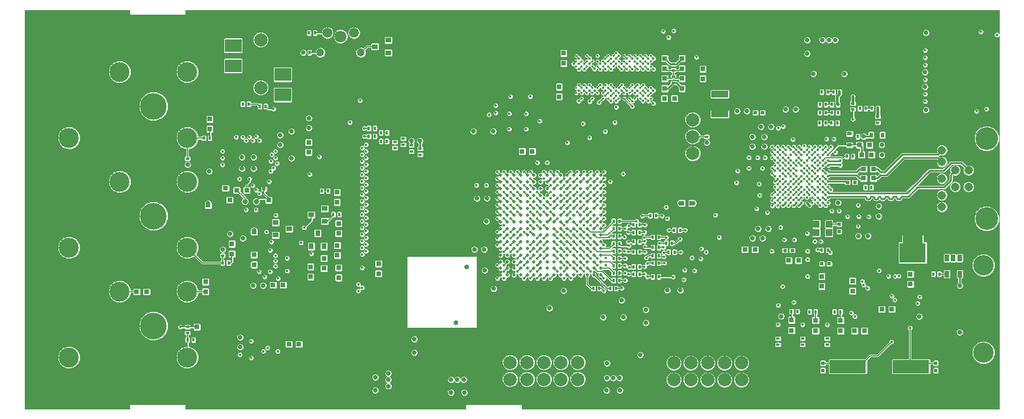
<source format=gbr>
G04 #@! TF.FileFunction,Copper,L1,Top,Plane*
%FSLAX46Y46*%
G04 Gerber Fmt 4.6, Leading zero omitted, Abs format (unit mm)*
G04 Created by KiCad (PCBNEW 4.0.7-e2-6376~58~ubuntu16.04.1) date Tue Mar 20 12:56:02 2018*
%MOMM*%
%LPD*%
G01*
G04 APERTURE LIST*
%ADD10C,0.125000*%
%ADD11C,3.000000*%
%ADD12R,0.600000X0.400000*%
%ADD13C,2.000000*%
%ADD14C,0.500380*%
%ADD15R,0.600000X0.500000*%
%ADD16R,4.000000X3.000000*%
%ADD17R,1.000000X1.000000*%
%ADD18C,1.200000*%
%ADD19C,1.500000*%
%ADD20C,1.800000*%
%ADD21C,0.800000*%
%ADD22R,0.700000X1.000000*%
%ADD23C,0.400000*%
%ADD24C,4.000000*%
%ADD25C,3.000000*%
%ADD26R,5.500000X2.000000*%
%ADD27C,3.416000*%
%ADD28C,1.308000*%
%ADD29R,0.800000X0.900000*%
%ADD30R,0.900000X0.800000*%
%ADD31R,0.400000X0.600000*%
%ADD32R,0.750000X0.800000*%
%ADD33R,0.800000X0.800000*%
%ADD34R,0.800000X0.750000*%
%ADD35R,0.800000X0.600000*%
%ADD36R,0.600000X0.800000*%
%ADD37R,0.500000X0.600000*%
%ADD38R,2.500000X1.950000*%
%ADD39R,2.500000X1.000000*%
%ADD40C,0.350000*%
%ADD41C,3.048000*%
%ADD42C,0.450000*%
%ADD43C,0.700000*%
%ADD44C,0.260000*%
%ADD45C,0.130000*%
%ADD46C,0.390000*%
%ADD47C,0.280000*%
%ADD48C,0.102000*%
G04 APERTURE END LIST*
D10*
D11*
X240950000Y-130000000D02*
X240950000Y-127000000D01*
D12*
X235700000Y-110950000D03*
X235700000Y-110050000D03*
D13*
X180470000Y-149540000D03*
X180470000Y-147000000D03*
X183010000Y-147000000D03*
X183010000Y-149540000D03*
X188090000Y-149540000D03*
X190630000Y-149540000D03*
X190630000Y-147000000D03*
X188090000Y-147000000D03*
X185550000Y-147000000D03*
X185550000Y-149540000D03*
D14*
X179049000Y-118849000D03*
X180049760Y-118849000D03*
X181050520Y-118849000D03*
X182048740Y-118849000D03*
X183049500Y-118849000D03*
X184050260Y-118849000D03*
X185048480Y-118849000D03*
X186049240Y-118849000D03*
X187050000Y-118849000D03*
X188050760Y-118849000D03*
X189048980Y-118849000D03*
X190049740Y-118849000D03*
X191050500Y-118849000D03*
X192048720Y-118849000D03*
X193049480Y-118849000D03*
X194050240Y-118849000D03*
X179049000Y-119849760D03*
X179049000Y-120850520D03*
X179049000Y-121848740D03*
X179049000Y-122849500D03*
X179049000Y-123850260D03*
X179049000Y-124848480D03*
X179049000Y-125849240D03*
X179049000Y-126850000D03*
X194050240Y-119849760D03*
X193049480Y-119849760D03*
X192048720Y-119849760D03*
X191050500Y-119849760D03*
X190049740Y-119849760D03*
X189048980Y-119849760D03*
X188050760Y-119849760D03*
X187050000Y-119849760D03*
X186049240Y-119849760D03*
X185048480Y-119849760D03*
X184050260Y-119849760D03*
X183049500Y-119849760D03*
X180049760Y-119849760D03*
X181050520Y-119849760D03*
X182048740Y-119849760D03*
X180049760Y-120850520D03*
X181050520Y-120850520D03*
X182048740Y-120850520D03*
X183049500Y-120850520D03*
X184050260Y-120850520D03*
X185048480Y-120850520D03*
X186049240Y-120850520D03*
X187050000Y-120850520D03*
X180049760Y-121848740D03*
X181050520Y-121848740D03*
X182048740Y-121848740D03*
X183049500Y-121848740D03*
X184050260Y-121848740D03*
X185048480Y-121848740D03*
X186049240Y-121848740D03*
X187050000Y-121848740D03*
X180049760Y-122849500D03*
X181050520Y-122849500D03*
X182048740Y-122849500D03*
X188050760Y-120850520D03*
X188050760Y-121848740D03*
X189048980Y-120850520D03*
X189048980Y-121848740D03*
X190049740Y-121848740D03*
X190049740Y-120850520D03*
X191050500Y-120850520D03*
X192048720Y-120850520D03*
X192048720Y-121848740D03*
X191050500Y-121848740D03*
X193049480Y-120850520D03*
X193049480Y-121848740D03*
X194050240Y-121848740D03*
X194050240Y-120850520D03*
X191050500Y-122849500D03*
X191050500Y-123850260D03*
X191050500Y-124848480D03*
X192048720Y-124848480D03*
X192048720Y-123850260D03*
X192048720Y-122849500D03*
X193049480Y-122849500D03*
X193049480Y-123850260D03*
X193049480Y-124848480D03*
X194050240Y-124848480D03*
X194050240Y-123850260D03*
X194050240Y-122849500D03*
X180049760Y-123850260D03*
X181050520Y-123850260D03*
X182048740Y-123850260D03*
X182048740Y-124848480D03*
X181050520Y-124848480D03*
X180049760Y-124848480D03*
X180049760Y-125849240D03*
X181050520Y-125849240D03*
X182048740Y-125849240D03*
X182048740Y-126850000D03*
X181050520Y-126850000D03*
X180049760Y-126850000D03*
X179049000Y-127850760D03*
X180049760Y-127850760D03*
X181050520Y-127850760D03*
X182048740Y-127850760D03*
X182048740Y-128848980D03*
X181050520Y-128848980D03*
X180049760Y-128848980D03*
X179049000Y-128848980D03*
X179049000Y-129849740D03*
X180049760Y-129849740D03*
X181050520Y-129849740D03*
X182048740Y-129849740D03*
X182048740Y-130850500D03*
X182048740Y-131848720D03*
X182048740Y-132849480D03*
X181050520Y-132849480D03*
X181050520Y-131848720D03*
X181050520Y-130850500D03*
X180049760Y-130850500D03*
X180049760Y-131848720D03*
X180049760Y-132849480D03*
X179049000Y-130850500D03*
X179049000Y-131848720D03*
X179049000Y-132849480D03*
X179049000Y-133850240D03*
X180049760Y-133850240D03*
X181050520Y-133850240D03*
X182048740Y-133850240D03*
X186049240Y-122849500D03*
X185048480Y-122849500D03*
X184050260Y-122849500D03*
X183049500Y-122849500D03*
X183049500Y-123850260D03*
X184050260Y-123850260D03*
X185048480Y-123850260D03*
X186049240Y-123850260D03*
X183049500Y-124848480D03*
X184050260Y-124848480D03*
X185048480Y-124848480D03*
X186049240Y-124848480D03*
X183049500Y-125849240D03*
X184050260Y-125849240D03*
X185048480Y-125849240D03*
X186049240Y-125849240D03*
X183049500Y-126850000D03*
X184050260Y-126850000D03*
X185048480Y-126850000D03*
X186049240Y-126850000D03*
X183049500Y-127850760D03*
X184050260Y-127850760D03*
X185048480Y-127850760D03*
X186049240Y-127850760D03*
X183049500Y-128848980D03*
X184050260Y-128848980D03*
X185048480Y-128848980D03*
X186049240Y-128848980D03*
X183049500Y-129849740D03*
X184050260Y-129849740D03*
X185048480Y-129849740D03*
X183049500Y-131848720D03*
X184050260Y-131848720D03*
X183049500Y-132849480D03*
X184050260Y-132849480D03*
X183049500Y-133850240D03*
X184050260Y-133850240D03*
X186049240Y-129849740D03*
X183049500Y-130850500D03*
X184050260Y-130850500D03*
X185048480Y-130850500D03*
X189048980Y-131848720D03*
X188050760Y-131848720D03*
X187050000Y-131848720D03*
X186049240Y-131848720D03*
X185048480Y-131848720D03*
X185048480Y-132849480D03*
X186049240Y-132849480D03*
X187050000Y-132849480D03*
X188050760Y-132849480D03*
X189048980Y-132849480D03*
X185048480Y-133850240D03*
X186049240Y-133850240D03*
X187050000Y-133850240D03*
X188050760Y-133850240D03*
X189048980Y-133850240D03*
X186049240Y-130850500D03*
X187050000Y-122849500D03*
X188050760Y-122849500D03*
X189048980Y-122849500D03*
X190049740Y-122849500D03*
X190049740Y-131848720D03*
X187050000Y-123850260D03*
X188050760Y-123850260D03*
X189048980Y-123850260D03*
X190049740Y-123850260D03*
X187050000Y-126850000D03*
X190049740Y-124848480D03*
X189048980Y-124848480D03*
X188050760Y-124848480D03*
X187050000Y-124848480D03*
X190049740Y-132849480D03*
X190049740Y-133850240D03*
X187050000Y-125849240D03*
X188050760Y-125849240D03*
X189048980Y-125849240D03*
X190049740Y-125849240D03*
X188050760Y-126850000D03*
X189048980Y-126850000D03*
X190049740Y-126850000D03*
X191050500Y-125849240D03*
X191050500Y-126850000D03*
X191050500Y-127850760D03*
X191050500Y-128848980D03*
X191050500Y-129849740D03*
X191050500Y-130850500D03*
X191050500Y-131848720D03*
X191050500Y-132849480D03*
X191050500Y-133850240D03*
X187050000Y-130850500D03*
X187050000Y-129849740D03*
X187050000Y-128848980D03*
X187050000Y-127850760D03*
X188050760Y-127850760D03*
X188050760Y-128848980D03*
X188050760Y-129849740D03*
X188050760Y-130850500D03*
X192048720Y-133850240D03*
X192048720Y-132849480D03*
X192048720Y-131848720D03*
X192048720Y-130850500D03*
X192048720Y-129849740D03*
X192048720Y-128848980D03*
X192048720Y-127850760D03*
X192048720Y-126850000D03*
X192048720Y-125849240D03*
X193049480Y-125849240D03*
X193049480Y-126850000D03*
X193049480Y-127850760D03*
X193049480Y-128848980D03*
X193049480Y-129849740D03*
X193049480Y-130850500D03*
X193049480Y-131848720D03*
X193049480Y-132849480D03*
X193049480Y-133850240D03*
X189048980Y-130850500D03*
X189048980Y-129849740D03*
X189048980Y-128848980D03*
X189048980Y-127850760D03*
X190049740Y-127850760D03*
X190049740Y-128848980D03*
X190049740Y-129849740D03*
X190049740Y-130850500D03*
X194050240Y-133850240D03*
X194050240Y-132849480D03*
X194050240Y-131848720D03*
X194050240Y-130850500D03*
X194050240Y-129849740D03*
X194050240Y-128848980D03*
X194050240Y-127850760D03*
X194050240Y-126850000D03*
X194050240Y-125849240D03*
D15*
X217300000Y-109450000D03*
X218400000Y-109450000D03*
D16*
X240950000Y-126500000D03*
X240950000Y-130500000D03*
D17*
X228360000Y-126210000D03*
X226460000Y-126210000D03*
X228360000Y-127510000D03*
X226460000Y-127510000D03*
D18*
X151950000Y-100400000D03*
X158050000Y-100400000D03*
D19*
X153000000Y-97450000D03*
D20*
X155000000Y-98000000D03*
D19*
X157000000Y-97450000D03*
D21*
X142350000Y-122800000D03*
X140650000Y-122800000D03*
X142350000Y-125260000D03*
X140650000Y-125260000D03*
D22*
X248000000Y-131300000D03*
X247050000Y-131300000D03*
X246100000Y-131300000D03*
X246100000Y-133700000D03*
X248000000Y-133700000D03*
D23*
X228250000Y-115000000D03*
X228250000Y-115800000D03*
X228250000Y-116600000D03*
X228250000Y-117400000D03*
X228250000Y-118200000D03*
X228250000Y-119000000D03*
X228250000Y-119800000D03*
X228250000Y-120600000D03*
X228250000Y-121400000D03*
X228250000Y-122200000D03*
X228250000Y-123000000D03*
X227450000Y-115000000D03*
X227450000Y-115800000D03*
X227450000Y-116600000D03*
X227450000Y-117400000D03*
X227450000Y-118200000D03*
X227450000Y-119000000D03*
X227450000Y-119800000D03*
X227450000Y-120600000D03*
X227450000Y-121400000D03*
X227450000Y-122200000D03*
X227450000Y-123000000D03*
X226650000Y-115000000D03*
X226650000Y-115800000D03*
X226650000Y-116600000D03*
X226650000Y-117400000D03*
X226650000Y-118200000D03*
X226650000Y-119000000D03*
X226650000Y-119800000D03*
X226650000Y-120600000D03*
X226650000Y-121400000D03*
X226650000Y-122200000D03*
X226650000Y-123000000D03*
X225850000Y-115000000D03*
X225850000Y-115800000D03*
X225850000Y-116600000D03*
X225850000Y-117400000D03*
X225850000Y-118200000D03*
X225850000Y-119000000D03*
X225850000Y-119800000D03*
X225850000Y-120600000D03*
X225850000Y-121400000D03*
X225850000Y-122200000D03*
X225850000Y-123000000D03*
X225050000Y-115000000D03*
X225050000Y-115800000D03*
X225050000Y-116600000D03*
X225050000Y-117400000D03*
X225050000Y-118200000D03*
X225050000Y-119000000D03*
X225050000Y-119800000D03*
X225050000Y-120600000D03*
X225050000Y-121400000D03*
X225050000Y-122200000D03*
X225050000Y-123000000D03*
X224250000Y-115000000D03*
X224250000Y-115800000D03*
X224250000Y-116600000D03*
X224250000Y-117400000D03*
X224250000Y-118200000D03*
X224250000Y-119000000D03*
X224250000Y-119800000D03*
X224250000Y-120600000D03*
X224250000Y-121400000D03*
X224250000Y-122200000D03*
X224250000Y-123000000D03*
X223450000Y-115000000D03*
X223450000Y-115800000D03*
X223450000Y-116600000D03*
X223450000Y-117400000D03*
X223450000Y-118200000D03*
X223450000Y-119000000D03*
X223450000Y-119800000D03*
X223450000Y-120600000D03*
X223450000Y-121400000D03*
X223450000Y-122200000D03*
X223450000Y-123000000D03*
X222650000Y-115000000D03*
X222650000Y-115800000D03*
X222650000Y-116600000D03*
X222650000Y-117400000D03*
X222650000Y-118200000D03*
X222650000Y-119000000D03*
X222650000Y-119800000D03*
X222650000Y-120600000D03*
X222650000Y-121400000D03*
X222650000Y-122200000D03*
X222650000Y-123000000D03*
X221850000Y-115000000D03*
X221850000Y-115800000D03*
X221850000Y-116600000D03*
X221850000Y-117400000D03*
X221850000Y-118200000D03*
X221850000Y-119000000D03*
X221850000Y-119800000D03*
X221850000Y-120600000D03*
X221850000Y-121400000D03*
X221850000Y-122200000D03*
X221850000Y-123000000D03*
X221050000Y-115000000D03*
X221050000Y-115800000D03*
X221050000Y-116600000D03*
X221050000Y-117400000D03*
X221050000Y-118200000D03*
X221050000Y-119000000D03*
X221050000Y-119800000D03*
X221050000Y-120600000D03*
X221050000Y-121400000D03*
X221050000Y-122200000D03*
X221050000Y-123000000D03*
X220250000Y-115000000D03*
X220250000Y-115800000D03*
X220250000Y-116600000D03*
X220250000Y-117400000D03*
X220250000Y-118200000D03*
X220250000Y-119000000D03*
X220250000Y-119800000D03*
X220250000Y-120600000D03*
X220250000Y-121400000D03*
X220250000Y-122200000D03*
X220250000Y-123000000D03*
D24*
X126900000Y-108500000D03*
D25*
X114200000Y-113250000D03*
X121820000Y-113250000D03*
X131980000Y-113250000D03*
X131980000Y-103340000D03*
X121820000Y-103340000D03*
X114200000Y-103340000D03*
D26*
X240700000Y-147600000D03*
X231200000Y-147600000D03*
D24*
X126905000Y-125000000D03*
D25*
X114205000Y-129750000D03*
X121825000Y-129750000D03*
X131985000Y-129750000D03*
X131985000Y-119840000D03*
X121825000Y-119840000D03*
X114205000Y-119840000D03*
D27*
X252050000Y-113330000D03*
X252050000Y-125370000D03*
D28*
X247340000Y-120600000D03*
X247340000Y-118100000D03*
X249340000Y-118100000D03*
X249340000Y-120600000D03*
X245340000Y-115100000D03*
X245340000Y-116850000D03*
X245340000Y-119350000D03*
X245340000Y-121850000D03*
X245340000Y-123600000D03*
D24*
X126900000Y-141500000D03*
D25*
X114200000Y-146250000D03*
X121820000Y-146250000D03*
X131980000Y-146250000D03*
X131980000Y-136340000D03*
X121820000Y-136340000D03*
X114200000Y-136340000D03*
D13*
X143000000Y-98500000D03*
X143000000Y-105700000D03*
D29*
X150600000Y-129550000D03*
X152500000Y-129550000D03*
X151550000Y-127550000D03*
D30*
X145250000Y-125950000D03*
X145250000Y-127850000D03*
X147250000Y-126900000D03*
X162150000Y-100450000D03*
X162150000Y-98550000D03*
X160150000Y-99500000D03*
D31*
X153103604Y-121215048D03*
X152203604Y-121215048D03*
D30*
X152600000Y-125750000D03*
X152600000Y-123850000D03*
X150600000Y-124800000D03*
D32*
X154450000Y-121400000D03*
X154450000Y-122900000D03*
D33*
X226350000Y-140650000D03*
X226350000Y-142250000D03*
D31*
X226350000Y-139375000D03*
X225450000Y-139375000D03*
D32*
X138672680Y-129167552D03*
X138672680Y-130667552D03*
D31*
X138172680Y-132017552D03*
X137272680Y-132017552D03*
D15*
X144600000Y-120900000D03*
X143500000Y-120900000D03*
D34*
X138350000Y-122550000D03*
X136850000Y-122550000D03*
D35*
X231450000Y-112600000D03*
X231450000Y-114300000D03*
D31*
X149400000Y-100400000D03*
X150300000Y-100400000D03*
X222750000Y-139325000D03*
X223650000Y-139325000D03*
D12*
X220700000Y-143400000D03*
X220700000Y-144300000D03*
X224400000Y-143400000D03*
X224400000Y-144300000D03*
D31*
X231050000Y-116000000D03*
X231950000Y-116000000D03*
X233850000Y-120675000D03*
X234750000Y-120675000D03*
X233575000Y-113025000D03*
X232675000Y-113025000D03*
D12*
X210000000Y-113950000D03*
X210000000Y-113050000D03*
D31*
X227300000Y-130100000D03*
X228200000Y-130100000D03*
X143750000Y-108500000D03*
X142850000Y-108500000D03*
X135350000Y-113250000D03*
X134450000Y-113250000D03*
D12*
X132000000Y-141650000D03*
X132000000Y-142550000D03*
D31*
X150250000Y-97450000D03*
X151150000Y-97450000D03*
D33*
X222750000Y-140600000D03*
X222750000Y-142200000D03*
D34*
X233560000Y-119300000D03*
X235060000Y-119300000D03*
D36*
X236400000Y-112800000D03*
X234700000Y-112800000D03*
D32*
X240600000Y-133700000D03*
X240600000Y-135200000D03*
D34*
X232200000Y-142250000D03*
X233700000Y-142250000D03*
X236300000Y-139000000D03*
X237800000Y-139000000D03*
D32*
X231900000Y-134750000D03*
X231900000Y-136250000D03*
X142000000Y-132300000D03*
X142000000Y-130800000D03*
D15*
X222850000Y-130150000D03*
X221750000Y-130150000D03*
D34*
X222300000Y-131650000D03*
X223800000Y-131650000D03*
X233560000Y-117900000D03*
X235060000Y-117900000D03*
X234450000Y-114300000D03*
X232950000Y-114300000D03*
D37*
X229890000Y-126200000D03*
X229890000Y-127300000D03*
D32*
X227300000Y-135550000D03*
X227300000Y-134050000D03*
D15*
X227300000Y-132150000D03*
X228400000Y-132150000D03*
D34*
X234750000Y-115750000D03*
X233250000Y-115750000D03*
D15*
X231150000Y-119900000D03*
X232250000Y-119900000D03*
D34*
X133400000Y-141650000D03*
X134900000Y-141650000D03*
D32*
X135350000Y-110400000D03*
X135350000Y-111900000D03*
D31*
X196000000Y-126850000D03*
X196900000Y-126850000D03*
X201900000Y-128150000D03*
X202800000Y-128150000D03*
X201900000Y-134100000D03*
X202800000Y-134100000D03*
X195500000Y-135850000D03*
X196400000Y-135850000D03*
X201900000Y-129700000D03*
X202800000Y-129700000D03*
X203900000Y-129050000D03*
X204800000Y-129050000D03*
X196000000Y-128000000D03*
X196900000Y-128000000D03*
X199000000Y-127450000D03*
X199900000Y-127450000D03*
X196000000Y-131350000D03*
X196900000Y-131350000D03*
X192950000Y-135850000D03*
X193850000Y-135850000D03*
X201900000Y-130950000D03*
X202800000Y-130950000D03*
X196000000Y-130250000D03*
X196900000Y-130250000D03*
X196000000Y-125750000D03*
X196900000Y-125750000D03*
X199000000Y-130350000D03*
X199900000Y-130350000D03*
X196000000Y-129150000D03*
X196900000Y-129150000D03*
X196000000Y-133550000D03*
X196900000Y-133550000D03*
X201500000Y-124900000D03*
X202400000Y-124900000D03*
X199000000Y-132600000D03*
X199900000Y-132600000D03*
X199000000Y-133700000D03*
X199900000Y-133700000D03*
X199000000Y-126300000D03*
X199900000Y-126300000D03*
X199000000Y-128850000D03*
X199900000Y-128850000D03*
X204250000Y-130400000D03*
X205150000Y-130400000D03*
X196000000Y-132450000D03*
X196900000Y-132450000D03*
X205100000Y-127100000D03*
X206000000Y-127100000D03*
X201900000Y-132050000D03*
X202800000Y-132050000D03*
X196000000Y-134650000D03*
X196900000Y-134650000D03*
D37*
X227450000Y-148200000D03*
X227450000Y-147100000D03*
X244400000Y-148200000D03*
X244400000Y-147100000D03*
D38*
X138850000Y-102400000D03*
X138850000Y-99350000D03*
X146300000Y-103700000D03*
X146300000Y-106750000D03*
D32*
X154700000Y-134250000D03*
X154700000Y-132750000D03*
X154700000Y-126100000D03*
X154700000Y-127600000D03*
D31*
X161950000Y-113750000D03*
X161050000Y-113750000D03*
X160150000Y-113000000D03*
X159250000Y-113000000D03*
X161950000Y-112450000D03*
X161050000Y-112450000D03*
X160150000Y-111800000D03*
X159250000Y-111800000D03*
D12*
X166950000Y-115750000D03*
X166950000Y-114850000D03*
X165650000Y-115250000D03*
X165650000Y-114350000D03*
X163150000Y-114750000D03*
X163150000Y-113850000D03*
X164400000Y-114250000D03*
X164400000Y-113350000D03*
D31*
X132900000Y-143600000D03*
X132000000Y-143600000D03*
D12*
X132000000Y-116350000D03*
X132000000Y-117250000D03*
X137272680Y-130917552D03*
X137272680Y-130017552D03*
D31*
X141200000Y-108150000D03*
X140300000Y-108150000D03*
X244050000Y-133700000D03*
X244950000Y-133700000D03*
D33*
X230100000Y-140650000D03*
X230100000Y-142250000D03*
D12*
X228100000Y-143400000D03*
X228100000Y-144300000D03*
D31*
X230100000Y-139375000D03*
X229200000Y-139375000D03*
X153900000Y-124750000D03*
X154800000Y-124750000D03*
D34*
X137700000Y-120800000D03*
X136200000Y-120800000D03*
X139400000Y-121100000D03*
X140900000Y-121100000D03*
X124350000Y-136350000D03*
X125850000Y-136350000D03*
D32*
X134700000Y-136350000D03*
X134700000Y-134850000D03*
D34*
X146350000Y-135350000D03*
X144850000Y-135350000D03*
D32*
X152500000Y-131350000D03*
X152500000Y-132850000D03*
X203700000Y-102800000D03*
X203700000Y-101300000D03*
X206300000Y-102800000D03*
X206300000Y-101300000D03*
X203700000Y-105800000D03*
X203700000Y-104300000D03*
X206300000Y-105800000D03*
X206300000Y-104300000D03*
D39*
X211950000Y-109650000D03*
X211950000Y-106650000D03*
D34*
X205150000Y-107300000D03*
X203650000Y-107300000D03*
D32*
X188500000Y-102000000D03*
X188500000Y-100500000D03*
D12*
X205000000Y-102150000D03*
X205000000Y-103050000D03*
X205000000Y-104050000D03*
X205000000Y-104950000D03*
D40*
X201600000Y-107300000D03*
X201600000Y-106500000D03*
X201600000Y-105700000D03*
X201600000Y-102500000D03*
X201600000Y-101700000D03*
X201600000Y-100900000D03*
X200800000Y-107300000D03*
X200800000Y-106500000D03*
X200800000Y-105700000D03*
X200800000Y-102500000D03*
X200800000Y-101700000D03*
X200800000Y-100900000D03*
X200000000Y-107300000D03*
X200000000Y-106500000D03*
X200000000Y-105700000D03*
X200000000Y-102500000D03*
X200000000Y-101700000D03*
X200000000Y-100900000D03*
X199200000Y-107300000D03*
X199200000Y-106500000D03*
X199200000Y-105700000D03*
X199200000Y-102500000D03*
X199200000Y-101700000D03*
X199200000Y-100900000D03*
X198400000Y-107300000D03*
X198400000Y-106500000D03*
X198400000Y-105700000D03*
X198400000Y-102500000D03*
X198400000Y-101700000D03*
X198400000Y-100900000D03*
X197600000Y-107300000D03*
X197600000Y-106500000D03*
X197600000Y-105700000D03*
X197600000Y-102500000D03*
X197600000Y-101700000D03*
X197600000Y-100900000D03*
X196800000Y-107300000D03*
X196800000Y-106500000D03*
X196800000Y-105700000D03*
X196800000Y-102500000D03*
X196800000Y-101700000D03*
X196800000Y-100900000D03*
X196000000Y-107300000D03*
X196000000Y-106500000D03*
X196000000Y-105700000D03*
X196000000Y-102500000D03*
X196000000Y-101700000D03*
X196000000Y-100900000D03*
X195200000Y-107300000D03*
X195200000Y-106500000D03*
X195200000Y-105700000D03*
X195200000Y-102500000D03*
X195200000Y-101700000D03*
X194400000Y-106500000D03*
X194400000Y-105700000D03*
X194400000Y-102500000D03*
X194400000Y-101700000D03*
X193600000Y-106500000D03*
X193600000Y-105700000D03*
X193600000Y-102500000D03*
X193600000Y-101700000D03*
X192800000Y-106500000D03*
X192800000Y-105700000D03*
X192800000Y-102500000D03*
X192800000Y-101700000D03*
X192000000Y-106500000D03*
X192000000Y-105700000D03*
X192000000Y-102500000D03*
X192000000Y-101700000D03*
X191200000Y-106500000D03*
X191200000Y-105700000D03*
X191200000Y-102500000D03*
X191200000Y-101700000D03*
X190400000Y-106500000D03*
X190400000Y-105700000D03*
X190400000Y-102500000D03*
X190400000Y-101700000D03*
X190400000Y-100900000D03*
X192000000Y-100900000D03*
X193600000Y-100900000D03*
X195200000Y-100900000D03*
X194400000Y-107300000D03*
X192800000Y-107300000D03*
X191200000Y-107300000D03*
D41*
X251591220Y-132379020D03*
X251591220Y-145520980D03*
D13*
X215230000Y-147060000D03*
X215230000Y-149600000D03*
X212690000Y-149600000D03*
X212690000Y-147060000D03*
X207610000Y-147060000D03*
X205070000Y-147060000D03*
X205070000Y-149600000D03*
X207610000Y-149600000D03*
X210150000Y-149600000D03*
X210150000Y-147060000D03*
X207900000Y-110510000D03*
X207900000Y-113050000D03*
X207900000Y-115550000D03*
D31*
X234800000Y-108800000D03*
X235700000Y-108800000D03*
X228800000Y-108200000D03*
X229700000Y-108200000D03*
D12*
X231950000Y-108950000D03*
X231950000Y-108050000D03*
D31*
X228750000Y-111000000D03*
X229650000Y-111000000D03*
X229046978Y-106327800D03*
X229946978Y-106327800D03*
X228196978Y-106327800D03*
X227296978Y-106327800D03*
X227900000Y-109450000D03*
X227000000Y-109450000D03*
X227850000Y-111000000D03*
X226950000Y-111000000D03*
X227900000Y-108200000D03*
X227000000Y-108200000D03*
X233900000Y-108800000D03*
X233000000Y-108800000D03*
X228800000Y-109450000D03*
X229700000Y-109450000D03*
D32*
X160700000Y-133650000D03*
X160700000Y-132150000D03*
D34*
X148750000Y-144250000D03*
X147250000Y-144250000D03*
D32*
X154500000Y-129400000D03*
X154500000Y-130900000D03*
X150200000Y-113900000D03*
X150200000Y-115400000D03*
X135100000Y-123350000D03*
X135100000Y-124850000D03*
X142000000Y-127350000D03*
X142000000Y-128850000D03*
X144200000Y-124100000D03*
X144200000Y-122600000D03*
D34*
X217250000Y-130000000D03*
X215750000Y-130000000D03*
D32*
X150500000Y-132600000D03*
X150500000Y-134100000D03*
D34*
X183775000Y-115250000D03*
X182275000Y-115250000D03*
X207750000Y-123050000D03*
X206250000Y-123050000D03*
D32*
X187825000Y-105550000D03*
X187825000Y-107050000D03*
X209400000Y-104350000D03*
X209400000Y-102850000D03*
D42*
X184550000Y-132350000D03*
X189600000Y-134350000D03*
X183550000Y-129350000D03*
D43*
X154500000Y-130900000D03*
X150200000Y-113900000D03*
X150200000Y-110250000D03*
X209400000Y-102850000D03*
X137272680Y-130017552D03*
X132000000Y-117250000D03*
X182275000Y-115250000D03*
X187825000Y-107050000D03*
D42*
X232269117Y-140080883D03*
X228000000Y-113400000D03*
X143850000Y-127350000D03*
X149050000Y-129000000D03*
X221650000Y-128550000D03*
X228550000Y-130450000D03*
X227150000Y-128800000D03*
X227300000Y-132150000D03*
X227300000Y-134050000D03*
D43*
X174950000Y-112250000D03*
D42*
X176900000Y-120350000D03*
X178300000Y-109450000D03*
X229350000Y-115400000D03*
X217650000Y-116200000D03*
D43*
X236300000Y-115800000D03*
X218650000Y-114550000D03*
X216850000Y-113050000D03*
X231900000Y-136250000D03*
X237800000Y-139000000D03*
X206050000Y-136150000D03*
D42*
X224650000Y-119400000D03*
X224650000Y-121800000D03*
D43*
X145900000Y-112800000D03*
X210000000Y-113950000D03*
X211950000Y-109650000D03*
X206000000Y-123050000D03*
X203650000Y-107300000D03*
X188500000Y-100500000D03*
X203700000Y-101300000D03*
X206300000Y-101300000D03*
X154700000Y-127600000D03*
D42*
X194850000Y-131300000D03*
X191550000Y-126350000D03*
X185550000Y-119350000D03*
X183550000Y-122350000D03*
X179550000Y-134350000D03*
X164400000Y-113350000D03*
X163150000Y-113850000D03*
X180330000Y-109600000D03*
X180330000Y-111900000D03*
X225150000Y-134070000D03*
X150250000Y-97450000D03*
X236400000Y-112800000D03*
X235900000Y-133200000D03*
X140776406Y-124027566D03*
X142800000Y-113650000D03*
X144500000Y-118250000D03*
X225450000Y-116200000D03*
X227850000Y-114600000D03*
X185550000Y-124350000D03*
X191550000Y-130350000D03*
X184550000Y-121350000D03*
X179550000Y-127350000D03*
X188562505Y-129341249D03*
X189550000Y-130350000D03*
X188550000Y-131350000D03*
X192550000Y-133350000D03*
X188550000Y-130350000D03*
X219850000Y-121800000D03*
X188550000Y-127350000D03*
X227050000Y-123400000D03*
X188550000Y-124350000D03*
X192550000Y-122350000D03*
X191550000Y-119350000D03*
X200400000Y-107700000D03*
X197200000Y-105300000D03*
X201992010Y-108055492D03*
X190562505Y-127341249D03*
X194550000Y-129350000D03*
X195600000Y-107700000D03*
X190800000Y-101300000D03*
X196400000Y-107700000D03*
X200400000Y-105300000D03*
X196400000Y-101300000D03*
X200400000Y-101300000D03*
X193550000Y-125350000D03*
X202000000Y-101300000D03*
X183550000Y-118350000D03*
X194550000Y-118350000D03*
X197200000Y-102900000D03*
X178550000Y-123350000D03*
X192407990Y-107760617D03*
X188550000Y-120350000D03*
X189562505Y-128341249D03*
X194800000Y-101300000D03*
X180550000Y-119350000D03*
X198807990Y-107729241D03*
X181550000Y-122350000D03*
X200400000Y-102900000D03*
X198800000Y-101300000D03*
X222250000Y-123400000D03*
D43*
X176600000Y-130000000D03*
X177000000Y-122350000D03*
D42*
X184550000Y-116950000D03*
D43*
X194450000Y-140200000D03*
X200850000Y-139050000D03*
X200000000Y-145850000D03*
X194999541Y-147099483D03*
D42*
X183500000Y-107000000D03*
X185550000Y-129350000D03*
X183550000Y-126350000D03*
X184550000Y-123350000D03*
X183550000Y-124350000D03*
X189550000Y-123350000D03*
X187550000Y-125350000D03*
X188550000Y-122350000D03*
X187550000Y-123350000D03*
X187550000Y-128350000D03*
X186550000Y-122350000D03*
D43*
X147250000Y-144250000D03*
X147600000Y-112250000D03*
X138350000Y-127650000D03*
X140300000Y-128350000D03*
X160700000Y-132150000D03*
X150500000Y-132600000D03*
X143350000Y-135400000D03*
D42*
X229650000Y-111000000D03*
X235700000Y-108800000D03*
X229700000Y-108200000D03*
X231950000Y-107000000D03*
X229600000Y-107000000D03*
D43*
X139900000Y-144700000D03*
X152500000Y-131375000D03*
X154700000Y-132750000D03*
D42*
X132900000Y-143600000D03*
D43*
X240600000Y-135200000D03*
X241900000Y-140100000D03*
X233700000Y-142250000D03*
X221150000Y-140050000D03*
X135250000Y-118250000D03*
X146350000Y-135350000D03*
X221850000Y-108950000D03*
X135100000Y-123100000D03*
X138350000Y-122550000D03*
X142000000Y-130800000D03*
X142000000Y-127100000D03*
D42*
X146951500Y-133232880D03*
D43*
X242800000Y-103350000D03*
X166100000Y-145500000D03*
D42*
X141550000Y-146300000D03*
X140300000Y-108150000D03*
X161950000Y-113750000D03*
X161950000Y-112450000D03*
X160150000Y-113000000D03*
X160150000Y-111800000D03*
X137250000Y-115250000D03*
X139300000Y-113100000D03*
X223850000Y-114600000D03*
X220750000Y-111750000D03*
X221450000Y-114600000D03*
X130925000Y-141650000D03*
X135350000Y-111900000D03*
X157900000Y-107600000D03*
X223050000Y-117800000D03*
X204275000Y-98114021D03*
X138672680Y-130667552D03*
X222250000Y-118600000D03*
X221450000Y-116200000D03*
X144925000Y-108875000D03*
X208450000Y-101100000D03*
D43*
X154450000Y-122900000D03*
X223800000Y-131650000D03*
D42*
X225450000Y-123400000D03*
X223650000Y-139325000D03*
D43*
X194950000Y-151200000D03*
D42*
X150350000Y-118700000D03*
D43*
X147600000Y-116300000D03*
X149400000Y-100400000D03*
D42*
X153103604Y-121215048D03*
D43*
X248000000Y-131300000D03*
X229300000Y-98500000D03*
X227400000Y-98500000D03*
X225100000Y-100550000D03*
X196899541Y-149299483D03*
X194999541Y-149299483D03*
X171586931Y-151496661D03*
X160200000Y-151200000D03*
X171586931Y-149596661D03*
X173486931Y-149596661D03*
X162150000Y-150550000D03*
X162150000Y-148650000D03*
D42*
X244050000Y-133700000D03*
X225450000Y-139375000D03*
X229200000Y-139375000D03*
D43*
X215750000Y-130000000D03*
D42*
X224650000Y-117800000D03*
X224650000Y-114450000D03*
X222850000Y-130150000D03*
X221450000Y-119400000D03*
X219850000Y-117800000D03*
X222250000Y-114600000D03*
X220650000Y-119400000D03*
D43*
X214550000Y-109200000D03*
D42*
X231450000Y-112600000D03*
X217300000Y-109450000D03*
X216350000Y-116200000D03*
X228800000Y-124200000D03*
D43*
X217750000Y-126900000D03*
X216900000Y-128300000D03*
X235850000Y-125000000D03*
X218150000Y-111550000D03*
X232750000Y-127950000D03*
X230650000Y-103600000D03*
D42*
X221450000Y-123400000D03*
X223850000Y-123400000D03*
X225450000Y-121800000D03*
X227850000Y-122600000D03*
X234350000Y-125100000D03*
X232850000Y-125050000D03*
X226250000Y-117000000D03*
D43*
X233575000Y-113025000D03*
D42*
X227850000Y-119400000D03*
X145200000Y-116250000D03*
X184550000Y-134350000D03*
X144650000Y-115750000D03*
X183550000Y-133350000D03*
X145423434Y-117069047D03*
X185550000Y-134350000D03*
X144550000Y-116750000D03*
X186500000Y-134400000D03*
X144250000Y-119800000D03*
X226650000Y-130030000D03*
X143578410Y-134109012D03*
X144030000Y-144800000D03*
X225150000Y-131530000D03*
X226250000Y-121800000D03*
X142740000Y-133350000D03*
X142800000Y-121600000D03*
X226250000Y-128800000D03*
X145600000Y-134370000D03*
X145560000Y-145320000D03*
X225150000Y-130260000D03*
X226250000Y-122600000D03*
X238300000Y-134050000D03*
X227050000Y-116200000D03*
X237300000Y-134000000D03*
X226250000Y-117800000D03*
X238849273Y-133995073D03*
X226250000Y-118600000D03*
X242000000Y-137125000D03*
X225450000Y-114600000D03*
X237800000Y-137000000D03*
X225450000Y-117800000D03*
X238250000Y-137600000D03*
X223062331Y-137942055D03*
X221400000Y-135575000D03*
X225450000Y-118600000D03*
X151800000Y-116075000D03*
X144600000Y-128850000D03*
X203450000Y-97200000D03*
X227050000Y-117000000D03*
X223850000Y-120200000D03*
X197618452Y-128147437D03*
X223807990Y-121000000D03*
X200700000Y-130392010D03*
X223807990Y-121800000D03*
X199450000Y-125750000D03*
X223842010Y-122592291D03*
X200700000Y-126300000D03*
X197650000Y-130250000D03*
X223050000Y-118600000D03*
X206000000Y-128430988D03*
X214480988Y-119950000D03*
X223050000Y-120200000D03*
X197250000Y-135807990D03*
X223050000Y-121000000D03*
X200667794Y-128757990D03*
X211300000Y-124850000D03*
X223050000Y-121800000D03*
X223023979Y-122600000D03*
X221100000Y-126700000D03*
X197750000Y-126850000D03*
X203292354Y-124965980D03*
X214650000Y-118200000D03*
X222250000Y-117800000D03*
X217879473Y-120157173D03*
X222250000Y-120200000D03*
X200650000Y-132600000D03*
X217477193Y-123877193D03*
X208150000Y-133200000D03*
X222250000Y-121000000D03*
X200650000Y-133700000D03*
X211872821Y-128167754D03*
X222250000Y-121800000D03*
X203950000Y-128200000D03*
X204082408Y-125357990D03*
X222250000Y-122600000D03*
X200642001Y-127407990D03*
X206750000Y-127100000D03*
X221450000Y-117800000D03*
X203500000Y-129700000D03*
X221450000Y-118600000D03*
X207777193Y-131277194D03*
X217947329Y-121857058D03*
X203550000Y-131100000D03*
X221450000Y-120200000D03*
X221450000Y-121000000D03*
X194550000Y-136200000D03*
X209197806Y-129897807D03*
X198300000Y-129450000D03*
X221450000Y-121800000D03*
X209900000Y-130400000D03*
X221450000Y-122600000D03*
X206100000Y-130400000D03*
X188550000Y-126350000D03*
X220650000Y-117800000D03*
X220650000Y-120200000D03*
X203650000Y-132050000D03*
X220650000Y-121000000D03*
X197750000Y-134650000D03*
X219118633Y-124457990D03*
X206550000Y-134550000D03*
X220650000Y-121800000D03*
X197750000Y-133550000D03*
X220650000Y-122642010D03*
X206700000Y-133100000D03*
X197750000Y-132450000D03*
X220650000Y-123426021D03*
X209100000Y-131400000D03*
X197750000Y-131350000D03*
X204927193Y-134127193D03*
X219850000Y-122642010D03*
X188550000Y-128350000D03*
X203900000Y-123650000D03*
X226250000Y-115400000D03*
X182870000Y-111900000D03*
X190550000Y-122350000D03*
X227050000Y-114600000D03*
X187550000Y-129350000D03*
X184550000Y-129350000D03*
X185550000Y-131350000D03*
X184550000Y-131350000D03*
X184550000Y-130350000D03*
X220745614Y-138400000D03*
X223850000Y-119400000D03*
X227050000Y-122600000D03*
X225450000Y-120200000D03*
X227850000Y-123400000D03*
X225450000Y-121000000D03*
X177300000Y-109750000D03*
X162150000Y-100450000D03*
X182550000Y-127350000D03*
X188550000Y-133350000D03*
X200300000Y-124942010D03*
X190550000Y-128350000D03*
X203549041Y-130492010D03*
X190550000Y-130350000D03*
X198212530Y-130355012D03*
X192550000Y-130350000D03*
X198293899Y-126429314D03*
X191550000Y-127350000D03*
X190550000Y-129350000D03*
X204300000Y-127100000D03*
X201100000Y-134100000D03*
X193550000Y-132350000D03*
X200620804Y-128198656D03*
X191550000Y-129350000D03*
X198192307Y-127407990D03*
X191550000Y-128350000D03*
X198209302Y-128843799D03*
X192550000Y-129350000D03*
X202900000Y-129050000D03*
X190550000Y-131350000D03*
X186550000Y-123350000D03*
X200703100Y-129557990D03*
X192550000Y-131350000D03*
X200940885Y-131257990D03*
X191550000Y-131350000D03*
X198273998Y-133723617D03*
X188550000Y-132350000D03*
X198389188Y-132715199D03*
X191550000Y-132350000D03*
X201092717Y-132091943D03*
X189550000Y-132350000D03*
X226200000Y-127600000D03*
X226242010Y-119410000D03*
X228360000Y-126210000D03*
X227050000Y-120200000D03*
X232675000Y-113025000D03*
X227050000Y-117800000D03*
X233850000Y-120675000D03*
X227050000Y-121000000D03*
X227850000Y-118600000D03*
X231150000Y-125050000D03*
X231150000Y-119900000D03*
X230070000Y-116675000D03*
X230070000Y-117325000D03*
D43*
X147600000Y-113750000D03*
D42*
X240000000Y-127000000D03*
X240000000Y-126500000D03*
X240000000Y-126000000D03*
X240000000Y-125500000D03*
X240500000Y-125500000D03*
X240500000Y-126000000D03*
X241000000Y-126500000D03*
X240500000Y-126500000D03*
X240500000Y-127000000D03*
X241000000Y-127000000D03*
X241500000Y-127000000D03*
X242000000Y-127000000D03*
X242000000Y-126500000D03*
X242000000Y-126000000D03*
X242000000Y-125500000D03*
X241500000Y-125500000D03*
X241000000Y-125500000D03*
X241000000Y-126000000D03*
X241500000Y-126000000D03*
X241500000Y-126500000D03*
D43*
X136200000Y-120800000D03*
X135100000Y-125100000D03*
X136850000Y-122550000D03*
X138350000Y-126150000D03*
X144600000Y-120900000D03*
X140650000Y-125260000D03*
X142350000Y-125260000D03*
X142000000Y-129100000D03*
X140300000Y-129850000D03*
D42*
X146700000Y-97400000D03*
X134900000Y-141650000D03*
X137200000Y-118750000D03*
X135850000Y-116750000D03*
X139800000Y-113650000D03*
X223050000Y-117000000D03*
X222250000Y-117000000D03*
X142850000Y-108500000D03*
D43*
X226050000Y-103600000D03*
X176650000Y-133150000D03*
X175100000Y-130000000D03*
X175500000Y-122350000D03*
X176900000Y-125800000D03*
X188500000Y-136200000D03*
X197200000Y-137650000D03*
X172336931Y-140996661D03*
X148750000Y-144250000D03*
X154500000Y-129400000D03*
X154450000Y-121400000D03*
X150200000Y-115400000D03*
X150200000Y-111750000D03*
X209400000Y-104350000D03*
D42*
X186025000Y-116950000D03*
D43*
X183775000Y-115250000D03*
X187825000Y-105550000D03*
X217250000Y-130000000D03*
X160700000Y-133650000D03*
X150500000Y-134100000D03*
X141850000Y-135400000D03*
D42*
X250525000Y-109225000D03*
X156400000Y-110900000D03*
X158200000Y-132750000D03*
X158200000Y-135750000D03*
X157650000Y-136250000D03*
X157650000Y-135250000D03*
X229700000Y-109450000D03*
X222300000Y-131650000D03*
X225100000Y-127600000D03*
X231712008Y-139572981D03*
X216350000Y-117792010D03*
X224650000Y-117000000D03*
X224650000Y-115400000D03*
X221750000Y-130150000D03*
X223050000Y-119400000D03*
X218350000Y-117800000D03*
X229100000Y-113400000D03*
D43*
X216050000Y-109200000D03*
X196950000Y-151200000D03*
X141912500Y-117862500D03*
X140187500Y-117862500D03*
X141912500Y-116137500D03*
X140187500Y-116137500D03*
X240600000Y-133700000D03*
X232200000Y-142250000D03*
D42*
X242000000Y-131500000D03*
X241500000Y-131500000D03*
X241000000Y-131500000D03*
X240500000Y-131500000D03*
X240000000Y-131500000D03*
X240000000Y-131000000D03*
X240000000Y-130500000D03*
X240000000Y-130000000D03*
X242000000Y-131000000D03*
X242000000Y-130500000D03*
X241000000Y-130000000D03*
X242000000Y-130000000D03*
X241000000Y-130500000D03*
X240500000Y-130000000D03*
X240500000Y-130500000D03*
X240500000Y-131000000D03*
X241000000Y-131000000D03*
X241500000Y-131000000D03*
X241500000Y-130500000D03*
X241500000Y-130000000D03*
X222950000Y-113450000D03*
D43*
X139900000Y-143200000D03*
X144850000Y-135350000D03*
D42*
X223150000Y-128550000D03*
X218400000Y-109450000D03*
X228400000Y-132150000D03*
X227300000Y-135550000D03*
D43*
X177950000Y-112250000D03*
D42*
X175400000Y-120350000D03*
X184900000Y-110700000D03*
X178300000Y-108350000D03*
X229900000Y-124200000D03*
X218750000Y-116200000D03*
D43*
X219250000Y-126900000D03*
X218400000Y-128300000D03*
X235850000Y-123500000D03*
X223350000Y-108950000D03*
X236300000Y-114300000D03*
X219650000Y-111550000D03*
X216850000Y-114550000D03*
X218650000Y-113050000D03*
X234250000Y-127950000D03*
X246100000Y-131300000D03*
X247050000Y-131300000D03*
X248009820Y-142450120D03*
X231900000Y-134750000D03*
X236300000Y-139000000D03*
X186350000Y-138850000D03*
X173950000Y-132600000D03*
X178000000Y-135900000D03*
X204050000Y-136150000D03*
D42*
X224650000Y-121000000D03*
D43*
X229700000Y-122950000D03*
X142000000Y-132300000D03*
X145900000Y-114300000D03*
D42*
X146951500Y-131297400D03*
X144400000Y-133330000D03*
X144400000Y-130130000D03*
X145200000Y-130930000D03*
X145200000Y-131730000D03*
X145200000Y-132530000D03*
D43*
X152600000Y-123850000D03*
X152500000Y-129550000D03*
X145250000Y-127850000D03*
X242925000Y-109050000D03*
X242800000Y-105550000D03*
X228350000Y-98500000D03*
X225100000Y-98550000D03*
X211950000Y-106650000D03*
X208000000Y-123050000D03*
X205150000Y-107300000D03*
X188500000Y-102000000D03*
X206300000Y-105800000D03*
X203700000Y-105800000D03*
D42*
X188550000Y-121350000D03*
D43*
X152500000Y-132850000D03*
X154700000Y-134250000D03*
X154700000Y-126100000D03*
X197450000Y-140200000D03*
X200850000Y-141050000D03*
X195949541Y-149299483D03*
D42*
X180500000Y-107000000D03*
X194850000Y-132350000D03*
X192550000Y-126350000D03*
X185550000Y-122350000D03*
X186550000Y-119350000D03*
X183550000Y-121350000D03*
X191550000Y-122350000D03*
X179550000Y-126350000D03*
X193550000Y-129350000D03*
X188550000Y-134350000D03*
X183550000Y-127350000D03*
D43*
X166950000Y-113700000D03*
X165650000Y-113700000D03*
X166100000Y-143500000D03*
X173586931Y-151496661D03*
X160200000Y-149200000D03*
X172536931Y-149596661D03*
X162150000Y-149600000D03*
D42*
X227450000Y-148200000D03*
X244400000Y-148200000D03*
X144907990Y-117750000D03*
X182870000Y-109600000D03*
X219750000Y-130260000D03*
X141550000Y-143800000D03*
X224400000Y-141300000D03*
X220700000Y-141300000D03*
X234750000Y-120675000D03*
X219850000Y-123426021D03*
X162150000Y-98550000D03*
X234750000Y-115750000D03*
X232750000Y-126500000D03*
X232750000Y-123350000D03*
X232250000Y-119900000D03*
X234450000Y-114300000D03*
X231950000Y-116000000D03*
X229890000Y-127300000D03*
X241690000Y-138110000D03*
X219850000Y-118617010D03*
X227050000Y-119400000D03*
X228100000Y-141300000D03*
X251175000Y-97275000D03*
X252025000Y-108900000D03*
X185550000Y-130350000D03*
X187550000Y-131350000D03*
X183550000Y-134350000D03*
X181550000Y-133350000D03*
X182550000Y-131350000D03*
X179550000Y-132350000D03*
X135350000Y-110400000D03*
X179550000Y-121350000D03*
X192400000Y-101300000D03*
X182550000Y-120350000D03*
X198000000Y-102100000D03*
X142276406Y-124027566D03*
X195600000Y-102900000D03*
X195600000Y-106900000D03*
X198000000Y-102900000D03*
X201200000Y-102900000D03*
X202000000Y-102900000D03*
X178550000Y-118350000D03*
X225450000Y-119400000D03*
X179550000Y-133350000D03*
X201200000Y-102100000D03*
X181550000Y-131350000D03*
X185550000Y-123350000D03*
X195600000Y-106100000D03*
X190772807Y-107672807D03*
X194550000Y-134350000D03*
X219850000Y-115400000D03*
X194550000Y-123350000D03*
X185550000Y-128350000D03*
X200400000Y-106100000D03*
X187550000Y-122350000D03*
X178550000Y-132350000D03*
X189562505Y-129341249D03*
X188550000Y-123350000D03*
X189550000Y-118350000D03*
X138672680Y-129167552D03*
X190550000Y-121350000D03*
X189550000Y-124350000D03*
X183550000Y-123350000D03*
X183550000Y-131350000D03*
X190550000Y-124350000D03*
X180550000Y-124350000D03*
X184550000Y-125350000D03*
X186550000Y-125350000D03*
X192550000Y-128350000D03*
X183550000Y-125350000D03*
X184550000Y-128350000D03*
X220650000Y-116200000D03*
X193200000Y-106100000D03*
X181550000Y-129350000D03*
X179550000Y-130350000D03*
X184550000Y-126350000D03*
X187550000Y-127350000D03*
X190550000Y-132350000D03*
X186550000Y-124350000D03*
X228650000Y-121000000D03*
X189562505Y-127341249D03*
X185550000Y-126350000D03*
X227850000Y-121000000D03*
X198800000Y-102900000D03*
X227850000Y-115400000D03*
X184550000Y-122350000D03*
X199600000Y-106100000D03*
X193550000Y-131350000D03*
X227850000Y-117000000D03*
X181550000Y-128350000D03*
X187550000Y-133350000D03*
X227850000Y-120200000D03*
D43*
X242925000Y-97450000D03*
D42*
X181550000Y-130350000D03*
X178550000Y-129350000D03*
X195600000Y-102100000D03*
X199600000Y-102100000D03*
X180550000Y-130350000D03*
X223050000Y-114600000D03*
X228650000Y-114600000D03*
X219823978Y-114600000D03*
X223050000Y-123400000D03*
X178550000Y-134350000D03*
X181550000Y-132350000D03*
X226250000Y-121000000D03*
X220650000Y-117000000D03*
X184550000Y-133350000D03*
X183550000Y-130350000D03*
X182550000Y-132350000D03*
X227850000Y-121800000D03*
X193550000Y-120350000D03*
X202000000Y-106100000D03*
X187550000Y-130350000D03*
X198800000Y-105300000D03*
X197200000Y-106100000D03*
X225450000Y-115400000D03*
X184550000Y-124350000D03*
X219850000Y-116200000D03*
X237750000Y-143900000D03*
X240550000Y-141800000D03*
X226350000Y-142250000D03*
X222750000Y-142200000D03*
X224400000Y-143400000D03*
X220700000Y-143400000D03*
X233575000Y-135350000D03*
X224400000Y-144300000D03*
X220700000Y-144300000D03*
X233375000Y-134800000D03*
X150600000Y-130650000D03*
X180550000Y-129350000D03*
X154800000Y-124750000D03*
X179550000Y-129350000D03*
X179550000Y-128350000D03*
X145250000Y-124850000D03*
X140800000Y-113650000D03*
X142300000Y-113025000D03*
X205025000Y-97125000D03*
X226250000Y-116200000D03*
X141300000Y-113100000D03*
X142350000Y-122800000D03*
X139800000Y-119400000D03*
X151550000Y-127550000D03*
X149553604Y-126715868D03*
X147250000Y-126900000D03*
X152203604Y-121215048D03*
X141800000Y-113650000D03*
X140300000Y-113100000D03*
X138850000Y-102400000D03*
X137250000Y-116250000D03*
X139300000Y-99400000D03*
X146300000Y-103700000D03*
X137250000Y-117250000D03*
X146700000Y-106800000D03*
X143400000Y-145300000D03*
X222250000Y-116200000D03*
X221456055Y-111505769D03*
X139875000Y-145825000D03*
X223850000Y-115400000D03*
X158800000Y-124250000D03*
X181550000Y-123350000D03*
X158200000Y-124750000D03*
X179550000Y-123350000D03*
X158800000Y-125250000D03*
X180550000Y-123350000D03*
X158200000Y-125750000D03*
X181550000Y-124350000D03*
X158800000Y-126250000D03*
X178550000Y-124350000D03*
X158200000Y-126750000D03*
X179550000Y-124350000D03*
X178550000Y-125350000D03*
X158800000Y-127250000D03*
X158200000Y-128750000D03*
X181550000Y-127350000D03*
X158800000Y-129250000D03*
X178550000Y-127350000D03*
X158200000Y-129750000D03*
X180550000Y-127350000D03*
X158800000Y-130250000D03*
X180550000Y-128350000D03*
X158550000Y-113000000D03*
X158550000Y-111800000D03*
X161050000Y-112450000D03*
X161050000Y-113750000D03*
X158800000Y-116250000D03*
X181550000Y-119350000D03*
X158800000Y-118250000D03*
X178550000Y-119350000D03*
X158200000Y-116750000D03*
X180550000Y-118350000D03*
X158800000Y-117250000D03*
X179550000Y-118350000D03*
X158200000Y-117750000D03*
X179550000Y-119350000D03*
X158200000Y-118750000D03*
X180550000Y-120350000D03*
X158200000Y-120750000D03*
X182550000Y-121350000D03*
X158800000Y-119250000D03*
X178550000Y-120350000D03*
X179550000Y-120350000D03*
X158200000Y-119750000D03*
X158800000Y-120250000D03*
X181550000Y-120350000D03*
X181550000Y-121350000D03*
X158800000Y-121250000D03*
X158800000Y-123250000D03*
X178550000Y-122350000D03*
X158200000Y-121750000D03*
X180550000Y-121350000D03*
X178550000Y-121350000D03*
X158800000Y-122250000D03*
X158200000Y-122750000D03*
X180550000Y-122350000D03*
X179550000Y-122350000D03*
X158200000Y-123750000D03*
X166950000Y-115750000D03*
X158200000Y-115750000D03*
X181550000Y-118350000D03*
X164400000Y-114250000D03*
X158800000Y-114250000D03*
X183550000Y-119350000D03*
X163150000Y-114750000D03*
X158200000Y-114750000D03*
X183550000Y-120350000D03*
X165650000Y-115250000D03*
X182550000Y-118350000D03*
X158800000Y-115250000D03*
X230100000Y-142250000D03*
X228100000Y-144300000D03*
X234175000Y-135850000D03*
X228100000Y-143400000D03*
X141300000Y-119400000D03*
X137700000Y-120800000D03*
X203700000Y-102800000D03*
X195600000Y-101300000D03*
X226250000Y-114600000D03*
X191550000Y-133350000D03*
X224650000Y-118600000D03*
X190550000Y-133350000D03*
X150600000Y-129750000D03*
X145250000Y-125750000D03*
X195600000Y-105300000D03*
X195500000Y-119800000D03*
X189550000Y-121350000D03*
X196400000Y-108600000D03*
X196400000Y-102100000D03*
X193550000Y-122350000D03*
X198800000Y-106100000D03*
X193550000Y-121350000D03*
X198800000Y-108500000D03*
X191550000Y-123350000D03*
X200400000Y-106900000D03*
X190550000Y-126350000D03*
X200400000Y-102100000D03*
X194550000Y-126350000D03*
X191550000Y-124350000D03*
X201200000Y-106900000D03*
X199600000Y-106900000D03*
X191550000Y-125350000D03*
X201200000Y-106100000D03*
X192550000Y-124350000D03*
X199600000Y-102900000D03*
X192550000Y-125350000D03*
X198000000Y-101300000D03*
X194550000Y-122350000D03*
X196200000Y-110900000D03*
X196400000Y-106900000D03*
X189550000Y-122350000D03*
X196400000Y-100500000D03*
X194550000Y-121350000D03*
X192550000Y-121350000D03*
X198000000Y-106100000D03*
X197450000Y-118650000D03*
X196400000Y-106100000D03*
X190550000Y-123350000D03*
X193550000Y-123350000D03*
X197200000Y-102100000D03*
X201200000Y-101300000D03*
X194550000Y-125350000D03*
X189050000Y-113950000D03*
X190800000Y-102900000D03*
X189550000Y-119350000D03*
X193550000Y-126350000D03*
X201207990Y-107701494D03*
X189550000Y-125350000D03*
X199600000Y-105300000D03*
X190800000Y-106100000D03*
X186550000Y-120350000D03*
X186550000Y-118350000D03*
X190800000Y-102100000D03*
X191600000Y-102100000D03*
X191550000Y-118350000D03*
X199600000Y-101300000D03*
X194550000Y-124350000D03*
X186550000Y-121350000D03*
X190789685Y-105304420D03*
X188550000Y-119350000D03*
X191600000Y-102900000D03*
X187550000Y-119350000D03*
X194800000Y-106900000D03*
X187550000Y-118350000D03*
X194800000Y-106100000D03*
X193150000Y-102850000D03*
X192550000Y-118350000D03*
X192400000Y-105300000D03*
X190550000Y-120350000D03*
X194000000Y-105300000D03*
X192550000Y-120350000D03*
X190550000Y-118350000D03*
X191592010Y-106105948D03*
X191400000Y-111100000D03*
X192400000Y-102100000D03*
X190550000Y-119350000D03*
X185550000Y-118350000D03*
X190000000Y-102100000D03*
X187550000Y-120350000D03*
X191592010Y-105300000D03*
X192400000Y-106100000D03*
X192400000Y-113200000D03*
X189550000Y-120350000D03*
X194000000Y-102900000D03*
X193550000Y-119350000D03*
X194000000Y-102100000D03*
X193550000Y-118350000D03*
X191550000Y-121350000D03*
X193800000Y-107900000D03*
X194750000Y-112250000D03*
X192550000Y-119350000D03*
X194800000Y-102900000D03*
X145200000Y-115250000D03*
X182550000Y-134350000D03*
X194550000Y-119350000D03*
X194800000Y-102100000D03*
X194550000Y-120350000D03*
X194800000Y-105300000D03*
X226950000Y-111000000D03*
X223850000Y-117000000D03*
X231950000Y-110427990D03*
X242800000Y-104450000D03*
X223050000Y-115400000D03*
X227000000Y-109450000D03*
X221450000Y-115400000D03*
X233000000Y-108850000D03*
X221450000Y-117000000D03*
X227296978Y-106327800D03*
X220650000Y-114600000D03*
X227000000Y-108200000D03*
X220650000Y-115400000D03*
X235700000Y-110950000D03*
X253600000Y-97750000D03*
X223850000Y-116200000D03*
X180550000Y-125350000D03*
X158200000Y-127750000D03*
X179550000Y-125350000D03*
X158800000Y-128250000D03*
X158202193Y-130747807D03*
X178550000Y-128350000D03*
D43*
X248000000Y-135440060D03*
D42*
X134700000Y-134850000D03*
X142300000Y-121050000D03*
X125850000Y-136350000D03*
X141800000Y-120400000D03*
X242800000Y-100050000D03*
X229046978Y-106327800D03*
X242800000Y-101150000D03*
X228800000Y-109450000D03*
X242800000Y-102250000D03*
X228750000Y-111000000D03*
X227850000Y-111000000D03*
X228800000Y-108200000D03*
X242800000Y-106650000D03*
X234800000Y-108800000D03*
X242800000Y-107750000D03*
D44*
X228200000Y-130100000D02*
X228550000Y-130450000D01*
X205000000Y-102150000D02*
X204550000Y-102150000D01*
X204550000Y-102150000D02*
X203700000Y-101300000D01*
X205000000Y-102150000D02*
X205450000Y-102150000D01*
X205450000Y-102150000D02*
X206300000Y-101300000D01*
X185048480Y-131848720D02*
X185048480Y-131851520D01*
X185048480Y-131851520D02*
X184550000Y-132350000D01*
D45*
X184050260Y-128848980D02*
X184050260Y-128849740D01*
X184050260Y-128849740D02*
X183550000Y-129350000D01*
X225050000Y-116600000D02*
X225450000Y-116200000D01*
X227450000Y-115000000D02*
X227850000Y-114600000D01*
X186049240Y-124848480D02*
X186048480Y-124848480D01*
X186048480Y-124848480D02*
X185550000Y-124350000D01*
X191050500Y-129849740D02*
X191050500Y-129850500D01*
X191050500Y-129850500D02*
X191550000Y-130350000D01*
X185048480Y-121848740D02*
X185048480Y-121848480D01*
X185048480Y-121848480D02*
X184550000Y-121350000D01*
X180049760Y-126850000D02*
X180049760Y-126850240D01*
X180049760Y-126850240D02*
X179550000Y-127350000D01*
X188064265Y-130842009D02*
X188064265Y-130843009D01*
X188064265Y-128840489D02*
X188064265Y-128843009D01*
X189062485Y-127842269D02*
X189063525Y-127842269D01*
X190063245Y-126841989D02*
X190562505Y-127341249D01*
X192062225Y-132840989D02*
X192062245Y-132840989D01*
X194050240Y-128850240D02*
X194550000Y-129350000D01*
X188050760Y-129849740D02*
X188050760Y-129850760D01*
X192049480Y-132849480D02*
X192550000Y-133350000D01*
X188064265Y-129841249D02*
X188064265Y-129843009D01*
X194050240Y-128848980D02*
X194050240Y-128850240D01*
X192048720Y-132849480D02*
X192049480Y-132849480D01*
X189048980Y-133850240D02*
X189050240Y-133850240D01*
X220250000Y-121400000D02*
X219850000Y-121800000D01*
X222650000Y-123000000D02*
X222250000Y-123400000D01*
X193050760Y-125849240D02*
X193550000Y-125350000D01*
X189049740Y-129849740D02*
X189550000Y-130350000D01*
X188051520Y-124848480D02*
X188550000Y-124350000D01*
X188050760Y-126850760D02*
X188550000Y-127350000D01*
X188050760Y-130850500D02*
X188050760Y-130850760D01*
X188050760Y-124848480D02*
X188051520Y-124848480D01*
X194051000Y-118849000D02*
X194550000Y-118350000D01*
X194050240Y-118849000D02*
X194051000Y-118849000D01*
X188050760Y-120849240D02*
X188550000Y-120350000D01*
X188050760Y-120850520D02*
X188050760Y-120849240D01*
X196827575Y-105729241D02*
X196827575Y-105736205D01*
X193049480Y-125849240D02*
X193050760Y-125849240D01*
X198427575Y-107329241D02*
X198427575Y-107348826D01*
X189062485Y-133841749D02*
X189063005Y-133841749D01*
X198427575Y-107348826D02*
X198582991Y-107504242D01*
X196800000Y-105700000D02*
X197200000Y-105300000D01*
X198582991Y-107504242D02*
X198807990Y-107729241D01*
X196800000Y-107300000D02*
X196400000Y-107700000D01*
X190063245Y-126841509D02*
X190063245Y-126841989D01*
X190400000Y-100900000D02*
X190800000Y-101300000D01*
X195200000Y-100900000D02*
X194800000Y-101300000D01*
X192050500Y-122849500D02*
X192550000Y-122350000D01*
X200000000Y-105700000D02*
X200400000Y-105300000D01*
X196800000Y-102500000D02*
X197200000Y-102900000D01*
X189048980Y-129849740D02*
X189049740Y-129849740D01*
X188050760Y-129850760D02*
X188550000Y-130350000D01*
X201600000Y-100900000D02*
X202000000Y-101300000D01*
X200000000Y-102500000D02*
X200400000Y-102900000D01*
X198400000Y-100900000D02*
X198800000Y-101300000D01*
X184050260Y-118849000D02*
X184049000Y-118849000D01*
X181050520Y-119849760D02*
X181049760Y-119849760D01*
X184049000Y-118849000D02*
X183550000Y-118350000D01*
X191050500Y-119849500D02*
X191550000Y-119350000D01*
X189063525Y-127842269D02*
X189562505Y-128341249D01*
X179049000Y-123849000D02*
X178550000Y-123350000D01*
X179049000Y-123850260D02*
X179049000Y-123849000D01*
X191050500Y-119849760D02*
X191050500Y-119849500D01*
X201600000Y-107300000D02*
X201600000Y-107663482D01*
X189050240Y-133850240D02*
X189550000Y-134350000D01*
X188050760Y-130850760D02*
X188550000Y-131350000D01*
X192407990Y-107692010D02*
X192407990Y-107760617D01*
X191064005Y-129841249D02*
X191064005Y-129842749D01*
X201600000Y-107663482D02*
X201767011Y-107830493D01*
X226650000Y-123000000D02*
X227050000Y-123400000D01*
X182048740Y-122848740D02*
X181550000Y-122350000D01*
X200000000Y-107300000D02*
X200400000Y-107700000D01*
X200000000Y-100900000D02*
X200400000Y-101300000D01*
X182048740Y-122849500D02*
X182048740Y-122848740D01*
X181049760Y-119849760D02*
X180550000Y-119350000D01*
X188064265Y-128843009D02*
X188562505Y-129341249D01*
X188050760Y-126850000D02*
X188050760Y-126850760D01*
X195200000Y-107300000D02*
X195600000Y-107700000D01*
X192800000Y-107300000D02*
X192407990Y-107692010D01*
X200027575Y-107329241D02*
X200027575Y-107348826D01*
X201767011Y-107830493D02*
X201992010Y-108055492D01*
X192048720Y-122849500D02*
X192050500Y-122849500D01*
X196800000Y-100900000D02*
X196400000Y-101300000D01*
X189062485Y-129841249D02*
X189062505Y-129841249D01*
X180049760Y-126850000D02*
X180049760Y-126849760D01*
X186049240Y-128848980D02*
X186049240Y-128850760D01*
X186049240Y-128850760D02*
X185550000Y-129350000D01*
X184050260Y-126850000D02*
X184050000Y-126850000D01*
X184050000Y-126850000D02*
X183550000Y-126350000D01*
X185048480Y-123850260D02*
X185048480Y-123848480D01*
X185048480Y-123848480D02*
X184550000Y-123350000D01*
X184050260Y-124848480D02*
X184048480Y-124848480D01*
X184048480Y-124848480D02*
X183550000Y-124350000D01*
X189048980Y-123850260D02*
X189049740Y-123850260D01*
X189049740Y-123850260D02*
X189550000Y-123350000D01*
X187050000Y-125849240D02*
X187050760Y-125849240D01*
X187050760Y-125849240D02*
X187550000Y-125350000D01*
X188050760Y-122849500D02*
X188050760Y-122849240D01*
X188050760Y-122849240D02*
X188550000Y-122350000D01*
X187050000Y-123850260D02*
X187050000Y-123850000D01*
X187050000Y-123850000D02*
X187550000Y-123350000D01*
X186049240Y-128848980D02*
X186049240Y-128849240D01*
X187050000Y-127850760D02*
X187050760Y-127850760D01*
X187050760Y-127850760D02*
X187550000Y-128350000D01*
D46*
X235700000Y-110050000D02*
X235700000Y-108800000D01*
X229600000Y-107000000D02*
X229600000Y-108100000D01*
X229600000Y-108100000D02*
X229700000Y-108200000D01*
X229946978Y-106327800D02*
X229946978Y-106653022D01*
X229946978Y-106653022D02*
X229600000Y-107000000D01*
X231950000Y-108050000D02*
X231950000Y-107000000D01*
X229550000Y-107050000D02*
X229600000Y-107000000D01*
D44*
X224250000Y-115000000D02*
X223850000Y-114600000D01*
D45*
X221850000Y-115000000D02*
X221450000Y-114600000D01*
X130925000Y-141650000D02*
X132000000Y-141650000D01*
X132000000Y-141650000D02*
X133400000Y-141650000D01*
X223450000Y-118200000D02*
X223050000Y-117800000D01*
X135350000Y-113250000D02*
X135350000Y-111900000D01*
X222650000Y-119000000D02*
X222250000Y-118600000D01*
X138672680Y-130667552D02*
X138672680Y-131847552D01*
X138672680Y-131847552D02*
X138502680Y-132017552D01*
X138502680Y-132017552D02*
X138172680Y-132017552D01*
X221850000Y-116600000D02*
X221450000Y-116200000D01*
X144925000Y-108875000D02*
X144125000Y-108875000D01*
X144125000Y-108875000D02*
X143750000Y-108500000D01*
D46*
X225050000Y-123000000D02*
X225450000Y-123400000D01*
D44*
X220250000Y-118200000D02*
X219850000Y-117800000D01*
X222650000Y-115000000D02*
X222250000Y-114600000D01*
X220250000Y-119800000D02*
X220650000Y-119400000D01*
X221850000Y-123000000D02*
X221450000Y-123400000D01*
X224250000Y-123000000D02*
X223850000Y-123400000D01*
X225050000Y-121400000D02*
X225450000Y-121800000D01*
X227450000Y-122200000D02*
X227850000Y-122600000D01*
D45*
X226650000Y-116600000D02*
X226250000Y-117000000D01*
D44*
X233575000Y-113025000D02*
X234475000Y-113025000D01*
X234475000Y-113025000D02*
X234700000Y-112800000D01*
D45*
X227450000Y-119000000D02*
X227850000Y-119400000D01*
X185048480Y-133850240D02*
X185048480Y-133851520D01*
X185048480Y-133851520D02*
X184550000Y-134350000D01*
X184050260Y-132849480D02*
X184050260Y-132849740D01*
X184050260Y-132849740D02*
X183550000Y-133350000D01*
X186049240Y-133850240D02*
X186049240Y-133850760D01*
X186049240Y-133850760D02*
X185550000Y-134350000D01*
X187050000Y-133850240D02*
X187049760Y-133850240D01*
X187049760Y-133850240D02*
X186500000Y-134400000D01*
X187050000Y-133850240D02*
X187050240Y-133850240D01*
X227300000Y-130100000D02*
X226720000Y-130100000D01*
X226720000Y-130100000D02*
X226650000Y-130030000D01*
X225850000Y-121400000D02*
X226250000Y-121800000D01*
X225850000Y-122200000D02*
X226250000Y-122600000D01*
X226650000Y-115800000D02*
X227050000Y-116200000D01*
X225850000Y-117400000D02*
X226250000Y-117800000D01*
X225850000Y-118200000D02*
X226250000Y-118600000D01*
X225050000Y-115000000D02*
X225450000Y-114600000D01*
X225050000Y-117400000D02*
X225450000Y-117800000D01*
X225050000Y-118200000D02*
X225450000Y-118600000D01*
X226650000Y-117400000D02*
X227050000Y-117000000D01*
X224250000Y-119800000D02*
X223850000Y-120200000D01*
X196900000Y-128000000D02*
X197471015Y-128000000D01*
X197471015Y-128000000D02*
X197618452Y-128147437D01*
X223850000Y-121000000D02*
X223807990Y-121000000D01*
X224250000Y-120600000D02*
X223850000Y-121000000D01*
X200657990Y-130350000D02*
X200700000Y-130392010D01*
X199900000Y-130350000D02*
X200657990Y-130350000D01*
X224250000Y-121400000D02*
X223850000Y-121800000D01*
X223850000Y-121800000D02*
X223807990Y-121800000D01*
X197750000Y-125750000D02*
X199450000Y-125750000D01*
X197750000Y-125750000D02*
X197752194Y-125752194D01*
X196900000Y-125750000D02*
X197750000Y-125750000D01*
X223857709Y-122592291D02*
X223842010Y-122592291D01*
X224250000Y-122200000D02*
X223857709Y-122592291D01*
X199900000Y-126300000D02*
X200700000Y-126300000D01*
X197650000Y-130250000D02*
X196900000Y-130250000D01*
X223450000Y-119000000D02*
X223050000Y-118600000D01*
X205380988Y-129050000D02*
X206000000Y-128430988D01*
X205380988Y-129050000D02*
X205422998Y-129007990D01*
X204800000Y-129050000D02*
X205380988Y-129050000D01*
X223450000Y-119800000D02*
X223050000Y-120200000D01*
X197207990Y-135850000D02*
X197250000Y-135807990D01*
X196400000Y-135850000D02*
X197207990Y-135850000D01*
X223450000Y-120600000D02*
X223050000Y-121000000D01*
X223450000Y-121400000D02*
X223050000Y-121800000D01*
X199900000Y-128850000D02*
X200597753Y-128850000D01*
X223450000Y-122200000D02*
X223050000Y-122600000D01*
X223050000Y-122600000D02*
X223023979Y-122600000D01*
X196900000Y-126850000D02*
X197750000Y-126850000D01*
X203226374Y-124900000D02*
X203292354Y-124965980D01*
X202400000Y-124900000D02*
X203226374Y-124900000D01*
X222650000Y-118200000D02*
X222250000Y-117800000D01*
X222650000Y-119800000D02*
X222250000Y-120200000D01*
X199900000Y-132600000D02*
X200650000Y-132600000D01*
X222650000Y-120600000D02*
X222250000Y-121000000D01*
X199900000Y-133700000D02*
X200650000Y-133700000D01*
X222650000Y-121400000D02*
X222250000Y-121800000D01*
X202800000Y-128150000D02*
X203900000Y-128150000D01*
X203900000Y-128150000D02*
X203950000Y-128200000D01*
X222650000Y-122200000D02*
X222250000Y-122600000D01*
X199900000Y-127450000D02*
X200599991Y-127450000D01*
X206750000Y-127100000D02*
X206000000Y-127100000D01*
X221850000Y-118200000D02*
X221450000Y-117800000D01*
X202800000Y-129700000D02*
X203500000Y-129700000D01*
X221850000Y-119000000D02*
X221450000Y-118600000D01*
X203550000Y-131100000D02*
X202950000Y-131100000D01*
X221850000Y-119800000D02*
X221450000Y-120200000D01*
X202950000Y-131100000D02*
X202800000Y-130950000D01*
X221850000Y-120600000D02*
X221450000Y-121000000D01*
X193850000Y-135850000D02*
X194200000Y-135850000D01*
X194200000Y-135850000D02*
X194550000Y-136200000D01*
X198300000Y-129450000D02*
X197200000Y-129450000D01*
X197200000Y-129450000D02*
X196900000Y-129150000D01*
X221850000Y-121400000D02*
X221450000Y-121800000D01*
X221850000Y-122200000D02*
X221450000Y-122600000D01*
X205150000Y-130400000D02*
X206100000Y-130400000D01*
X188050760Y-125849240D02*
X188050760Y-125850760D01*
X188050760Y-125850760D02*
X188550000Y-126350000D01*
X221050000Y-118200000D02*
X220650000Y-117800000D01*
X221050000Y-119800000D02*
X220650000Y-120200000D01*
X203650000Y-132050000D02*
X202800000Y-132050000D01*
X221050000Y-120600000D02*
X220650000Y-121000000D01*
X196900000Y-134650000D02*
X197750000Y-134650000D01*
X221050000Y-121400000D02*
X220650000Y-121800000D01*
X221050000Y-121400000D02*
X221050000Y-121450000D01*
X196900000Y-133550000D02*
X197750000Y-133550000D01*
X221050000Y-122200000D02*
X220650000Y-122600000D01*
X220650000Y-122600000D02*
X220650000Y-122642010D01*
X196900000Y-132450000D02*
X197750000Y-132450000D01*
X220650000Y-123400000D02*
X220650000Y-123426021D01*
X221050000Y-123000000D02*
X220650000Y-123400000D01*
X196900000Y-131350000D02*
X197750000Y-131350000D01*
X204900000Y-134100000D02*
X204927193Y-134127193D01*
X202800000Y-134100000D02*
X204900000Y-134100000D01*
X219850000Y-122600000D02*
X219850000Y-122642010D01*
X220250000Y-122200000D02*
X219850000Y-122600000D01*
X188550000Y-128350000D02*
X188050760Y-127850760D01*
X225850000Y-115800000D02*
X226250000Y-115400000D01*
X190049740Y-122849500D02*
X190050500Y-122849500D01*
X190050500Y-122849500D02*
X190550000Y-122350000D01*
X226650000Y-115000000D02*
X227050000Y-114600000D01*
X187050000Y-128848980D02*
X187050000Y-128850000D01*
X187050000Y-128850000D02*
X187550000Y-129350000D01*
X185048480Y-128848980D02*
X185048480Y-128851520D01*
X185048480Y-128851520D02*
X184550000Y-129350000D01*
X186049240Y-130850500D02*
X186049240Y-130850760D01*
X186049240Y-130850760D02*
X185550000Y-131350000D01*
X185048480Y-130850500D02*
X185048480Y-130851520D01*
X185048480Y-130851520D02*
X184550000Y-131350000D01*
X185048480Y-129849740D02*
X185048480Y-129851520D01*
X185048480Y-129851520D02*
X184550000Y-130350000D01*
X224250000Y-119000000D02*
X223850000Y-119400000D01*
X226650000Y-122200000D02*
X227050000Y-122600000D01*
X225050000Y-119800000D02*
X225450000Y-120200000D01*
X227450000Y-123000000D02*
X227850000Y-123400000D01*
X225050000Y-120600000D02*
X225450000Y-121000000D01*
X183049500Y-127850760D02*
X183049500Y-127849500D01*
X183049500Y-127849500D02*
X182550000Y-127350000D01*
X189048980Y-132849480D02*
X189048980Y-132851020D01*
X189048980Y-132851020D02*
X188550000Y-133350000D01*
X151150000Y-97450000D02*
X153000000Y-97450000D01*
X192620000Y-135850000D02*
X192950000Y-135850000D01*
X192048720Y-135278720D02*
X192620000Y-135850000D01*
X192048720Y-133850240D02*
X192048720Y-135278720D01*
X194050240Y-130850500D02*
X195600500Y-130850500D01*
X195600500Y-130850500D02*
X196000000Y-131250000D01*
X196000000Y-131250000D02*
X196000000Y-131350000D01*
X200342010Y-124900000D02*
X200300000Y-124942010D01*
X201500000Y-124900000D02*
X200342010Y-124900000D01*
X190049740Y-127850760D02*
X190050760Y-127850760D01*
X190050760Y-127850760D02*
X190550000Y-128350000D01*
X193049480Y-127850760D02*
X193466671Y-128267951D01*
X193466671Y-128267951D02*
X195402049Y-128267951D01*
X195402049Y-128267951D02*
X195670000Y-128000000D01*
X195670000Y-128000000D02*
X196000000Y-128000000D01*
X196000000Y-127900000D02*
X196000000Y-128000000D01*
X194050240Y-131848720D02*
X195498720Y-131848720D01*
X195498720Y-131848720D02*
X196000000Y-132350000D01*
X196000000Y-132350000D02*
X196000000Y-132450000D01*
X203641051Y-130400000D02*
X203549041Y-130492010D01*
X204250000Y-130400000D02*
X203641051Y-130400000D01*
X190049740Y-129849740D02*
X190550000Y-130350000D01*
X193049480Y-133850240D02*
X195049240Y-135850000D01*
X195049240Y-135850000D02*
X195500000Y-135850000D01*
X198217542Y-130350000D02*
X198212530Y-130355012D01*
X199000000Y-130350000D02*
X198217542Y-130350000D01*
X192048720Y-129849740D02*
X192049740Y-129849740D01*
X192049740Y-129849740D02*
X192550000Y-130350000D01*
X199000000Y-126300000D02*
X198423213Y-126300000D01*
X198423213Y-126300000D02*
X198293899Y-126429314D01*
X191050500Y-126850000D02*
X191050500Y-126850500D01*
X191050500Y-126850500D02*
X191550000Y-127350000D01*
X194050240Y-132849480D02*
X195399480Y-132849480D01*
X195399480Y-132849480D02*
X196000000Y-133450000D01*
X196000000Y-133450000D02*
X196000000Y-133550000D01*
X194050240Y-129849740D02*
X195400260Y-129849740D01*
X195400260Y-129849740D02*
X196000000Y-129250000D01*
X196000000Y-129250000D02*
X196000000Y-129150000D01*
X190049740Y-128849740D02*
X190550000Y-129350000D01*
X205100000Y-127100000D02*
X204300000Y-127100000D01*
X190049740Y-128848980D02*
X190049740Y-128849740D01*
X194050240Y-127850760D02*
X195099240Y-127850760D01*
X195099240Y-127850760D02*
X196000000Y-126950000D01*
X196000000Y-126950000D02*
X196000000Y-126850000D01*
X195999240Y-126850760D02*
X196000000Y-126850000D01*
X192048720Y-126850000D02*
X192548720Y-127350000D01*
X192548720Y-127350000D02*
X194500000Y-127350000D01*
X194500000Y-127350000D02*
X196000000Y-125850000D01*
X196000000Y-125850000D02*
X196000000Y-125750000D01*
X192048720Y-126850000D02*
X192050000Y-126850000D01*
X201900000Y-134100000D02*
X201100000Y-134100000D01*
X193049480Y-131848720D02*
X193049480Y-131849480D01*
X193049480Y-131849480D02*
X193550000Y-132350000D01*
X193049480Y-131848720D02*
X193049480Y-131899480D01*
X201900000Y-128150000D02*
X200669460Y-128150000D01*
X200669460Y-128150000D02*
X200620804Y-128198656D01*
X191050500Y-128848980D02*
X191050500Y-128850500D01*
X191050500Y-128850500D02*
X191550000Y-129350000D01*
X199000000Y-127450000D02*
X198234317Y-127450000D01*
X198234317Y-127450000D02*
X198192307Y-127407990D01*
X191050500Y-127850760D02*
X191050760Y-127850760D01*
X191050760Y-127850760D02*
X191550000Y-128350000D01*
X198215503Y-128850000D02*
X198209302Y-128843799D01*
X199000000Y-128850000D02*
X198215503Y-128850000D01*
X192048720Y-128848980D02*
X192048980Y-128848980D01*
X192048980Y-128848980D02*
X192550000Y-129350000D01*
X202900000Y-129050000D02*
X203900000Y-129050000D01*
X190049740Y-130850500D02*
X190050500Y-130850500D01*
X190050500Y-130850500D02*
X190550000Y-131350000D01*
X186049240Y-122849500D02*
X186049500Y-122849500D01*
X186049500Y-122849500D02*
X186550000Y-123350000D01*
X201900000Y-129700000D02*
X200845110Y-129700000D01*
X200845110Y-129700000D02*
X200703100Y-129557990D01*
X192048720Y-130850500D02*
X192050500Y-130850500D01*
X192050500Y-130850500D02*
X192550000Y-131350000D01*
X193550000Y-130350000D02*
X195570000Y-130350000D01*
X195570000Y-130350000D02*
X195670000Y-130250000D01*
X195670000Y-130250000D02*
X196000000Y-130250000D01*
X193299929Y-130099929D02*
X193550000Y-130350000D01*
X193049480Y-129849740D02*
X193299669Y-130099929D01*
X193299669Y-130099929D02*
X193299929Y-130099929D01*
X201900000Y-130950000D02*
X201248875Y-130950000D01*
X201248875Y-130950000D02*
X201165884Y-131032991D01*
X201165884Y-131032991D02*
X200940885Y-131257990D01*
X191050500Y-130850500D02*
X191550000Y-131350000D01*
X199000000Y-133700000D02*
X198297615Y-133700000D01*
X198297615Y-133700000D02*
X198273998Y-133723617D01*
X188050760Y-131848720D02*
X188050760Y-131850760D01*
X188050760Y-131850760D02*
X188550000Y-132350000D01*
X199000000Y-132600000D02*
X198504387Y-132600000D01*
X198504387Y-132600000D02*
X198389188Y-132715199D01*
X191050500Y-131848720D02*
X191050500Y-131850500D01*
X191050500Y-131850500D02*
X191550000Y-132350000D01*
X191064005Y-131840229D02*
X191064005Y-131842749D01*
X193550000Y-133350000D02*
X194370000Y-133350000D01*
X193049480Y-132849480D02*
X193550000Y-133350000D01*
X195670000Y-134650000D02*
X196000000Y-134650000D01*
X194370000Y-133350000D02*
X195670000Y-134650000D01*
X201092717Y-132055270D02*
X201092717Y-132091943D01*
X201900000Y-132050000D02*
X201134660Y-132050000D01*
X201134660Y-132050000D02*
X201092717Y-132091943D01*
X201100000Y-132047987D02*
X201092717Y-132055270D01*
X189048980Y-131848720D02*
X189048980Y-131848980D01*
X189048980Y-131848980D02*
X189550000Y-132350000D01*
X226242010Y-119407990D02*
X226242010Y-119410000D01*
X226650000Y-119000000D02*
X226242010Y-119407990D01*
X226310000Y-127660000D02*
X226460000Y-127510000D01*
X226650000Y-119800000D02*
X227050000Y-120200000D01*
X229890000Y-126200000D02*
X228370000Y-126200000D01*
X228370000Y-126200000D02*
X228360000Y-126210000D01*
X227850000Y-116200000D02*
X230520000Y-116200000D01*
X230520000Y-116200000D02*
X230720000Y-116000000D01*
X230720000Y-116000000D02*
X231050000Y-116000000D01*
X227450000Y-116600000D02*
X227850000Y-116200000D01*
X226650000Y-118200000D02*
X227050000Y-117800000D01*
X226650000Y-120600000D02*
X227050000Y-121000000D01*
D44*
X233250000Y-115750000D02*
X233250000Y-114600000D01*
X233250000Y-114600000D02*
X232950000Y-114300000D01*
D45*
X231450000Y-114300000D02*
X232950000Y-114300000D01*
X228250000Y-115800000D02*
X229750000Y-114300000D01*
X229750000Y-114300000D02*
X231450000Y-114300000D01*
X227450000Y-118200000D02*
X227850000Y-118600000D01*
D44*
X228250000Y-119800000D02*
X231050000Y-119800000D01*
D47*
X249340000Y-118100000D02*
X248230000Y-116990000D01*
X248230000Y-116990000D02*
X246760000Y-116990000D01*
X245610000Y-118150000D02*
X243510001Y-118150000D01*
X246760000Y-116990000D02*
X246280000Y-117470000D01*
X246280000Y-117470000D02*
X246280000Y-117480000D01*
X246280000Y-117480000D02*
X245610000Y-118150000D01*
X243510001Y-118150000D02*
X240100000Y-121560001D01*
X240100000Y-121560001D02*
X228410001Y-121560001D01*
X228410001Y-121560001D02*
X228250000Y-121400000D01*
X238471952Y-122082671D02*
X238502923Y-122113642D01*
X238097667Y-122044903D02*
X238141192Y-122039999D01*
X234394504Y-122434984D02*
X234436776Y-122420192D01*
X228250000Y-122200000D02*
X228410001Y-122039999D01*
X235169806Y-122326775D02*
X235193633Y-122364696D01*
X234150000Y-122439999D02*
X234350000Y-122439999D01*
X235155014Y-122284503D02*
X235169806Y-122326775D01*
X234569806Y-122153222D02*
X234593633Y-122115301D01*
X228410001Y-122039999D02*
X233750000Y-122039999D01*
X233930193Y-122153222D02*
X233944985Y-122195494D01*
X236140691Y-122192070D02*
X236150500Y-122279119D01*
X234593633Y-122115301D02*
X234625302Y-122083632D01*
X234025302Y-122396365D02*
X234063223Y-122420192D01*
X233750000Y-122039999D02*
X233794504Y-122045013D01*
X234474697Y-122396365D02*
X234506366Y-122364696D01*
X233955014Y-122284503D02*
X233969806Y-122326775D01*
X236740691Y-122279119D02*
X236750500Y-122192070D01*
X246686001Y-119623999D02*
X246686001Y-118753999D01*
X238697667Y-122426286D02*
X238741192Y-122431191D01*
X234705495Y-122045013D02*
X234750000Y-122039999D01*
X233794504Y-122045013D02*
X233836776Y-122059805D01*
X239071952Y-122388518D02*
X239102923Y-122357547D01*
X233993633Y-122364696D02*
X234025302Y-122396365D01*
X236102923Y-122113642D02*
X236126225Y-122150729D01*
X234950000Y-122039999D02*
X234994504Y-122045013D01*
X233836776Y-122059805D02*
X233874697Y-122083632D01*
X233874697Y-122083632D02*
X233906366Y-122115301D01*
X239219239Y-122082671D02*
X239256326Y-122059369D01*
X233906366Y-122115301D02*
X233930193Y-122153222D01*
X233944985Y-122195494D02*
X233955014Y-122284503D01*
X236897667Y-122044903D02*
X236941192Y-122039999D01*
X233969806Y-122326775D02*
X233993633Y-122364696D01*
X234063223Y-122420192D02*
X234105495Y-122434984D01*
X236126225Y-122150729D02*
X236140691Y-122192070D01*
X234105495Y-122434984D02*
X234150000Y-122439999D01*
X234350000Y-122439999D02*
X234394504Y-122434984D01*
X235550000Y-122439999D02*
X235594504Y-122434984D01*
X236219239Y-122388518D02*
X236256326Y-122411820D01*
X238619239Y-122388518D02*
X238656326Y-122411820D01*
X234436776Y-122420192D02*
X234474697Y-122396365D01*
X234506366Y-122364696D02*
X234530193Y-122326775D01*
X234530193Y-122326775D02*
X234544985Y-122284503D01*
X235825302Y-122083632D02*
X235863223Y-122059805D01*
X238993524Y-122426286D02*
X239034865Y-122411820D01*
X235263223Y-122420192D02*
X235305495Y-122434984D01*
X245660000Y-120650000D02*
X246686001Y-119623999D01*
X234544985Y-122284503D02*
X234555014Y-122195494D01*
X234555014Y-122195494D02*
X234569806Y-122153222D01*
X235225302Y-122396365D02*
X235263223Y-122420192D01*
X236726225Y-122320460D02*
X236740691Y-122279119D01*
X234625302Y-122083632D02*
X234663223Y-122059805D01*
X236764966Y-122150729D02*
X236788268Y-122113642D01*
X238540691Y-122192070D02*
X238550500Y-122279119D01*
X237541192Y-122431191D02*
X237750000Y-122431191D01*
X234663223Y-122059805D02*
X234705495Y-122045013D01*
X234750000Y-122039999D02*
X234950000Y-122039999D01*
X239102923Y-122357547D02*
X239126225Y-122320460D01*
X234994504Y-122045013D02*
X235036776Y-122059805D01*
X237940691Y-122279119D02*
X237950500Y-122192070D01*
X237988268Y-122113642D02*
X238019239Y-122082671D01*
X236750500Y-122192070D02*
X236764966Y-122150729D01*
X235036776Y-122059805D02*
X235074697Y-122083632D01*
X235950000Y-122039999D02*
X235993524Y-122044903D01*
X235074697Y-122083632D02*
X235106366Y-122115301D01*
X235106366Y-122115301D02*
X235130193Y-122153222D01*
X237234865Y-122059369D02*
X237271952Y-122082671D01*
X235730193Y-122326775D02*
X235744985Y-122284503D01*
X235130193Y-122153222D02*
X235144985Y-122195494D01*
X235144985Y-122195494D02*
X235155014Y-122284503D01*
X235193633Y-122364696D02*
X235225302Y-122396365D01*
X235305495Y-122434984D02*
X235350000Y-122439999D01*
X235350000Y-122439999D02*
X235550000Y-122439999D01*
X235594504Y-122434984D02*
X235636776Y-122420192D01*
X239297667Y-122044903D02*
X239341192Y-122039999D01*
X235636776Y-122420192D02*
X235674697Y-122396365D01*
X235674697Y-122396365D02*
X235706366Y-122364696D01*
X238434865Y-122059369D02*
X238471952Y-122082671D01*
X235706366Y-122364696D02*
X235730193Y-122326775D01*
X238019239Y-122082671D02*
X238056326Y-122059369D01*
X236034865Y-122059369D02*
X236071952Y-122082671D01*
X235744985Y-122284503D02*
X235755014Y-122195494D01*
X235755014Y-122195494D02*
X235769806Y-122153222D01*
X235769806Y-122153222D02*
X235793633Y-122115301D01*
X235793633Y-122115301D02*
X235825302Y-122083632D01*
X235863223Y-122059805D02*
X235905495Y-122045013D01*
X235905495Y-122045013D02*
X235950000Y-122039999D01*
X235993524Y-122044903D02*
X236034865Y-122059369D01*
X237350500Y-122279119D02*
X237364966Y-122320460D01*
X236071952Y-122082671D02*
X236102923Y-122113642D01*
X241700000Y-120650000D02*
X245660000Y-120650000D01*
X236150500Y-122279119D02*
X236164966Y-122320460D01*
X236164966Y-122320460D02*
X236188268Y-122357547D01*
X236188268Y-122357547D02*
X236219239Y-122388518D01*
X237364966Y-122320460D02*
X237388268Y-122357547D01*
X236671952Y-122388518D02*
X236702923Y-122357547D01*
X236256326Y-122411820D02*
X236297667Y-122426286D01*
X236297667Y-122426286D02*
X236341192Y-122431191D01*
X236341192Y-122431191D02*
X236550000Y-122431191D01*
X236550000Y-122431191D02*
X236593524Y-122426286D01*
X236593524Y-122426286D02*
X236634865Y-122411820D01*
X238588268Y-122357547D02*
X238619239Y-122388518D01*
X237150000Y-122039999D02*
X237193524Y-122044903D01*
X236634865Y-122411820D02*
X236671952Y-122388518D01*
X236702923Y-122357547D02*
X236726225Y-122320460D01*
X238502923Y-122113642D02*
X238526225Y-122150729D01*
X236788268Y-122113642D02*
X236819239Y-122082671D01*
X236819239Y-122082671D02*
X236856326Y-122059369D01*
X236856326Y-122059369D02*
X236897667Y-122044903D01*
X236941192Y-122039999D02*
X237150000Y-122039999D01*
X237750000Y-122431191D02*
X237793524Y-122426286D01*
X237193524Y-122044903D02*
X237234865Y-122059369D01*
X237340691Y-122192070D02*
X237350500Y-122279119D01*
X238526225Y-122150729D02*
X238540691Y-122192070D01*
X237271952Y-122082671D02*
X237302923Y-122113642D01*
X237302923Y-122113642D02*
X237326225Y-122150729D01*
X237326225Y-122150729D02*
X237340691Y-122192070D01*
X237388268Y-122357547D02*
X237419239Y-122388518D01*
X237902923Y-122357547D02*
X237926225Y-122320460D01*
X237419239Y-122388518D02*
X237456326Y-122411820D01*
X237456326Y-122411820D02*
X237497667Y-122426286D01*
X237497667Y-122426286D02*
X237541192Y-122431191D01*
X237793524Y-122426286D02*
X237834865Y-122411820D01*
X237834865Y-122411820D02*
X237871952Y-122388518D01*
X237871952Y-122388518D02*
X237902923Y-122357547D01*
X238056326Y-122059369D02*
X238097667Y-122044903D01*
X237926225Y-122320460D02*
X237940691Y-122279119D01*
X237950500Y-122192070D02*
X237964966Y-122150729D01*
X237964966Y-122150729D02*
X237988268Y-122113642D01*
X238141192Y-122039999D02*
X238350000Y-122039999D01*
X238350000Y-122039999D02*
X238393524Y-122044903D01*
X238393524Y-122044903D02*
X238434865Y-122059369D01*
X238550500Y-122279119D02*
X238564966Y-122320460D01*
X238564966Y-122320460D02*
X238588268Y-122357547D01*
X238656326Y-122411820D02*
X238697667Y-122426286D01*
X238741192Y-122431191D02*
X238950000Y-122431191D01*
X238950000Y-122431191D02*
X238993524Y-122426286D01*
X239034865Y-122411820D02*
X239071952Y-122388518D01*
X239126225Y-122320460D02*
X239140691Y-122279119D01*
X239140691Y-122279119D02*
X239150500Y-122192070D01*
X239150500Y-122192070D02*
X239164966Y-122150729D01*
X239164966Y-122150729D02*
X239188268Y-122113642D01*
X239188268Y-122113642D02*
X239219239Y-122082671D01*
X239256326Y-122059369D02*
X239297667Y-122044903D01*
X239341192Y-122039999D02*
X240310001Y-122039999D01*
X240310001Y-122039999D02*
X241700000Y-120650000D01*
X246686001Y-118753999D02*
X247340000Y-118100000D01*
X235060000Y-119300000D02*
X235660000Y-119300000D01*
X235660000Y-119300000D02*
X236120000Y-118840000D01*
X236120000Y-118840000D02*
X237010000Y-118840000D01*
X237010000Y-118840000D02*
X239635001Y-116214999D01*
X239635001Y-116214999D02*
X244704999Y-116214999D01*
X244704999Y-116214999D02*
X245340000Y-116850000D01*
X232500000Y-118840000D02*
X232960000Y-119300000D01*
X228250000Y-119000000D02*
X228410001Y-118839999D01*
X228410001Y-118839999D02*
X232500000Y-118840000D01*
X232960000Y-119300000D02*
X233560000Y-119300000D01*
X235060000Y-117900000D02*
X235660000Y-117900000D01*
X235660000Y-117900000D02*
X236120000Y-118360000D01*
X236120000Y-118360000D02*
X236790000Y-118360000D01*
X244704999Y-115735001D02*
X245340000Y-115100000D01*
X236790000Y-118360000D02*
X239414999Y-115735001D01*
X239414999Y-115735001D02*
X244704999Y-115735001D01*
X232960000Y-117900000D02*
X233560000Y-117900000D01*
X228250000Y-118200000D02*
X228410001Y-118360001D01*
X228410001Y-118360001D02*
X232500000Y-118360000D01*
X232500000Y-118360000D02*
X232960000Y-117900000D01*
X228410001Y-116760001D02*
X229984999Y-116760001D01*
X228250000Y-116600000D02*
X228410001Y-116760001D01*
X229984999Y-116760001D02*
X230070000Y-116675000D01*
X228250000Y-117400000D02*
X228410001Y-117239999D01*
X228410001Y-117239999D02*
X229984999Y-117239999D01*
X229984999Y-117239999D02*
X230070000Y-117325000D01*
D44*
X144200000Y-124350000D02*
X143260000Y-124350000D01*
X143260000Y-124350000D02*
X142350000Y-125260000D01*
D45*
X223450000Y-117400000D02*
X223050000Y-117000000D01*
X210000000Y-113050000D02*
X207900000Y-113050000D01*
X222650000Y-117400000D02*
X222250000Y-117000000D01*
X131980000Y-146250000D02*
X131980000Y-143620000D01*
X131980000Y-143620000D02*
X132000000Y-143600000D01*
X132000000Y-142550000D02*
X132000000Y-143600000D01*
X141200000Y-108150000D02*
X142500000Y-108150000D01*
X142500000Y-108150000D02*
X142850000Y-108500000D01*
X134450000Y-113250000D02*
X131980000Y-113250000D01*
X132000000Y-116350000D02*
X132000000Y-113270000D01*
X132000000Y-113270000D02*
X131980000Y-113250000D01*
X137272680Y-132017552D02*
X134252552Y-132017552D01*
X134252552Y-132017552D02*
X131985000Y-129750000D01*
X137272680Y-132017552D02*
X137272680Y-130917552D01*
X150300000Y-100400000D02*
X151950000Y-100400000D01*
D44*
X205000000Y-104950000D02*
X205450000Y-104950000D01*
X205450000Y-104950000D02*
X206300000Y-105800000D01*
X203700000Y-105800000D02*
X204150000Y-105800000D01*
X204150000Y-105800000D02*
X205000000Y-104950000D01*
X186300429Y-119599571D02*
X186550000Y-119350000D01*
X186049240Y-119849760D02*
X186299429Y-119599571D01*
X186299429Y-119599571D02*
X186300429Y-119599571D01*
X193049480Y-128848980D02*
X193049480Y-128849480D01*
X193049480Y-128849480D02*
X193550000Y-129350000D01*
X186300949Y-125599051D02*
X186550000Y-125350000D01*
X186049240Y-125849240D02*
X186299429Y-125599051D01*
X186299429Y-125599051D02*
X186300949Y-125599051D01*
X183800071Y-127600071D02*
X183550000Y-127350000D01*
X184050260Y-127850760D02*
X183800071Y-127600571D01*
X183800071Y-127600571D02*
X183800071Y-127600071D01*
X166950000Y-114850000D02*
X166950000Y-113700000D01*
X165650000Y-114350000D02*
X165650000Y-113700000D01*
D45*
X219850000Y-123400000D02*
X219850000Y-123426021D01*
X220250000Y-123000000D02*
X219850000Y-123400000D01*
D44*
X223450000Y-123000000D02*
X223050000Y-123400000D01*
D45*
X220250000Y-119000000D02*
X219867010Y-118617010D01*
X219867010Y-118617010D02*
X219850000Y-118617010D01*
X186049240Y-129849740D02*
X186049240Y-129850760D01*
X186049240Y-129850760D02*
X185550000Y-130350000D01*
X187050000Y-132849480D02*
X187050000Y-132850000D01*
X187050000Y-130850500D02*
X187050500Y-130850500D01*
X187050500Y-130850500D02*
X187550000Y-131350000D01*
X185048480Y-132849480D02*
X185048480Y-132851520D01*
X182048740Y-132849480D02*
X182048740Y-132851260D01*
X182048740Y-132851260D02*
X181550000Y-133350000D01*
X184050260Y-130850500D02*
X184049500Y-130850500D01*
X182048740Y-130850500D02*
X182048740Y-130851260D01*
X182048740Y-130851260D02*
X181550000Y-131350000D01*
X183049500Y-130850500D02*
X182550000Y-131350000D01*
X183049500Y-131850500D02*
X182550000Y-132350000D01*
X182048740Y-131851260D02*
X181550000Y-132350000D01*
X183049500Y-131848720D02*
X183049500Y-131850500D01*
X179049000Y-133851000D02*
X178550000Y-134350000D01*
X180049760Y-132850240D02*
X179550000Y-133350000D01*
X180049760Y-131848720D02*
X180049760Y-131850240D01*
X180049760Y-131850240D02*
X179550000Y-132350000D01*
X179049000Y-131848720D02*
X179049000Y-131851000D01*
X179049000Y-131851000D02*
X178550000Y-132350000D01*
X186049240Y-126850000D02*
X186050000Y-126850000D01*
X186049240Y-129849740D02*
X186049740Y-129849740D01*
X200800000Y-106500000D02*
X200400000Y-106100000D01*
X180049760Y-121848740D02*
X180048740Y-121848740D01*
X187050000Y-122849500D02*
X187050500Y-122849500D01*
X180048740Y-121848740D02*
X179550000Y-121350000D01*
X187050000Y-129849740D02*
X187050000Y-129850000D01*
X183049500Y-120850520D02*
X183049500Y-120849500D01*
X198400000Y-102500000D02*
X198800000Y-102900000D01*
X196000000Y-106500000D02*
X195600000Y-106900000D01*
X184049500Y-130850500D02*
X183550000Y-131350000D01*
X179049000Y-118849000D02*
X178550000Y-118350000D01*
X190827193Y-107672807D02*
X190772807Y-107672807D01*
X196000000Y-101700000D02*
X195600000Y-102100000D01*
X192000000Y-100900000D02*
X192400000Y-101300000D01*
X193049480Y-130850500D02*
X193050500Y-130850500D01*
X221050000Y-116600000D02*
X220650000Y-116200000D01*
X199227575Y-106529241D02*
X199227575Y-106546351D01*
X191050500Y-124848480D02*
X191048480Y-124848480D01*
X198427575Y-105729241D02*
X198427575Y-105748826D01*
X188050760Y-123849240D02*
X188550000Y-123350000D01*
X189062485Y-128841229D02*
X189562505Y-129341249D01*
X220250000Y-116600000D02*
X219850000Y-116200000D01*
X190049740Y-131849740D02*
X190550000Y-132350000D01*
X190049740Y-121848740D02*
X190051260Y-121848740D01*
X223450000Y-115000000D02*
X223050000Y-114600000D01*
X199200000Y-106500000D02*
X199600000Y-106100000D01*
X191050500Y-124848480D02*
X191051520Y-124848480D01*
X192050760Y-127850760D02*
X192550000Y-128350000D01*
X190049740Y-131848720D02*
X190049740Y-131849740D01*
X194063745Y-133841749D02*
X194063745Y-133842489D01*
X186049240Y-123849240D02*
X185550000Y-123350000D01*
X187050000Y-124848480D02*
X187051520Y-124848480D01*
X192048720Y-127850760D02*
X192050760Y-127850760D01*
X189048980Y-124848480D02*
X189051520Y-124848480D01*
X185048480Y-127850760D02*
X185050760Y-127850760D01*
X189051520Y-124848480D02*
X189550000Y-124350000D01*
X187050000Y-126850000D02*
X187550000Y-127350000D01*
X197600000Y-101700000D02*
X198000000Y-102100000D01*
X189062765Y-126841509D02*
X189562505Y-127341249D01*
X197600000Y-106500000D02*
X197200000Y-106100000D01*
X225050000Y-119000000D02*
X225450000Y-119400000D01*
X200800000Y-101700000D02*
X201200000Y-102100000D01*
X189051000Y-118849000D02*
X189550000Y-118350000D01*
X187050000Y-129850000D02*
X187550000Y-130350000D01*
X189048980Y-118849000D02*
X189051000Y-118849000D01*
X189062485Y-128840489D02*
X189062485Y-128841229D01*
X201627575Y-105729241D02*
X201627575Y-105736205D01*
X181048480Y-124848480D02*
X180550000Y-124350000D01*
X181050520Y-124848480D02*
X181048480Y-124848480D01*
X185048480Y-132851520D02*
X184550000Y-133350000D01*
X191048480Y-124848480D02*
X190550000Y-124350000D01*
X184049240Y-125849240D02*
X183550000Y-125350000D01*
X187050500Y-122849500D02*
X187550000Y-122350000D01*
X190051260Y-121848740D02*
X190550000Y-121350000D01*
X184050260Y-125849240D02*
X184049240Y-125849240D01*
X185048480Y-126850000D02*
X185048480Y-126848480D01*
X198400000Y-105700000D02*
X198800000Y-105300000D01*
X185048480Y-122848480D02*
X184550000Y-122350000D01*
X186049240Y-126850000D02*
X186049240Y-126849240D01*
X186049240Y-127850760D02*
X185550000Y-128350000D01*
X179049000Y-133850240D02*
X179049000Y-133851000D01*
X186049240Y-123850260D02*
X186049240Y-123849240D01*
X193049480Y-120850520D02*
X193550000Y-120350000D01*
X185048480Y-127851520D02*
X184550000Y-128350000D01*
X197600000Y-102500000D02*
X198000000Y-102900000D01*
X185048480Y-127850760D02*
X185048480Y-127851520D01*
X184050260Y-127850760D02*
X184049240Y-127850760D01*
X186049240Y-127850760D02*
X186050760Y-127850760D01*
X185048480Y-124848480D02*
X184550000Y-124350000D01*
X187050000Y-132850000D02*
X187550000Y-133350000D01*
X185048480Y-125849240D02*
X185048480Y-125848480D01*
X182048740Y-127850760D02*
X182048740Y-127848740D01*
X193062985Y-130842009D02*
X193063265Y-130842009D01*
X194050240Y-123850260D02*
X194050240Y-123849760D01*
X182048740Y-129849740D02*
X182048740Y-129848740D01*
X181050520Y-129849740D02*
X181049740Y-129849740D01*
X188050760Y-123850260D02*
X188050760Y-123849240D01*
X183049500Y-120849500D02*
X182550000Y-120350000D01*
X182048740Y-131848720D02*
X182048740Y-131851260D01*
X200800000Y-102500000D02*
X201200000Y-102900000D01*
X180049760Y-129849740D02*
X180049740Y-129849740D01*
X193600000Y-106500000D02*
X193200000Y-106100000D01*
X182048740Y-127851260D02*
X181550000Y-128350000D01*
X185048480Y-125848480D02*
X184550000Y-125350000D01*
X189062485Y-126841509D02*
X189062765Y-126841509D01*
X180049760Y-132849480D02*
X180049760Y-132850240D01*
X182048740Y-128851260D02*
X181550000Y-129350000D01*
X182048740Y-128848980D02*
X182048740Y-128851260D01*
X182048740Y-129849740D02*
X182048740Y-129851260D01*
X181050260Y-129849740D02*
X180550000Y-130350000D01*
X194050240Y-123849760D02*
X194550000Y-123350000D01*
X181050520Y-129849740D02*
X181050260Y-129849740D01*
X179049000Y-128851000D02*
X178550000Y-129350000D01*
X186049240Y-126849240D02*
X185550000Y-126350000D01*
X185048480Y-126848480D02*
X184550000Y-126350000D01*
X191200000Y-107300000D02*
X190827193Y-107672807D01*
X179049000Y-128848980D02*
X179049000Y-128851000D01*
X182048740Y-128848980D02*
X182048740Y-128848740D01*
X199200000Y-101700000D02*
X199600000Y-102100000D01*
X184050260Y-123850260D02*
X183550000Y-123350000D01*
X220250000Y-115800000D02*
X219850000Y-115400000D01*
X187050000Y-124848480D02*
X187048480Y-124848480D01*
X184050260Y-133850240D02*
X184049760Y-133850240D01*
X185048480Y-122849500D02*
X185048480Y-122848480D01*
X193050500Y-130850500D02*
X193550000Y-131350000D01*
X190063245Y-131840229D02*
X190063245Y-131841989D01*
X227450000Y-121400000D02*
X227850000Y-121800000D01*
X201600000Y-102500000D02*
X202000000Y-102900000D01*
X228250000Y-120600000D02*
X228650000Y-121000000D01*
X227450000Y-115800000D02*
X227850000Y-115400000D01*
X221050000Y-117400000D02*
X220650000Y-117000000D01*
X180049760Y-129850240D02*
X179550000Y-130350000D01*
X182048740Y-129851260D02*
X181550000Y-130350000D01*
X228250000Y-115000000D02*
X228650000Y-114600000D01*
X201600000Y-105700000D02*
X202000000Y-106100000D01*
X225850000Y-120600000D02*
X226250000Y-121000000D01*
X195200000Y-105700000D02*
X195600000Y-106100000D01*
X227450000Y-119800000D02*
X227850000Y-120200000D01*
X220250000Y-115000000D02*
X219850000Y-114600000D01*
X187048480Y-124848480D02*
X186550000Y-124350000D01*
X182048740Y-127850760D02*
X182048740Y-127851260D01*
X180049760Y-129849740D02*
X180049760Y-129850240D01*
X227450000Y-120600000D02*
X227850000Y-121000000D01*
X225050000Y-115800000D02*
X225450000Y-115400000D01*
X184049760Y-133850240D02*
X183550000Y-134350000D01*
X195200000Y-102500000D02*
X195600000Y-102900000D01*
X227450000Y-117400000D02*
X227850000Y-117000000D01*
X194050240Y-133850240D02*
X194550000Y-134350000D01*
X184050260Y-129849740D02*
X183550000Y-130350000D01*
X219850000Y-114600000D02*
X219823978Y-114600000D01*
X227450000Y-147100000D02*
X230700000Y-147100000D01*
X230700000Y-147100000D02*
X231200000Y-147600000D01*
X235650000Y-146000000D02*
X234550000Y-146000000D01*
X234550000Y-146000000D02*
X232950000Y-147600000D01*
X232950000Y-147600000D02*
X231200000Y-147600000D01*
X237750000Y-143900000D02*
X235650000Y-146000000D01*
X244400000Y-147100000D02*
X241200000Y-147100000D01*
X241200000Y-147100000D02*
X240700000Y-147600000D01*
X240550000Y-147450000D02*
X240700000Y-147600000D01*
X240550000Y-141800000D02*
X240550000Y-147450000D01*
X160150000Y-99500000D02*
X158950000Y-99500000D01*
X158950000Y-99500000D02*
X158050000Y-100400000D01*
X226350000Y-139375000D02*
X226350000Y-140650000D01*
X222750000Y-139325000D02*
X222750000Y-140600000D01*
X181050520Y-128848980D02*
X181050520Y-128849480D01*
X181050520Y-128849480D02*
X180550000Y-129350000D01*
X180049760Y-128848980D02*
X180049760Y-128850240D01*
X180049760Y-128850240D02*
X179550000Y-129350000D01*
X180049760Y-127850760D02*
X180049240Y-127850760D01*
X180049240Y-127850760D02*
X179550000Y-128350000D01*
X180049760Y-127850760D02*
X180049760Y-127877242D01*
X225850000Y-116600000D02*
X226250000Y-116200000D01*
X143500000Y-121650000D02*
X144200000Y-122350000D01*
X144200000Y-122350000D02*
X142800000Y-122350000D01*
X142800000Y-122350000D02*
X142350000Y-122800000D01*
X143500000Y-120900000D02*
X143500000Y-121650000D01*
X144075000Y-122350000D02*
X144200000Y-122350000D01*
X143500000Y-120900000D02*
X143450000Y-120900000D01*
X150600000Y-124800000D02*
X150600000Y-125669472D01*
X150600000Y-125669472D02*
X149553604Y-126715868D01*
X222650000Y-116600000D02*
X222250000Y-116200000D01*
X224250000Y-115800000D02*
X223850000Y-115400000D01*
X182048740Y-123850260D02*
X182048740Y-123848740D01*
X182048740Y-123848740D02*
X181550000Y-123350000D01*
X180049760Y-123850260D02*
X180049760Y-123849760D01*
X180049760Y-123849760D02*
X179550000Y-123350000D01*
X181050520Y-123850260D02*
X181050260Y-123850260D01*
X181050260Y-123850260D02*
X180550000Y-123350000D01*
X182048740Y-124848480D02*
X182048480Y-124848480D01*
X182048480Y-124848480D02*
X181550000Y-124350000D01*
X179049000Y-124848480D02*
X179048480Y-124848480D01*
X179048480Y-124848480D02*
X178550000Y-124350000D01*
X180049760Y-124848480D02*
X180048480Y-124848480D01*
X180048480Y-124848480D02*
X179550000Y-124350000D01*
X179049000Y-125849240D02*
X179049000Y-125849000D01*
X179049000Y-125849000D02*
X178550000Y-125350000D01*
X179049000Y-125849240D02*
X178999240Y-125849240D01*
X182048740Y-126850000D02*
X182048740Y-126851260D01*
X182048740Y-126851260D02*
X181550000Y-127350000D01*
X179049000Y-126850000D02*
X179049000Y-126851000D01*
X179049000Y-126851000D02*
X178550000Y-127350000D01*
X181050520Y-126850000D02*
X181050000Y-126850000D01*
X181050000Y-126850000D02*
X180550000Y-127350000D01*
X181050520Y-127850760D02*
X181049240Y-127850760D01*
X181049240Y-127850760D02*
X180550000Y-128350000D01*
X159250000Y-113000000D02*
X158550000Y-113000000D01*
X159250000Y-111800000D02*
X158550000Y-111800000D01*
X182048740Y-119849760D02*
X182048740Y-119848740D01*
X182048740Y-119848740D02*
X181550000Y-119350000D01*
X179049000Y-119849760D02*
X179049000Y-119849000D01*
X179049000Y-119849000D02*
X178550000Y-119350000D01*
X181050520Y-118849000D02*
X181049000Y-118849000D01*
X181049000Y-118849000D02*
X180550000Y-118350000D01*
X180049760Y-118849000D02*
X180049000Y-118849000D01*
X180049000Y-118849000D02*
X179550000Y-118350000D01*
X180049760Y-119849760D02*
X179550000Y-119350000D01*
X181050520Y-120850520D02*
X180550000Y-120350000D01*
X183049500Y-121848740D02*
X183048740Y-121848740D01*
X183048740Y-121848740D02*
X182550000Y-121350000D01*
X179049000Y-120849000D02*
X178550000Y-120350000D01*
X179049000Y-120850520D02*
X179049000Y-120849000D01*
X180049760Y-120850520D02*
X180049760Y-120849760D01*
X180049760Y-120849760D02*
X179550000Y-120350000D01*
X182048740Y-120850520D02*
X182048740Y-120848740D01*
X182048740Y-120848740D02*
X181550000Y-120350000D01*
X182048740Y-121848740D02*
X181550000Y-121350000D01*
X179049000Y-122849500D02*
X179049000Y-122849000D01*
X179049000Y-122849000D02*
X178550000Y-122350000D01*
X181050520Y-121848740D02*
X181048740Y-121848740D01*
X181048740Y-121848740D02*
X180550000Y-121350000D01*
X179049000Y-121848740D02*
X179048740Y-121848740D01*
X179048740Y-121848740D02*
X178550000Y-121350000D01*
X181050520Y-122849500D02*
X181049500Y-122849500D01*
X181049500Y-122849500D02*
X180550000Y-122350000D01*
X180049760Y-122849500D02*
X180049500Y-122849500D01*
X180049500Y-122849500D02*
X179550000Y-122350000D01*
X182048740Y-118849000D02*
X182048740Y-118848740D01*
X182048740Y-118848740D02*
X181550000Y-118350000D01*
X184050260Y-119849760D02*
X184049760Y-119849760D01*
X184049760Y-119849760D02*
X183550000Y-119350000D01*
X184050260Y-120850520D02*
X184050260Y-120850260D01*
X184050260Y-120850260D02*
X183550000Y-120350000D01*
X183049500Y-118849000D02*
X183049000Y-118849000D01*
X183049000Y-118849000D02*
X182550000Y-118350000D01*
X230100000Y-139375000D02*
X230100000Y-140650000D01*
X141300000Y-119825000D02*
X140900000Y-120225000D01*
X140900000Y-120225000D02*
X140900000Y-121100000D01*
X141300000Y-119400000D02*
X141300000Y-119825000D01*
X139400000Y-121100000D02*
X139425000Y-121100000D01*
X139425000Y-121100000D02*
X140650000Y-122325000D01*
X140650000Y-122325000D02*
X140650000Y-122800000D01*
X244950000Y-133700000D02*
X246100000Y-133700000D01*
X195200000Y-101700000D02*
X195600000Y-101300000D01*
X205000000Y-103050000D02*
X203950000Y-103050000D01*
X203950000Y-103050000D02*
X203700000Y-102800000D01*
X205000000Y-103050000D02*
X206050000Y-103050000D01*
X206050000Y-103050000D02*
X206300000Y-102800000D01*
X203700000Y-104300000D02*
X204750000Y-104300000D01*
X204750000Y-104300000D02*
X205000000Y-104050000D01*
X206300000Y-104300000D02*
X205250000Y-104300000D01*
X205250000Y-104300000D02*
X205000000Y-104050000D01*
X205000000Y-103050000D02*
X205000000Y-104050000D01*
X225850000Y-115000000D02*
X226250000Y-114600000D01*
X191050500Y-132849480D02*
X191050500Y-132850500D01*
X191050500Y-132850500D02*
X191550000Y-133350000D01*
X224250000Y-118200000D02*
X224650000Y-118600000D01*
X190049740Y-132849480D02*
X190049740Y-132849740D01*
X190049740Y-132849740D02*
X190550000Y-133350000D01*
X153900000Y-124750000D02*
X153900000Y-124850000D01*
X153900000Y-124850000D02*
X153000000Y-125750000D01*
X153000000Y-125750000D02*
X152600000Y-125750000D01*
X196000000Y-105700000D02*
X195600000Y-105300000D01*
X189051260Y-121848740D02*
X189550000Y-121350000D01*
X189048980Y-121848740D02*
X189051260Y-121848740D01*
X196000000Y-102500000D02*
X196400000Y-102100000D01*
X193050500Y-122849500D02*
X193550000Y-122350000D01*
X193049480Y-122849500D02*
X193050500Y-122849500D01*
X198400000Y-106500000D02*
X198800000Y-106100000D01*
X193051260Y-121848740D02*
X193550000Y-121350000D01*
X193049480Y-121848740D02*
X193051260Y-121848740D01*
X197600000Y-107300000D02*
X198800000Y-108500000D01*
X191050500Y-123850260D02*
X191050500Y-123849500D01*
X191050500Y-123849500D02*
X191550000Y-123350000D01*
X200000000Y-106500000D02*
X200400000Y-106900000D01*
X190049740Y-125849240D02*
X190049740Y-125849740D01*
X190049740Y-125849740D02*
X190550000Y-126350000D01*
X200000000Y-101700000D02*
X200400000Y-102100000D01*
X194050240Y-126850000D02*
X194050240Y-126849760D01*
X194050240Y-126849760D02*
X194550000Y-126350000D01*
X192048720Y-123850260D02*
X192048720Y-123851280D01*
X192048720Y-123851280D02*
X191550000Y-124350000D01*
X201600000Y-106500000D02*
X201200000Y-106900000D01*
X201627575Y-106529241D02*
X201629241Y-106529241D01*
X192048720Y-123850260D02*
X192049740Y-123850260D01*
X199200000Y-107300000D02*
X199600000Y-106900000D01*
X191050500Y-125849240D02*
X191050760Y-125849240D01*
X191050760Y-125849240D02*
X191550000Y-125350000D01*
X200800000Y-105700000D02*
X201200000Y-106100000D01*
X192048720Y-124848480D02*
X192051520Y-124848480D01*
X192051520Y-124848480D02*
X192550000Y-124350000D01*
X199200000Y-102500000D02*
X199600000Y-102900000D01*
X192048720Y-125849240D02*
X192050760Y-125849240D01*
X192050760Y-125849240D02*
X192550000Y-125350000D01*
X197600000Y-100900000D02*
X198000000Y-101300000D01*
X194050500Y-122849500D02*
X194550000Y-122350000D01*
X194050240Y-122849500D02*
X194050500Y-122849500D01*
X196000000Y-107300000D02*
X196400000Y-106900000D01*
X189048980Y-122849500D02*
X189050500Y-122849500D01*
X189050500Y-122849500D02*
X189550000Y-122350000D01*
X196000000Y-100900000D02*
X196400000Y-100500000D01*
X194051260Y-121848740D02*
X194550000Y-121350000D01*
X194050240Y-121848740D02*
X194051260Y-121848740D01*
X192051260Y-121848740D02*
X192550000Y-121350000D01*
X197600000Y-105700000D02*
X198000000Y-106100000D01*
X192048720Y-121848740D02*
X192051260Y-121848740D01*
X196800000Y-106500000D02*
X196400000Y-106100000D01*
X190049740Y-123850260D02*
X190550000Y-123350000D01*
X193049480Y-123850260D02*
X193049740Y-123850260D01*
X193049740Y-123850260D02*
X193550000Y-123350000D01*
X196800000Y-101700000D02*
X197200000Y-102100000D01*
X196800000Y-101700000D02*
X196800000Y-101750000D01*
X200800000Y-100900000D02*
X201200000Y-101300000D01*
X194050240Y-125849240D02*
X194050760Y-125849240D01*
X194050760Y-125849240D02*
X194550000Y-125350000D01*
X191200000Y-102500000D02*
X190800000Y-102900000D01*
X189048980Y-119849760D02*
X189050240Y-119849760D01*
X189050240Y-119849760D02*
X189550000Y-119350000D01*
X193049480Y-126850000D02*
X193050000Y-126850000D01*
X193050000Y-126850000D02*
X193550000Y-126350000D01*
X200800000Y-107300000D02*
X201201494Y-107701494D01*
X201201494Y-107701494D02*
X201207990Y-107701494D01*
X189048980Y-125849240D02*
X189050760Y-125849240D01*
X189050760Y-125849240D02*
X189550000Y-125350000D01*
X199200000Y-105700000D02*
X199600000Y-105300000D01*
X191200000Y-106500000D02*
X190800000Y-106100000D01*
X186049240Y-120850520D02*
X186049480Y-120850520D01*
X186049480Y-120850520D02*
X186550000Y-120350000D01*
X187050000Y-118849000D02*
X187049000Y-118849000D01*
X187049000Y-118849000D02*
X186550000Y-118350000D01*
X191200000Y-101700000D02*
X190800000Y-102100000D01*
X192000000Y-101700000D02*
X191600000Y-102100000D01*
X191050500Y-118849000D02*
X191051000Y-118849000D01*
X191051000Y-118849000D02*
X191550000Y-118350000D01*
X199200000Y-100900000D02*
X199600000Y-101300000D01*
X194051520Y-124848480D02*
X194550000Y-124350000D01*
X194050240Y-124848480D02*
X194051520Y-124848480D01*
X186049240Y-121848740D02*
X186051260Y-121848740D01*
X186051260Y-121848740D02*
X186550000Y-121350000D01*
X190804420Y-105304420D02*
X190789685Y-105304420D01*
X191200000Y-105700000D02*
X190804420Y-105304420D01*
X188050760Y-119849760D02*
X188050760Y-119849240D01*
X188050760Y-119849240D02*
X188550000Y-119350000D01*
X192000000Y-102500000D02*
X191600000Y-102900000D01*
X187050000Y-119849760D02*
X187050240Y-119849760D01*
X187050240Y-119849760D02*
X187550000Y-119350000D01*
X195200000Y-106500000D02*
X194800000Y-106900000D01*
X188050760Y-118849000D02*
X188049000Y-118849000D01*
X188049000Y-118849000D02*
X187550000Y-118350000D01*
X188050760Y-118849000D02*
X188051000Y-118849000D01*
X194400000Y-106500000D02*
X194800000Y-106100000D01*
X192800000Y-102500000D02*
X193150000Y-102850000D01*
X192048720Y-118849000D02*
X192051000Y-118849000D01*
X192051000Y-118849000D02*
X192550000Y-118350000D01*
X192800000Y-105700000D02*
X192400000Y-105300000D01*
X190049740Y-120850520D02*
X190049740Y-120850260D01*
X190049740Y-120850260D02*
X190550000Y-120350000D01*
X193600000Y-105700000D02*
X194000000Y-105300000D01*
X192048720Y-120850520D02*
X192049480Y-120850520D01*
X192049480Y-120850520D02*
X192550000Y-120350000D01*
X190049740Y-118849000D02*
X190051000Y-118849000D01*
X190051000Y-118849000D02*
X190550000Y-118350000D01*
X191605948Y-106105948D02*
X191592010Y-106105948D01*
X192000000Y-106500000D02*
X191605948Y-106105948D01*
X192800000Y-101700000D02*
X192400000Y-102100000D01*
X190049740Y-119849760D02*
X190050240Y-119849760D01*
X190050240Y-119849760D02*
X190550000Y-119350000D01*
X186049240Y-118849000D02*
X186049000Y-118849000D01*
X186049000Y-118849000D02*
X185550000Y-118350000D01*
X190400000Y-101700000D02*
X190000000Y-102100000D01*
X187050000Y-120850520D02*
X187050000Y-120850000D01*
X187050000Y-120850000D02*
X187550000Y-120350000D01*
X192000000Y-105700000D02*
X191600000Y-105300000D01*
X191600000Y-105300000D02*
X191592010Y-105300000D01*
X192400000Y-106100000D02*
X192800000Y-106500000D01*
X189048980Y-120850520D02*
X189049480Y-120850520D01*
X189049480Y-120850520D02*
X189550000Y-120350000D01*
X193600000Y-102500000D02*
X194000000Y-102900000D01*
X193049480Y-119849760D02*
X193050240Y-119849760D01*
X193050240Y-119849760D02*
X193550000Y-119350000D01*
X193600000Y-101700000D02*
X194000000Y-102100000D01*
X193049480Y-118849000D02*
X193051000Y-118849000D01*
X193051000Y-118849000D02*
X193550000Y-118350000D01*
X191050500Y-121848740D02*
X191051260Y-121848740D01*
X191051260Y-121848740D02*
X191550000Y-121350000D01*
X194400000Y-107300000D02*
X193800000Y-107900000D01*
X192050240Y-119849760D02*
X192550000Y-119350000D01*
X192048720Y-119849760D02*
X192050240Y-119849760D01*
X194400000Y-102500000D02*
X194800000Y-102900000D01*
X183049500Y-133850240D02*
X183049500Y-133850500D01*
X183049500Y-133850500D02*
X182550000Y-134350000D01*
X194050240Y-119849760D02*
X194550000Y-119350000D01*
X194400000Y-101700000D02*
X194800000Y-102100000D01*
X194050240Y-120850520D02*
X194050240Y-120849760D01*
X194050240Y-120849760D02*
X194550000Y-120350000D01*
X194400000Y-105700000D02*
X194800000Y-105300000D01*
X224250000Y-117400000D02*
X223850000Y-117000000D01*
X231950000Y-108950000D02*
X231950000Y-110427990D01*
X223450000Y-115800000D02*
X223050000Y-115400000D01*
X221850000Y-115800000D02*
X221450000Y-115400000D01*
X221850000Y-117400000D02*
X221450000Y-117000000D01*
X221050000Y-115000000D02*
X220650000Y-114600000D01*
X221050000Y-115800000D02*
X220650000Y-115400000D01*
X224250000Y-116600000D02*
X223850000Y-116200000D01*
X181050520Y-125849240D02*
X181049240Y-125849240D01*
X181049240Y-125849240D02*
X180550000Y-125350000D01*
X180049760Y-125849240D02*
X180049240Y-125849240D01*
X180049240Y-125849240D02*
X179550000Y-125350000D01*
X179049000Y-127850760D02*
X179049000Y-127851000D01*
X179049000Y-127851000D02*
X178550000Y-128350000D01*
D44*
X248000000Y-133700000D02*
X248000000Y-135440060D01*
D45*
X248000000Y-135440060D02*
X248009820Y-135449880D01*
X134700000Y-136350000D02*
X131990000Y-136350000D01*
X131990000Y-136350000D02*
X131980000Y-136340000D01*
X124350000Y-136350000D02*
X121830000Y-136350000D01*
X121830000Y-136350000D02*
X121820000Y-136340000D01*
X228196978Y-106327800D02*
X229046978Y-106327800D01*
X228800000Y-109450000D02*
X227900000Y-109450000D01*
X228750000Y-111000000D02*
X227850000Y-111000000D01*
X227900000Y-108200000D02*
X228800000Y-108200000D01*
X233900000Y-108800000D02*
X234800000Y-108800000D01*
D48*
G36*
X123282000Y-94500000D02*
X123298594Y-94583425D01*
X123345851Y-94654149D01*
X123416575Y-94701406D01*
X123500000Y-94718000D01*
X131500000Y-94718000D01*
X131583425Y-94701406D01*
X131654149Y-94654149D01*
X131701406Y-94583425D01*
X131718000Y-94500000D01*
X131718000Y-94051000D01*
X253949000Y-94051000D01*
X253949000Y-97604799D01*
X253920639Y-97536160D01*
X253814399Y-97429734D01*
X253675519Y-97372066D01*
X253525141Y-97371935D01*
X253386160Y-97429361D01*
X253279734Y-97535601D01*
X253222066Y-97674481D01*
X253221935Y-97824859D01*
X253279361Y-97963840D01*
X253385601Y-98070266D01*
X253524481Y-98127934D01*
X253674859Y-98128065D01*
X253813840Y-98070639D01*
X253920266Y-97964399D01*
X253949000Y-97895200D01*
X253949000Y-153949000D01*
X182218000Y-153949000D01*
X182218000Y-153500000D01*
X182201406Y-153416575D01*
X182154149Y-153345851D01*
X182083425Y-153298594D01*
X182000000Y-153282000D01*
X174000000Y-153282000D01*
X173916575Y-153298594D01*
X173845851Y-153345851D01*
X173798594Y-153416575D01*
X173782000Y-153500000D01*
X173782000Y-153949000D01*
X131718000Y-153949000D01*
X131718000Y-153500000D01*
X131701406Y-153416575D01*
X131654149Y-153345851D01*
X131583425Y-153298594D01*
X131500000Y-153282000D01*
X123500000Y-153282000D01*
X123416575Y-153298594D01*
X123345851Y-153345851D01*
X123298594Y-153416575D01*
X123282000Y-153500000D01*
X123282000Y-153949000D01*
X107551000Y-153949000D01*
X107551000Y-151299614D01*
X159696913Y-151299614D01*
X159773329Y-151484554D01*
X159914702Y-151626174D01*
X160099508Y-151702912D01*
X160299614Y-151703087D01*
X160484554Y-151626671D01*
X160515003Y-151596275D01*
X171083844Y-151596275D01*
X171160260Y-151781215D01*
X171301633Y-151922835D01*
X171486439Y-151999573D01*
X171686545Y-151999748D01*
X171871485Y-151923332D01*
X172013105Y-151781959D01*
X172089843Y-151597153D01*
X172089843Y-151596275D01*
X173083844Y-151596275D01*
X173160260Y-151781215D01*
X173301633Y-151922835D01*
X173486439Y-151999573D01*
X173686545Y-151999748D01*
X173871485Y-151923332D01*
X174013105Y-151781959D01*
X174089843Y-151597153D01*
X174090018Y-151397047D01*
X174049760Y-151299614D01*
X194446913Y-151299614D01*
X194523329Y-151484554D01*
X194664702Y-151626174D01*
X194849508Y-151702912D01*
X195049614Y-151703087D01*
X195234554Y-151626671D01*
X195376174Y-151485298D01*
X195452912Y-151300492D01*
X195452912Y-151299614D01*
X196446913Y-151299614D01*
X196523329Y-151484554D01*
X196664702Y-151626174D01*
X196849508Y-151702912D01*
X197049614Y-151703087D01*
X197234554Y-151626671D01*
X197376174Y-151485298D01*
X197452912Y-151300492D01*
X197453087Y-151100386D01*
X197376671Y-150915446D01*
X197235298Y-150773826D01*
X197050492Y-150697088D01*
X196850386Y-150696913D01*
X196665446Y-150773329D01*
X196523826Y-150914702D01*
X196447088Y-151099508D01*
X196446913Y-151299614D01*
X195452912Y-151299614D01*
X195453087Y-151100386D01*
X195376671Y-150915446D01*
X195235298Y-150773826D01*
X195050492Y-150697088D01*
X194850386Y-150696913D01*
X194665446Y-150773329D01*
X194523826Y-150914702D01*
X194447088Y-151099508D01*
X194446913Y-151299614D01*
X174049760Y-151299614D01*
X174013602Y-151212107D01*
X173872229Y-151070487D01*
X173687423Y-150993749D01*
X173487317Y-150993574D01*
X173302377Y-151069990D01*
X173160757Y-151211363D01*
X173084019Y-151396169D01*
X173083844Y-151596275D01*
X172089843Y-151596275D01*
X172090018Y-151397047D01*
X172013602Y-151212107D01*
X171872229Y-151070487D01*
X171687423Y-150993749D01*
X171487317Y-150993574D01*
X171302377Y-151069990D01*
X171160757Y-151211363D01*
X171084019Y-151396169D01*
X171083844Y-151596275D01*
X160515003Y-151596275D01*
X160626174Y-151485298D01*
X160702912Y-151300492D01*
X160703087Y-151100386D01*
X160626671Y-150915446D01*
X160485298Y-150773826D01*
X160300492Y-150697088D01*
X160100386Y-150696913D01*
X159915446Y-150773329D01*
X159773826Y-150914702D01*
X159697088Y-151099508D01*
X159696913Y-151299614D01*
X107551000Y-151299614D01*
X107551000Y-149299614D01*
X159696913Y-149299614D01*
X159773329Y-149484554D01*
X159914702Y-149626174D01*
X160099508Y-149702912D01*
X160299614Y-149703087D01*
X160484554Y-149626671D01*
X160626174Y-149485298D01*
X160702912Y-149300492D01*
X160703087Y-149100386D01*
X160626671Y-148915446D01*
X160485298Y-148773826D01*
X160426989Y-148749614D01*
X161646913Y-148749614D01*
X161723329Y-148934554D01*
X161864702Y-149076174D01*
X161982349Y-149125025D01*
X161865446Y-149173329D01*
X161723826Y-149314702D01*
X161647088Y-149499508D01*
X161646913Y-149699614D01*
X161723329Y-149884554D01*
X161864702Y-150026174D01*
X161982349Y-150075025D01*
X161865446Y-150123329D01*
X161723826Y-150264702D01*
X161647088Y-150449508D01*
X161646913Y-150649614D01*
X161723329Y-150834554D01*
X161864702Y-150976174D01*
X162049508Y-151052912D01*
X162249614Y-151053087D01*
X162434554Y-150976671D01*
X162576174Y-150835298D01*
X162652912Y-150650492D01*
X162653087Y-150450386D01*
X162576671Y-150265446D01*
X162435298Y-150123826D01*
X162317651Y-150074975D01*
X162434554Y-150026671D01*
X162576174Y-149885298D01*
X162652912Y-149700492D01*
X162652915Y-149696275D01*
X171083844Y-149696275D01*
X171160260Y-149881215D01*
X171301633Y-150022835D01*
X171486439Y-150099573D01*
X171686545Y-150099748D01*
X171871485Y-150023332D01*
X172013105Y-149881959D01*
X172061956Y-149764312D01*
X172110260Y-149881215D01*
X172251633Y-150022835D01*
X172436439Y-150099573D01*
X172636545Y-150099748D01*
X172821485Y-150023332D01*
X172963105Y-149881959D01*
X173011956Y-149764312D01*
X173060260Y-149881215D01*
X173201633Y-150022835D01*
X173386439Y-150099573D01*
X173586545Y-150099748D01*
X173771485Y-150023332D01*
X173913105Y-149881959D01*
X173960283Y-149768340D01*
X179316800Y-149768340D01*
X179491964Y-150192269D01*
X179816025Y-150516896D01*
X180239648Y-150692800D01*
X180698340Y-150693200D01*
X181122269Y-150518036D01*
X181446896Y-150193975D01*
X181622800Y-149770352D01*
X181622801Y-149768340D01*
X181856800Y-149768340D01*
X182031964Y-150192269D01*
X182356025Y-150516896D01*
X182779648Y-150692800D01*
X183238340Y-150693200D01*
X183662269Y-150518036D01*
X183986896Y-150193975D01*
X184162800Y-149770352D01*
X184162801Y-149768340D01*
X184396800Y-149768340D01*
X184571964Y-150192269D01*
X184896025Y-150516896D01*
X185319648Y-150692800D01*
X185778340Y-150693200D01*
X186202269Y-150518036D01*
X186526896Y-150193975D01*
X186702800Y-149770352D01*
X186702801Y-149768340D01*
X186936800Y-149768340D01*
X187111964Y-150192269D01*
X187436025Y-150516896D01*
X187859648Y-150692800D01*
X188318340Y-150693200D01*
X188742269Y-150518036D01*
X189066896Y-150193975D01*
X189242800Y-149770352D01*
X189242801Y-149768340D01*
X189476800Y-149768340D01*
X189651964Y-150192269D01*
X189976025Y-150516896D01*
X190399648Y-150692800D01*
X190858340Y-150693200D01*
X191282269Y-150518036D01*
X191606896Y-150193975D01*
X191758721Y-149828340D01*
X203916800Y-149828340D01*
X204091964Y-150252269D01*
X204416025Y-150576896D01*
X204839648Y-150752800D01*
X205298340Y-150753200D01*
X205722269Y-150578036D01*
X206046896Y-150253975D01*
X206222800Y-149830352D01*
X206222801Y-149828340D01*
X206456800Y-149828340D01*
X206631964Y-150252269D01*
X206956025Y-150576896D01*
X207379648Y-150752800D01*
X207838340Y-150753200D01*
X208262269Y-150578036D01*
X208586896Y-150253975D01*
X208762800Y-149830352D01*
X208762801Y-149828340D01*
X208996800Y-149828340D01*
X209171964Y-150252269D01*
X209496025Y-150576896D01*
X209919648Y-150752800D01*
X210378340Y-150753200D01*
X210802269Y-150578036D01*
X211126896Y-150253975D01*
X211302800Y-149830352D01*
X211302801Y-149828340D01*
X211536800Y-149828340D01*
X211711964Y-150252269D01*
X212036025Y-150576896D01*
X212459648Y-150752800D01*
X212918340Y-150753200D01*
X213342269Y-150578036D01*
X213666896Y-150253975D01*
X213842800Y-149830352D01*
X213842801Y-149828340D01*
X214076800Y-149828340D01*
X214251964Y-150252269D01*
X214576025Y-150576896D01*
X214999648Y-150752800D01*
X215458340Y-150753200D01*
X215882269Y-150578036D01*
X216206896Y-150253975D01*
X216382800Y-149830352D01*
X216383200Y-149371660D01*
X216208036Y-148947731D01*
X215883975Y-148623104D01*
X215460352Y-148447200D01*
X215001660Y-148446800D01*
X214577731Y-148621964D01*
X214253104Y-148946025D01*
X214077200Y-149369648D01*
X214076800Y-149828340D01*
X213842801Y-149828340D01*
X213843200Y-149371660D01*
X213668036Y-148947731D01*
X213343975Y-148623104D01*
X212920352Y-148447200D01*
X212461660Y-148446800D01*
X212037731Y-148621964D01*
X211713104Y-148946025D01*
X211537200Y-149369648D01*
X211536800Y-149828340D01*
X211302801Y-149828340D01*
X211303200Y-149371660D01*
X211128036Y-148947731D01*
X210803975Y-148623104D01*
X210380352Y-148447200D01*
X209921660Y-148446800D01*
X209497731Y-148621964D01*
X209173104Y-148946025D01*
X208997200Y-149369648D01*
X208996800Y-149828340D01*
X208762801Y-149828340D01*
X208763200Y-149371660D01*
X208588036Y-148947731D01*
X208263975Y-148623104D01*
X207840352Y-148447200D01*
X207381660Y-148446800D01*
X206957731Y-148621964D01*
X206633104Y-148946025D01*
X206457200Y-149369648D01*
X206456800Y-149828340D01*
X206222801Y-149828340D01*
X206223200Y-149371660D01*
X206048036Y-148947731D01*
X205723975Y-148623104D01*
X205300352Y-148447200D01*
X204841660Y-148446800D01*
X204417731Y-148621964D01*
X204093104Y-148946025D01*
X203917200Y-149369648D01*
X203916800Y-149828340D01*
X191758721Y-149828340D01*
X191782800Y-149770352D01*
X191783123Y-149399097D01*
X194496454Y-149399097D01*
X194572870Y-149584037D01*
X194714243Y-149725657D01*
X194899049Y-149802395D01*
X195099155Y-149802570D01*
X195284095Y-149726154D01*
X195425715Y-149584781D01*
X195474566Y-149467134D01*
X195522870Y-149584037D01*
X195664243Y-149725657D01*
X195849049Y-149802395D01*
X196049155Y-149802570D01*
X196234095Y-149726154D01*
X196375715Y-149584781D01*
X196424566Y-149467134D01*
X196472870Y-149584037D01*
X196614243Y-149725657D01*
X196799049Y-149802395D01*
X196999155Y-149802570D01*
X197184095Y-149726154D01*
X197325715Y-149584781D01*
X197402453Y-149399975D01*
X197402628Y-149199869D01*
X197326212Y-149014929D01*
X197184839Y-148873309D01*
X197000033Y-148796571D01*
X196799927Y-148796396D01*
X196614987Y-148872812D01*
X196473367Y-149014185D01*
X196424516Y-149131832D01*
X196376212Y-149014929D01*
X196234839Y-148873309D01*
X196050033Y-148796571D01*
X195849927Y-148796396D01*
X195664987Y-148872812D01*
X195523367Y-149014185D01*
X195474516Y-149131832D01*
X195426212Y-149014929D01*
X195284839Y-148873309D01*
X195100033Y-148796571D01*
X194899927Y-148796396D01*
X194714987Y-148872812D01*
X194573367Y-149014185D01*
X194496629Y-149198991D01*
X194496454Y-149399097D01*
X191783123Y-149399097D01*
X191783200Y-149311660D01*
X191608036Y-148887731D01*
X191283975Y-148563104D01*
X190860352Y-148387200D01*
X190401660Y-148386800D01*
X189977731Y-148561964D01*
X189653104Y-148886025D01*
X189477200Y-149309648D01*
X189476800Y-149768340D01*
X189242801Y-149768340D01*
X189243200Y-149311660D01*
X189068036Y-148887731D01*
X188743975Y-148563104D01*
X188320352Y-148387200D01*
X187861660Y-148386800D01*
X187437731Y-148561964D01*
X187113104Y-148886025D01*
X186937200Y-149309648D01*
X186936800Y-149768340D01*
X186702801Y-149768340D01*
X186703200Y-149311660D01*
X186528036Y-148887731D01*
X186203975Y-148563104D01*
X185780352Y-148387200D01*
X185321660Y-148386800D01*
X184897731Y-148561964D01*
X184573104Y-148886025D01*
X184397200Y-149309648D01*
X184396800Y-149768340D01*
X184162801Y-149768340D01*
X184163200Y-149311660D01*
X183988036Y-148887731D01*
X183663975Y-148563104D01*
X183240352Y-148387200D01*
X182781660Y-148386800D01*
X182357731Y-148561964D01*
X182033104Y-148886025D01*
X181857200Y-149309648D01*
X181856800Y-149768340D01*
X181622801Y-149768340D01*
X181623200Y-149311660D01*
X181448036Y-148887731D01*
X181123975Y-148563104D01*
X180700352Y-148387200D01*
X180241660Y-148386800D01*
X179817731Y-148561964D01*
X179493104Y-148886025D01*
X179317200Y-149309648D01*
X179316800Y-149768340D01*
X173960283Y-149768340D01*
X173989843Y-149697153D01*
X173990018Y-149497047D01*
X173913602Y-149312107D01*
X173772229Y-149170487D01*
X173587423Y-149093749D01*
X173387317Y-149093574D01*
X173202377Y-149169990D01*
X173060757Y-149311363D01*
X173011906Y-149429010D01*
X172963602Y-149312107D01*
X172822229Y-149170487D01*
X172637423Y-149093749D01*
X172437317Y-149093574D01*
X172252377Y-149169990D01*
X172110757Y-149311363D01*
X172061906Y-149429010D01*
X172013602Y-149312107D01*
X171872229Y-149170487D01*
X171687423Y-149093749D01*
X171487317Y-149093574D01*
X171302377Y-149169990D01*
X171160757Y-149311363D01*
X171084019Y-149496169D01*
X171083844Y-149696275D01*
X162652915Y-149696275D01*
X162653087Y-149500386D01*
X162576671Y-149315446D01*
X162435298Y-149173826D01*
X162317651Y-149124975D01*
X162434554Y-149076671D01*
X162576174Y-148935298D01*
X162652912Y-148750492D01*
X162653087Y-148550386D01*
X162576671Y-148365446D01*
X162435298Y-148223826D01*
X162250492Y-148147088D01*
X162050386Y-148146913D01*
X161865446Y-148223329D01*
X161723826Y-148364702D01*
X161647088Y-148549508D01*
X161646913Y-148749614D01*
X160426989Y-148749614D01*
X160300492Y-148697088D01*
X160100386Y-148696913D01*
X159915446Y-148773329D01*
X159773826Y-148914702D01*
X159697088Y-149099508D01*
X159696913Y-149299614D01*
X107551000Y-149299614D01*
X107551000Y-146577359D01*
X112546714Y-146577359D01*
X112797838Y-147185126D01*
X113262428Y-147650528D01*
X113869756Y-147902712D01*
X114527359Y-147903286D01*
X115135126Y-147652162D01*
X115600528Y-147187572D01*
X115852712Y-146580244D01*
X115852714Y-146577359D01*
X130326714Y-146577359D01*
X130577838Y-147185126D01*
X131042428Y-147650528D01*
X131649756Y-147902712D01*
X132307359Y-147903286D01*
X132915126Y-147652162D01*
X133339688Y-147228340D01*
X179316800Y-147228340D01*
X179491964Y-147652269D01*
X179816025Y-147976896D01*
X180239648Y-148152800D01*
X180698340Y-148153200D01*
X181122269Y-147978036D01*
X181446896Y-147653975D01*
X181622800Y-147230352D01*
X181622801Y-147228340D01*
X181856800Y-147228340D01*
X182031964Y-147652269D01*
X182356025Y-147976896D01*
X182779648Y-148152800D01*
X183238340Y-148153200D01*
X183662269Y-147978036D01*
X183986896Y-147653975D01*
X184162800Y-147230352D01*
X184162801Y-147228340D01*
X184396800Y-147228340D01*
X184571964Y-147652269D01*
X184896025Y-147976896D01*
X185319648Y-148152800D01*
X185778340Y-148153200D01*
X186202269Y-147978036D01*
X186526896Y-147653975D01*
X186702800Y-147230352D01*
X186702801Y-147228340D01*
X186936800Y-147228340D01*
X187111964Y-147652269D01*
X187436025Y-147976896D01*
X187859648Y-148152800D01*
X188318340Y-148153200D01*
X188742269Y-147978036D01*
X189066896Y-147653975D01*
X189242800Y-147230352D01*
X189242801Y-147228340D01*
X189476800Y-147228340D01*
X189651964Y-147652269D01*
X189976025Y-147976896D01*
X190399648Y-148152800D01*
X190858340Y-148153200D01*
X191282269Y-147978036D01*
X191606896Y-147653975D01*
X191782800Y-147230352D01*
X191782827Y-147199097D01*
X194496454Y-147199097D01*
X194572870Y-147384037D01*
X194714243Y-147525657D01*
X194899049Y-147602395D01*
X195099155Y-147602570D01*
X195284095Y-147526154D01*
X195425715Y-147384781D01*
X195465760Y-147288340D01*
X203916800Y-147288340D01*
X204091964Y-147712269D01*
X204416025Y-148036896D01*
X204839648Y-148212800D01*
X205298340Y-148213200D01*
X205722269Y-148038036D01*
X206046896Y-147713975D01*
X206222800Y-147290352D01*
X206222801Y-147288340D01*
X206456800Y-147288340D01*
X206631964Y-147712269D01*
X206956025Y-148036896D01*
X207379648Y-148212800D01*
X207838340Y-148213200D01*
X208262269Y-148038036D01*
X208586896Y-147713975D01*
X208762800Y-147290352D01*
X208762801Y-147288340D01*
X208996800Y-147288340D01*
X209171964Y-147712269D01*
X209496025Y-148036896D01*
X209919648Y-148212800D01*
X210378340Y-148213200D01*
X210802269Y-148038036D01*
X211126896Y-147713975D01*
X211302800Y-147290352D01*
X211302801Y-147288340D01*
X211536800Y-147288340D01*
X211711964Y-147712269D01*
X212036025Y-148036896D01*
X212459648Y-148212800D01*
X212918340Y-148213200D01*
X213342269Y-148038036D01*
X213666896Y-147713975D01*
X213842800Y-147290352D01*
X213842801Y-147288340D01*
X214076800Y-147288340D01*
X214251964Y-147712269D01*
X214576025Y-148036896D01*
X214999648Y-148212800D01*
X215458340Y-148213200D01*
X215882269Y-148038036D01*
X216020546Y-147900000D01*
X227044003Y-147900000D01*
X227044003Y-148500000D01*
X227054672Y-148556698D01*
X227088180Y-148608772D01*
X227139308Y-148643707D01*
X227200000Y-148655997D01*
X227700000Y-148655997D01*
X227756698Y-148645328D01*
X227808772Y-148611820D01*
X227843707Y-148560692D01*
X227855997Y-148500000D01*
X227855997Y-147900000D01*
X227845328Y-147843302D01*
X227811820Y-147791228D01*
X227760692Y-147756293D01*
X227700000Y-147744003D01*
X227200000Y-147744003D01*
X227143302Y-147754672D01*
X227091228Y-147788180D01*
X227056293Y-147839308D01*
X227044003Y-147900000D01*
X216020546Y-147900000D01*
X216206896Y-147713975D01*
X216382800Y-147290352D01*
X216383200Y-146831660D01*
X216370119Y-146800000D01*
X227044003Y-146800000D01*
X227044003Y-147400000D01*
X227054672Y-147456698D01*
X227088180Y-147508772D01*
X227139308Y-147543707D01*
X227200000Y-147555997D01*
X227700000Y-147555997D01*
X227756698Y-147545328D01*
X227808772Y-147511820D01*
X227843707Y-147460692D01*
X227855997Y-147400000D01*
X227855997Y-147318000D01*
X228294003Y-147318000D01*
X228294003Y-148600000D01*
X228304672Y-148656698D01*
X228338180Y-148708772D01*
X228389308Y-148743707D01*
X228450000Y-148755997D01*
X233950000Y-148755997D01*
X234006698Y-148745328D01*
X234058772Y-148711820D01*
X234093707Y-148660692D01*
X234105997Y-148600000D01*
X234105997Y-146752301D01*
X234258298Y-146600000D01*
X237794003Y-146600000D01*
X237794003Y-148600000D01*
X237804672Y-148656698D01*
X237838180Y-148708772D01*
X237889308Y-148743707D01*
X237950000Y-148755997D01*
X243450000Y-148755997D01*
X243506698Y-148745328D01*
X243558772Y-148711820D01*
X243593707Y-148660692D01*
X243605997Y-148600000D01*
X243605997Y-147900000D01*
X243994003Y-147900000D01*
X243994003Y-148500000D01*
X244004672Y-148556698D01*
X244038180Y-148608772D01*
X244089308Y-148643707D01*
X244150000Y-148655997D01*
X244650000Y-148655997D01*
X244706698Y-148645328D01*
X244758772Y-148611820D01*
X244793707Y-148560692D01*
X244805997Y-148500000D01*
X244805997Y-147900000D01*
X244795328Y-147843302D01*
X244761820Y-147791228D01*
X244710692Y-147756293D01*
X244650000Y-147744003D01*
X244150000Y-147744003D01*
X244093302Y-147754672D01*
X244041228Y-147788180D01*
X244006293Y-147839308D01*
X243994003Y-147900000D01*
X243605997Y-147900000D01*
X243605997Y-147318000D01*
X243994003Y-147318000D01*
X243994003Y-147400000D01*
X244004672Y-147456698D01*
X244038180Y-147508772D01*
X244089308Y-147543707D01*
X244150000Y-147555997D01*
X244650000Y-147555997D01*
X244706698Y-147545328D01*
X244758772Y-147511820D01*
X244793707Y-147460692D01*
X244805997Y-147400000D01*
X244805997Y-146800000D01*
X244795328Y-146743302D01*
X244761820Y-146691228D01*
X244710692Y-146656293D01*
X244650000Y-146644003D01*
X244150000Y-146644003D01*
X244093302Y-146654672D01*
X244041228Y-146688180D01*
X244006293Y-146739308D01*
X243994003Y-146800000D01*
X243994003Y-146882000D01*
X243605997Y-146882000D01*
X243605997Y-146600000D01*
X243595328Y-146543302D01*
X243561820Y-146491228D01*
X243510692Y-146456293D01*
X243450000Y-146444003D01*
X240768000Y-146444003D01*
X240768000Y-145853092D01*
X249913930Y-145853092D01*
X250168700Y-146469683D01*
X250640036Y-146941842D01*
X251256181Y-147197688D01*
X251923332Y-147198270D01*
X252539923Y-146943500D01*
X253012082Y-146472164D01*
X253267928Y-145856019D01*
X253268510Y-145188868D01*
X253013740Y-144572277D01*
X252542404Y-144100118D01*
X251926259Y-143844272D01*
X251259108Y-143843690D01*
X250642517Y-144098460D01*
X250170358Y-144569796D01*
X249914512Y-145185941D01*
X249913930Y-145853092D01*
X240768000Y-145853092D01*
X240768000Y-142549734D01*
X247506733Y-142549734D01*
X247583149Y-142734674D01*
X247724522Y-142876294D01*
X247909328Y-142953032D01*
X248109434Y-142953207D01*
X248294374Y-142876791D01*
X248435994Y-142735418D01*
X248512732Y-142550612D01*
X248512907Y-142350506D01*
X248436491Y-142165566D01*
X248295118Y-142023946D01*
X248110312Y-141947208D01*
X247910206Y-141947033D01*
X247725266Y-142023449D01*
X247583646Y-142164822D01*
X247506908Y-142349628D01*
X247506733Y-142549734D01*
X240768000Y-142549734D01*
X240768000Y-142116486D01*
X240870266Y-142014399D01*
X240927934Y-141875519D01*
X240928065Y-141725141D01*
X240870639Y-141586160D01*
X240764399Y-141479734D01*
X240625519Y-141422066D01*
X240475141Y-141421935D01*
X240336160Y-141479361D01*
X240229734Y-141585601D01*
X240172066Y-141724481D01*
X240171935Y-141874859D01*
X240229361Y-142013840D01*
X240332000Y-142116659D01*
X240332000Y-146444003D01*
X237950000Y-146444003D01*
X237893302Y-146454672D01*
X237841228Y-146488180D01*
X237806293Y-146539308D01*
X237794003Y-146600000D01*
X234258298Y-146600000D01*
X234640298Y-146218000D01*
X235650000Y-146218000D01*
X235733425Y-146201406D01*
X235804149Y-146154149D01*
X237680360Y-144277939D01*
X237824859Y-144278065D01*
X237963840Y-144220639D01*
X238070266Y-144114399D01*
X238127934Y-143975519D01*
X238128065Y-143825141D01*
X238070639Y-143686160D01*
X237964399Y-143579734D01*
X237825519Y-143522066D01*
X237675141Y-143521935D01*
X237536160Y-143579361D01*
X237429734Y-143685601D01*
X237372066Y-143824481D01*
X237371939Y-143969762D01*
X235559702Y-145782000D01*
X234550000Y-145782000D01*
X234466575Y-145798594D01*
X234395851Y-145845851D01*
X233797699Y-146444003D01*
X228450000Y-146444003D01*
X228393302Y-146454672D01*
X228341228Y-146488180D01*
X228306293Y-146539308D01*
X228294003Y-146600000D01*
X228294003Y-146882000D01*
X227855997Y-146882000D01*
X227855997Y-146800000D01*
X227845328Y-146743302D01*
X227811820Y-146691228D01*
X227760692Y-146656293D01*
X227700000Y-146644003D01*
X227200000Y-146644003D01*
X227143302Y-146654672D01*
X227091228Y-146688180D01*
X227056293Y-146739308D01*
X227044003Y-146800000D01*
X216370119Y-146800000D01*
X216208036Y-146407731D01*
X215883975Y-146083104D01*
X215460352Y-145907200D01*
X215001660Y-145906800D01*
X214577731Y-146081964D01*
X214253104Y-146406025D01*
X214077200Y-146829648D01*
X214076800Y-147288340D01*
X213842801Y-147288340D01*
X213843200Y-146831660D01*
X213668036Y-146407731D01*
X213343975Y-146083104D01*
X212920352Y-145907200D01*
X212461660Y-145906800D01*
X212037731Y-146081964D01*
X211713104Y-146406025D01*
X211537200Y-146829648D01*
X211536800Y-147288340D01*
X211302801Y-147288340D01*
X211303200Y-146831660D01*
X211128036Y-146407731D01*
X210803975Y-146083104D01*
X210380352Y-145907200D01*
X209921660Y-145906800D01*
X209497731Y-146081964D01*
X209173104Y-146406025D01*
X208997200Y-146829648D01*
X208996800Y-147288340D01*
X208762801Y-147288340D01*
X208763200Y-146831660D01*
X208588036Y-146407731D01*
X208263975Y-146083104D01*
X207840352Y-145907200D01*
X207381660Y-145906800D01*
X206957731Y-146081964D01*
X206633104Y-146406025D01*
X206457200Y-146829648D01*
X206456800Y-147288340D01*
X206222801Y-147288340D01*
X206223200Y-146831660D01*
X206048036Y-146407731D01*
X205723975Y-146083104D01*
X205300352Y-145907200D01*
X204841660Y-145906800D01*
X204417731Y-146081964D01*
X204093104Y-146406025D01*
X203917200Y-146829648D01*
X203916800Y-147288340D01*
X195465760Y-147288340D01*
X195502453Y-147199975D01*
X195502628Y-146999869D01*
X195426212Y-146814929D01*
X195284839Y-146673309D01*
X195100033Y-146596571D01*
X194899927Y-146596396D01*
X194714987Y-146672812D01*
X194573367Y-146814185D01*
X194496629Y-146998991D01*
X194496454Y-147199097D01*
X191782827Y-147199097D01*
X191783200Y-146771660D01*
X191608036Y-146347731D01*
X191283975Y-146023104D01*
X191106992Y-145949614D01*
X199496913Y-145949614D01*
X199573329Y-146134554D01*
X199714702Y-146276174D01*
X199899508Y-146352912D01*
X200099614Y-146353087D01*
X200284554Y-146276671D01*
X200426174Y-146135298D01*
X200502912Y-145950492D01*
X200503087Y-145750386D01*
X200426671Y-145565446D01*
X200285298Y-145423826D01*
X200100492Y-145347088D01*
X199900386Y-145346913D01*
X199715446Y-145423329D01*
X199573826Y-145564702D01*
X199497088Y-145749508D01*
X199496913Y-145949614D01*
X191106992Y-145949614D01*
X190860352Y-145847200D01*
X190401660Y-145846800D01*
X189977731Y-146021964D01*
X189653104Y-146346025D01*
X189477200Y-146769648D01*
X189476800Y-147228340D01*
X189242801Y-147228340D01*
X189243200Y-146771660D01*
X189068036Y-146347731D01*
X188743975Y-146023104D01*
X188320352Y-145847200D01*
X187861660Y-145846800D01*
X187437731Y-146021964D01*
X187113104Y-146346025D01*
X186937200Y-146769648D01*
X186936800Y-147228340D01*
X186702801Y-147228340D01*
X186703200Y-146771660D01*
X186528036Y-146347731D01*
X186203975Y-146023104D01*
X185780352Y-145847200D01*
X185321660Y-145846800D01*
X184897731Y-146021964D01*
X184573104Y-146346025D01*
X184397200Y-146769648D01*
X184396800Y-147228340D01*
X184162801Y-147228340D01*
X184163200Y-146771660D01*
X183988036Y-146347731D01*
X183663975Y-146023104D01*
X183240352Y-145847200D01*
X182781660Y-145846800D01*
X182357731Y-146021964D01*
X182033104Y-146346025D01*
X181857200Y-146769648D01*
X181856800Y-147228340D01*
X181622801Y-147228340D01*
X181623200Y-146771660D01*
X181448036Y-146347731D01*
X181123975Y-146023104D01*
X180700352Y-145847200D01*
X180241660Y-145846800D01*
X179817731Y-146021964D01*
X179493104Y-146346025D01*
X179317200Y-146769648D01*
X179316800Y-147228340D01*
X133339688Y-147228340D01*
X133380528Y-147187572D01*
X133632712Y-146580244D01*
X133632891Y-146374859D01*
X141171935Y-146374859D01*
X141229361Y-146513840D01*
X141335601Y-146620266D01*
X141474481Y-146677934D01*
X141624859Y-146678065D01*
X141763840Y-146620639D01*
X141870266Y-146514399D01*
X141927934Y-146375519D01*
X141928065Y-146225141D01*
X141870639Y-146086160D01*
X141764399Y-145979734D01*
X141625519Y-145922066D01*
X141475141Y-145921935D01*
X141336160Y-145979361D01*
X141229734Y-146085601D01*
X141172066Y-146224481D01*
X141171935Y-146374859D01*
X133632891Y-146374859D01*
X133633286Y-145922641D01*
X133623873Y-145899859D01*
X139496935Y-145899859D01*
X139554361Y-146038840D01*
X139660601Y-146145266D01*
X139799481Y-146202934D01*
X139949859Y-146203065D01*
X140088840Y-146145639D01*
X140195266Y-146039399D01*
X140252934Y-145900519D01*
X140253065Y-145750141D01*
X140195639Y-145611160D01*
X140089399Y-145504734D01*
X139950519Y-145447066D01*
X139800141Y-145446935D01*
X139661160Y-145504361D01*
X139554734Y-145610601D01*
X139497066Y-145749481D01*
X139496935Y-145899859D01*
X133623873Y-145899859D01*
X133406948Y-145374859D01*
X143021935Y-145374859D01*
X143079361Y-145513840D01*
X143185601Y-145620266D01*
X143324481Y-145677934D01*
X143474859Y-145678065D01*
X143613840Y-145620639D01*
X143720266Y-145514399D01*
X143769903Y-145394859D01*
X145181935Y-145394859D01*
X145239361Y-145533840D01*
X145345601Y-145640266D01*
X145484481Y-145697934D01*
X145634859Y-145698065D01*
X145773840Y-145640639D01*
X145814936Y-145599614D01*
X165596913Y-145599614D01*
X165673329Y-145784554D01*
X165814702Y-145926174D01*
X165999508Y-146002912D01*
X166199614Y-146003087D01*
X166384554Y-145926671D01*
X166526174Y-145785298D01*
X166602912Y-145600492D01*
X166603087Y-145400386D01*
X166526671Y-145215446D01*
X166385298Y-145073826D01*
X166200492Y-144997088D01*
X166000386Y-144996913D01*
X165815446Y-145073329D01*
X165673826Y-145214702D01*
X165597088Y-145399508D01*
X165596913Y-145599614D01*
X145814936Y-145599614D01*
X145880266Y-145534399D01*
X145937934Y-145395519D01*
X145938065Y-145245141D01*
X145880639Y-145106160D01*
X145774399Y-144999734D01*
X145635519Y-144942066D01*
X145485141Y-144941935D01*
X145346160Y-144999361D01*
X145239734Y-145105601D01*
X145182066Y-145244481D01*
X145181935Y-145394859D01*
X143769903Y-145394859D01*
X143777934Y-145375519D01*
X143778065Y-145225141D01*
X143720639Y-145086160D01*
X143614399Y-144979734D01*
X143475519Y-144922066D01*
X143325141Y-144921935D01*
X143186160Y-144979361D01*
X143079734Y-145085601D01*
X143022066Y-145224481D01*
X143021935Y-145374859D01*
X133406948Y-145374859D01*
X133382162Y-145314874D01*
X132917572Y-144849472D01*
X132797501Y-144799614D01*
X139396913Y-144799614D01*
X139473329Y-144984554D01*
X139614702Y-145126174D01*
X139799508Y-145202912D01*
X139999614Y-145203087D01*
X140184554Y-145126671D01*
X140326174Y-144985298D01*
X140372032Y-144874859D01*
X143651935Y-144874859D01*
X143709361Y-145013840D01*
X143815601Y-145120266D01*
X143954481Y-145177934D01*
X144104859Y-145178065D01*
X144243840Y-145120639D01*
X144350266Y-145014399D01*
X144407934Y-144875519D01*
X144408065Y-144725141D01*
X144350639Y-144586160D01*
X144244399Y-144479734D01*
X144105519Y-144422066D01*
X143955141Y-144421935D01*
X143816160Y-144479361D01*
X143709734Y-144585601D01*
X143652066Y-144724481D01*
X143651935Y-144874859D01*
X140372032Y-144874859D01*
X140402912Y-144800492D01*
X140403087Y-144600386D01*
X140326671Y-144415446D01*
X140185298Y-144273826D01*
X140000492Y-144197088D01*
X139800386Y-144196913D01*
X139615446Y-144273329D01*
X139473826Y-144414702D01*
X139397088Y-144599508D01*
X139396913Y-144799614D01*
X132797501Y-144799614D01*
X132310244Y-144597288D01*
X132198000Y-144597190D01*
X132198000Y-144055997D01*
X132200000Y-144055997D01*
X132256698Y-144045328D01*
X132308772Y-144011820D01*
X132343707Y-143960692D01*
X132355997Y-143900000D01*
X132355997Y-143674859D01*
X132521935Y-143674859D01*
X132544003Y-143728267D01*
X132544003Y-143900000D01*
X132554672Y-143956698D01*
X132588180Y-144008772D01*
X132639308Y-144043707D01*
X132700000Y-144055997D01*
X133100000Y-144055997D01*
X133156698Y-144045328D01*
X133208772Y-144011820D01*
X133243707Y-143960692D01*
X133255997Y-143900000D01*
X133255997Y-143874859D01*
X141171935Y-143874859D01*
X141229361Y-144013840D01*
X141335601Y-144120266D01*
X141474481Y-144177934D01*
X141624859Y-144178065D01*
X141763840Y-144120639D01*
X141870266Y-144014399D01*
X141927934Y-143875519D01*
X141927934Y-143875000D01*
X146694003Y-143875000D01*
X146694003Y-144625000D01*
X146704672Y-144681698D01*
X146738180Y-144733772D01*
X146789308Y-144768707D01*
X146850000Y-144780997D01*
X147650000Y-144780997D01*
X147706698Y-144770328D01*
X147758772Y-144736820D01*
X147793707Y-144685692D01*
X147805997Y-144625000D01*
X147805997Y-143875000D01*
X148194003Y-143875000D01*
X148194003Y-144625000D01*
X148204672Y-144681698D01*
X148238180Y-144733772D01*
X148289308Y-144768707D01*
X148350000Y-144780997D01*
X149150000Y-144780997D01*
X149206698Y-144770328D01*
X149258772Y-144736820D01*
X149293707Y-144685692D01*
X149305997Y-144625000D01*
X149305997Y-144100000D01*
X220244003Y-144100000D01*
X220244003Y-144500000D01*
X220254672Y-144556698D01*
X220288180Y-144608772D01*
X220339308Y-144643707D01*
X220400000Y-144655997D01*
X220571651Y-144655997D01*
X220624481Y-144677934D01*
X220774859Y-144678065D01*
X220828267Y-144655997D01*
X221000000Y-144655997D01*
X221056698Y-144645328D01*
X221108772Y-144611820D01*
X221143707Y-144560692D01*
X221155997Y-144500000D01*
X221155997Y-144100000D01*
X223944003Y-144100000D01*
X223944003Y-144500000D01*
X223954672Y-144556698D01*
X223988180Y-144608772D01*
X224039308Y-144643707D01*
X224100000Y-144655997D01*
X224271651Y-144655997D01*
X224324481Y-144677934D01*
X224474859Y-144678065D01*
X224528267Y-144655997D01*
X224700000Y-144655997D01*
X224756698Y-144645328D01*
X224808772Y-144611820D01*
X224843707Y-144560692D01*
X224855997Y-144500000D01*
X224855997Y-144100000D01*
X227644003Y-144100000D01*
X227644003Y-144500000D01*
X227654672Y-144556698D01*
X227688180Y-144608772D01*
X227739308Y-144643707D01*
X227800000Y-144655997D01*
X227971651Y-144655997D01*
X228024481Y-144677934D01*
X228174859Y-144678065D01*
X228228267Y-144655997D01*
X228400000Y-144655997D01*
X228456698Y-144645328D01*
X228508772Y-144611820D01*
X228543707Y-144560692D01*
X228555997Y-144500000D01*
X228555997Y-144100000D01*
X228545328Y-144043302D01*
X228511820Y-143991228D01*
X228460692Y-143956293D01*
X228400000Y-143944003D01*
X228228349Y-143944003D01*
X228175519Y-143922066D01*
X228025141Y-143921935D01*
X227971733Y-143944003D01*
X227800000Y-143944003D01*
X227743302Y-143954672D01*
X227691228Y-143988180D01*
X227656293Y-144039308D01*
X227644003Y-144100000D01*
X224855997Y-144100000D01*
X224845328Y-144043302D01*
X224811820Y-143991228D01*
X224760692Y-143956293D01*
X224700000Y-143944003D01*
X224528349Y-143944003D01*
X224475519Y-143922066D01*
X224325141Y-143921935D01*
X224271733Y-143944003D01*
X224100000Y-143944003D01*
X224043302Y-143954672D01*
X223991228Y-143988180D01*
X223956293Y-144039308D01*
X223944003Y-144100000D01*
X221155997Y-144100000D01*
X221145328Y-144043302D01*
X221111820Y-143991228D01*
X221060692Y-143956293D01*
X221000000Y-143944003D01*
X220828349Y-143944003D01*
X220775519Y-143922066D01*
X220625141Y-143921935D01*
X220571733Y-143944003D01*
X220400000Y-143944003D01*
X220343302Y-143954672D01*
X220291228Y-143988180D01*
X220256293Y-144039308D01*
X220244003Y-144100000D01*
X149305997Y-144100000D01*
X149305997Y-143875000D01*
X149295328Y-143818302D01*
X149261820Y-143766228D01*
X149210692Y-143731293D01*
X149150000Y-143719003D01*
X148350000Y-143719003D01*
X148293302Y-143729672D01*
X148241228Y-143763180D01*
X148206293Y-143814308D01*
X148194003Y-143875000D01*
X147805997Y-143875000D01*
X147795328Y-143818302D01*
X147761820Y-143766228D01*
X147710692Y-143731293D01*
X147650000Y-143719003D01*
X146850000Y-143719003D01*
X146793302Y-143729672D01*
X146741228Y-143763180D01*
X146706293Y-143814308D01*
X146694003Y-143875000D01*
X141927934Y-143875000D01*
X141928065Y-143725141D01*
X141876199Y-143599614D01*
X165596913Y-143599614D01*
X165673329Y-143784554D01*
X165814702Y-143926174D01*
X165999508Y-144002912D01*
X166199614Y-144003087D01*
X166384554Y-143926671D01*
X166526174Y-143785298D01*
X166602912Y-143600492D01*
X166603087Y-143400386D01*
X166526671Y-143215446D01*
X166511252Y-143200000D01*
X220244003Y-143200000D01*
X220244003Y-143600000D01*
X220254672Y-143656698D01*
X220288180Y-143708772D01*
X220339308Y-143743707D01*
X220400000Y-143755997D01*
X220571651Y-143755997D01*
X220624481Y-143777934D01*
X220774859Y-143778065D01*
X220828267Y-143755997D01*
X221000000Y-143755997D01*
X221056698Y-143745328D01*
X221108772Y-143711820D01*
X221143707Y-143660692D01*
X221155997Y-143600000D01*
X221155997Y-143200000D01*
X223944003Y-143200000D01*
X223944003Y-143600000D01*
X223954672Y-143656698D01*
X223988180Y-143708772D01*
X224039308Y-143743707D01*
X224100000Y-143755997D01*
X224271651Y-143755997D01*
X224324481Y-143777934D01*
X224474859Y-143778065D01*
X224528267Y-143755997D01*
X224700000Y-143755997D01*
X224756698Y-143745328D01*
X224808772Y-143711820D01*
X224843707Y-143660692D01*
X224855997Y-143600000D01*
X224855997Y-143200000D01*
X227644003Y-143200000D01*
X227644003Y-143600000D01*
X227654672Y-143656698D01*
X227688180Y-143708772D01*
X227739308Y-143743707D01*
X227800000Y-143755997D01*
X227971651Y-143755997D01*
X228024481Y-143777934D01*
X228174859Y-143778065D01*
X228228267Y-143755997D01*
X228400000Y-143755997D01*
X228456698Y-143745328D01*
X228508772Y-143711820D01*
X228543707Y-143660692D01*
X228555997Y-143600000D01*
X228555997Y-143200000D01*
X228545328Y-143143302D01*
X228511820Y-143091228D01*
X228460692Y-143056293D01*
X228400000Y-143044003D01*
X228228349Y-143044003D01*
X228175519Y-143022066D01*
X228025141Y-143021935D01*
X227971733Y-143044003D01*
X227800000Y-143044003D01*
X227743302Y-143054672D01*
X227691228Y-143088180D01*
X227656293Y-143139308D01*
X227644003Y-143200000D01*
X224855997Y-143200000D01*
X224845328Y-143143302D01*
X224811820Y-143091228D01*
X224760692Y-143056293D01*
X224700000Y-143044003D01*
X224528349Y-143044003D01*
X224475519Y-143022066D01*
X224325141Y-143021935D01*
X224271733Y-143044003D01*
X224100000Y-143044003D01*
X224043302Y-143054672D01*
X223991228Y-143088180D01*
X223956293Y-143139308D01*
X223944003Y-143200000D01*
X221155997Y-143200000D01*
X221145328Y-143143302D01*
X221111820Y-143091228D01*
X221060692Y-143056293D01*
X221000000Y-143044003D01*
X220828349Y-143044003D01*
X220775519Y-143022066D01*
X220625141Y-143021935D01*
X220571733Y-143044003D01*
X220400000Y-143044003D01*
X220343302Y-143054672D01*
X220291228Y-143088180D01*
X220256293Y-143139308D01*
X220244003Y-143200000D01*
X166511252Y-143200000D01*
X166385298Y-143073826D01*
X166200492Y-142997088D01*
X166000386Y-142996913D01*
X165815446Y-143073329D01*
X165673826Y-143214702D01*
X165597088Y-143399508D01*
X165596913Y-143599614D01*
X141876199Y-143599614D01*
X141870639Y-143586160D01*
X141764399Y-143479734D01*
X141625519Y-143422066D01*
X141475141Y-143421935D01*
X141336160Y-143479361D01*
X141229734Y-143585601D01*
X141172066Y-143724481D01*
X141171935Y-143874859D01*
X133255997Y-143874859D01*
X133255997Y-143728349D01*
X133277934Y-143675519D01*
X133278065Y-143525141D01*
X133255997Y-143471733D01*
X133255997Y-143300000D01*
X133255925Y-143299614D01*
X139396913Y-143299614D01*
X139473329Y-143484554D01*
X139614702Y-143626174D01*
X139799508Y-143702912D01*
X139999614Y-143703087D01*
X140184554Y-143626671D01*
X140326174Y-143485298D01*
X140402912Y-143300492D01*
X140403087Y-143100386D01*
X140326671Y-142915446D01*
X140185298Y-142773826D01*
X140000492Y-142697088D01*
X139800386Y-142696913D01*
X139615446Y-142773329D01*
X139473826Y-142914702D01*
X139397088Y-143099508D01*
X139396913Y-143299614D01*
X133255925Y-143299614D01*
X133245328Y-143243302D01*
X133211820Y-143191228D01*
X133160692Y-143156293D01*
X133100000Y-143144003D01*
X132700000Y-143144003D01*
X132643302Y-143154672D01*
X132591228Y-143188180D01*
X132556293Y-143239308D01*
X132544003Y-143300000D01*
X132544003Y-143471651D01*
X132522066Y-143524481D01*
X132521935Y-143674859D01*
X132355997Y-143674859D01*
X132355997Y-143300000D01*
X132345328Y-143243302D01*
X132311820Y-143191228D01*
X132260692Y-143156293D01*
X132218000Y-143147648D01*
X132218000Y-142905997D01*
X132300000Y-142905997D01*
X132356698Y-142895328D01*
X132408772Y-142861820D01*
X132443707Y-142810692D01*
X132455997Y-142750000D01*
X132455997Y-142350000D01*
X132445328Y-142293302D01*
X132411820Y-142241228D01*
X132360692Y-142206293D01*
X132300000Y-142194003D01*
X131700000Y-142194003D01*
X131643302Y-142204672D01*
X131591228Y-142238180D01*
X131556293Y-142289308D01*
X131544003Y-142350000D01*
X131544003Y-142750000D01*
X131554672Y-142806698D01*
X131588180Y-142858772D01*
X131639308Y-142893707D01*
X131700000Y-142905997D01*
X131782000Y-142905997D01*
X131782000Y-143147390D01*
X131743302Y-143154672D01*
X131691228Y-143188180D01*
X131656293Y-143239308D01*
X131644003Y-143300000D01*
X131644003Y-143900000D01*
X131654672Y-143956698D01*
X131688180Y-144008772D01*
X131739308Y-144043707D01*
X131762000Y-144048302D01*
X131762000Y-144596809D01*
X131652641Y-144596714D01*
X131044874Y-144847838D01*
X130579472Y-145312428D01*
X130327288Y-145919756D01*
X130326714Y-146577359D01*
X115852714Y-146577359D01*
X115853286Y-145922641D01*
X115602162Y-145314874D01*
X115137572Y-144849472D01*
X114530244Y-144597288D01*
X113872641Y-144596714D01*
X113264874Y-144847838D01*
X112799472Y-145312428D01*
X112547288Y-145919756D01*
X112546714Y-146577359D01*
X107551000Y-146577359D01*
X107551000Y-141926379D01*
X124746627Y-141926379D01*
X125073711Y-142717983D01*
X125678831Y-143324160D01*
X126469863Y-143652626D01*
X127326379Y-143653373D01*
X128117983Y-143326289D01*
X128724160Y-142721169D01*
X129052626Y-141930137D01*
X129052805Y-141724859D01*
X130546935Y-141724859D01*
X130604361Y-141863840D01*
X130710601Y-141970266D01*
X130849481Y-142027934D01*
X130999859Y-142028065D01*
X131138840Y-141970639D01*
X131241659Y-141868000D01*
X131547390Y-141868000D01*
X131554672Y-141906698D01*
X131588180Y-141958772D01*
X131639308Y-141993707D01*
X131700000Y-142005997D01*
X132300000Y-142005997D01*
X132356698Y-141995328D01*
X132408772Y-141961820D01*
X132443707Y-141910692D01*
X132452352Y-141868000D01*
X132844003Y-141868000D01*
X132844003Y-142025000D01*
X132854672Y-142081698D01*
X132888180Y-142133772D01*
X132939308Y-142168707D01*
X133000000Y-142180997D01*
X133800000Y-142180997D01*
X133856698Y-142170328D01*
X133908772Y-142136820D01*
X133943707Y-142085692D01*
X133955997Y-142025000D01*
X133955997Y-141275000D01*
X133945328Y-141218302D01*
X133911820Y-141166228D01*
X133860692Y-141131293D01*
X133800000Y-141119003D01*
X133000000Y-141119003D01*
X132943302Y-141129672D01*
X132891228Y-141163180D01*
X132856293Y-141214308D01*
X132844003Y-141275000D01*
X132844003Y-141432000D01*
X132452610Y-141432000D01*
X132445328Y-141393302D01*
X132411820Y-141341228D01*
X132360692Y-141306293D01*
X132300000Y-141294003D01*
X131700000Y-141294003D01*
X131643302Y-141304672D01*
X131591228Y-141338180D01*
X131556293Y-141389308D01*
X131547648Y-141432000D01*
X131241486Y-141432000D01*
X131139399Y-141329734D01*
X131000519Y-141272066D01*
X130850141Y-141271935D01*
X130711160Y-141329361D01*
X130604734Y-141435601D01*
X130547066Y-141574481D01*
X130546935Y-141724859D01*
X129052805Y-141724859D01*
X129053373Y-141073621D01*
X128726289Y-140282017D01*
X128121169Y-139675840D01*
X127330137Y-139347374D01*
X126473621Y-139346627D01*
X125682017Y-139673711D01*
X125075840Y-140278831D01*
X124747374Y-141069863D01*
X124746627Y-141926379D01*
X107551000Y-141926379D01*
X107551000Y-136667359D01*
X120166714Y-136667359D01*
X120417838Y-137275126D01*
X120882428Y-137740528D01*
X121489756Y-137992712D01*
X122147359Y-137993286D01*
X122755126Y-137742162D01*
X123220528Y-137277572D01*
X123472712Y-136670244D01*
X123472801Y-136568000D01*
X123794003Y-136568000D01*
X123794003Y-136725000D01*
X123804672Y-136781698D01*
X123838180Y-136833772D01*
X123889308Y-136868707D01*
X123950000Y-136880997D01*
X124750000Y-136880997D01*
X124806698Y-136870328D01*
X124858772Y-136836820D01*
X124893707Y-136785692D01*
X124905997Y-136725000D01*
X124905997Y-135975000D01*
X125294003Y-135975000D01*
X125294003Y-136725000D01*
X125304672Y-136781698D01*
X125338180Y-136833772D01*
X125389308Y-136868707D01*
X125450000Y-136880997D01*
X126250000Y-136880997D01*
X126306698Y-136870328D01*
X126358772Y-136836820D01*
X126393707Y-136785692D01*
X126405997Y-136725000D01*
X126405997Y-136667359D01*
X130326714Y-136667359D01*
X130577838Y-137275126D01*
X131042428Y-137740528D01*
X131649756Y-137992712D01*
X132307359Y-137993286D01*
X132915126Y-137742162D01*
X133380528Y-137277572D01*
X133632712Y-136670244D01*
X133632801Y-136568000D01*
X134169003Y-136568000D01*
X134169003Y-136750000D01*
X134179672Y-136806698D01*
X134213180Y-136858772D01*
X134264308Y-136893707D01*
X134325000Y-136905997D01*
X135075000Y-136905997D01*
X135131698Y-136895328D01*
X135183772Y-136861820D01*
X135218707Y-136810692D01*
X135230997Y-136750000D01*
X135230997Y-135950000D01*
X135220328Y-135893302D01*
X135186820Y-135841228D01*
X135135692Y-135806293D01*
X135075000Y-135794003D01*
X134325000Y-135794003D01*
X134268302Y-135804672D01*
X134216228Y-135838180D01*
X134181293Y-135889308D01*
X134169003Y-135950000D01*
X134169003Y-136132000D01*
X133633182Y-136132000D01*
X133633286Y-136012641D01*
X133421308Y-135499614D01*
X141346913Y-135499614D01*
X141423329Y-135684554D01*
X141564702Y-135826174D01*
X141749508Y-135902912D01*
X141949614Y-135903087D01*
X142134554Y-135826671D01*
X142276174Y-135685298D01*
X142352912Y-135500492D01*
X142352912Y-135499614D01*
X142846913Y-135499614D01*
X142923329Y-135684554D01*
X143064702Y-135826174D01*
X143249508Y-135902912D01*
X143449614Y-135903087D01*
X143634554Y-135826671D01*
X143776174Y-135685298D01*
X143852912Y-135500492D01*
X143853087Y-135300386D01*
X143776671Y-135115446D01*
X143636470Y-134975000D01*
X144294003Y-134975000D01*
X144294003Y-135725000D01*
X144304672Y-135781698D01*
X144338180Y-135833772D01*
X144389308Y-135868707D01*
X144450000Y-135880997D01*
X145250000Y-135880997D01*
X145306698Y-135870328D01*
X145358772Y-135836820D01*
X145393707Y-135785692D01*
X145405997Y-135725000D01*
X145405997Y-134975000D01*
X145794003Y-134975000D01*
X145794003Y-135725000D01*
X145804672Y-135781698D01*
X145838180Y-135833772D01*
X145889308Y-135868707D01*
X145950000Y-135880997D01*
X146750000Y-135880997D01*
X146806698Y-135870328D01*
X146858772Y-135836820D01*
X146893707Y-135785692D01*
X146905997Y-135725000D01*
X146905997Y-135324859D01*
X157271935Y-135324859D01*
X157329361Y-135463840D01*
X157435601Y-135570266D01*
X157574481Y-135627934D01*
X157724859Y-135628065D01*
X157863840Y-135570639D01*
X157866137Y-135568346D01*
X157822066Y-135674481D01*
X157821935Y-135824859D01*
X157865883Y-135931220D01*
X157864399Y-135929734D01*
X157725519Y-135872066D01*
X157575141Y-135871935D01*
X157436160Y-135929361D01*
X157329734Y-136035601D01*
X157272066Y-136174481D01*
X157271935Y-136324859D01*
X157329361Y-136463840D01*
X157435601Y-136570266D01*
X157574481Y-136627934D01*
X157724859Y-136628065D01*
X157863840Y-136570639D01*
X157970266Y-136464399D01*
X158027934Y-136325519D01*
X158028065Y-136175141D01*
X157984117Y-136068780D01*
X157985601Y-136070266D01*
X158124481Y-136127934D01*
X158274859Y-136128065D01*
X158413840Y-136070639D01*
X158520266Y-135964399D01*
X158577934Y-135825519D01*
X158578065Y-135675141D01*
X158520639Y-135536160D01*
X158414399Y-135429734D01*
X158275519Y-135372066D01*
X158125141Y-135371935D01*
X157986160Y-135429361D01*
X157983863Y-135431654D01*
X158027934Y-135325519D01*
X158028065Y-135175141D01*
X157970639Y-135036160D01*
X157864399Y-134929734D01*
X157725519Y-134872066D01*
X157575141Y-134871935D01*
X157436160Y-134929361D01*
X157329734Y-135035601D01*
X157272066Y-135174481D01*
X157271935Y-135324859D01*
X146905997Y-135324859D01*
X146905997Y-134975000D01*
X146895328Y-134918302D01*
X146861820Y-134866228D01*
X146810692Y-134831293D01*
X146750000Y-134819003D01*
X145950000Y-134819003D01*
X145893302Y-134829672D01*
X145841228Y-134863180D01*
X145806293Y-134914308D01*
X145794003Y-134975000D01*
X145405997Y-134975000D01*
X145395328Y-134918302D01*
X145361820Y-134866228D01*
X145310692Y-134831293D01*
X145250000Y-134819003D01*
X144450000Y-134819003D01*
X144393302Y-134829672D01*
X144341228Y-134863180D01*
X144306293Y-134914308D01*
X144294003Y-134975000D01*
X143636470Y-134975000D01*
X143635298Y-134973826D01*
X143450492Y-134897088D01*
X143250386Y-134896913D01*
X143065446Y-134973329D01*
X142923826Y-135114702D01*
X142847088Y-135299508D01*
X142846913Y-135499614D01*
X142352912Y-135499614D01*
X142353087Y-135300386D01*
X142276671Y-135115446D01*
X142135298Y-134973826D01*
X141950492Y-134897088D01*
X141750386Y-134896913D01*
X141565446Y-134973329D01*
X141423826Y-135114702D01*
X141347088Y-135299508D01*
X141346913Y-135499614D01*
X133421308Y-135499614D01*
X133382162Y-135404874D01*
X132917572Y-134939472D01*
X132310244Y-134687288D01*
X131652641Y-134686714D01*
X131044874Y-134937838D01*
X130579472Y-135402428D01*
X130327288Y-136009756D01*
X130326714Y-136667359D01*
X126405997Y-136667359D01*
X126405997Y-135975000D01*
X126395328Y-135918302D01*
X126361820Y-135866228D01*
X126310692Y-135831293D01*
X126250000Y-135819003D01*
X125450000Y-135819003D01*
X125393302Y-135829672D01*
X125341228Y-135863180D01*
X125306293Y-135914308D01*
X125294003Y-135975000D01*
X124905997Y-135975000D01*
X124895328Y-135918302D01*
X124861820Y-135866228D01*
X124810692Y-135831293D01*
X124750000Y-135819003D01*
X123950000Y-135819003D01*
X123893302Y-135829672D01*
X123841228Y-135863180D01*
X123806293Y-135914308D01*
X123794003Y-135975000D01*
X123794003Y-136132000D01*
X123473182Y-136132000D01*
X123473286Y-136012641D01*
X123222162Y-135404874D01*
X122757572Y-134939472D01*
X122150244Y-134687288D01*
X121492641Y-134686714D01*
X120884874Y-134937838D01*
X120419472Y-135402428D01*
X120167288Y-136009756D01*
X120166714Y-136667359D01*
X107551000Y-136667359D01*
X107551000Y-134450000D01*
X134169003Y-134450000D01*
X134169003Y-135250000D01*
X134179672Y-135306698D01*
X134213180Y-135358772D01*
X134264308Y-135393707D01*
X134325000Y-135405997D01*
X135075000Y-135405997D01*
X135131698Y-135395328D01*
X135183772Y-135361820D01*
X135218707Y-135310692D01*
X135230997Y-135250000D01*
X135230997Y-134450000D01*
X135220328Y-134393302D01*
X135186820Y-134341228D01*
X135135692Y-134306293D01*
X135075000Y-134294003D01*
X134325000Y-134294003D01*
X134268302Y-134304672D01*
X134216228Y-134338180D01*
X134181293Y-134389308D01*
X134169003Y-134450000D01*
X107551000Y-134450000D01*
X107551000Y-134183871D01*
X143200345Y-134183871D01*
X143257771Y-134322852D01*
X143364011Y-134429278D01*
X143502891Y-134486946D01*
X143653269Y-134487077D01*
X143755443Y-134444859D01*
X145221935Y-134444859D01*
X145279361Y-134583840D01*
X145385601Y-134690266D01*
X145524481Y-134747934D01*
X145674859Y-134748065D01*
X145813840Y-134690639D01*
X145920266Y-134584399D01*
X145977934Y-134445519D01*
X145978065Y-134295141D01*
X145920639Y-134156160D01*
X145814399Y-134049734D01*
X145675519Y-133992066D01*
X145525141Y-133991935D01*
X145386160Y-134049361D01*
X145279734Y-134155601D01*
X145222066Y-134294481D01*
X145221935Y-134444859D01*
X143755443Y-134444859D01*
X143792250Y-134429651D01*
X143898676Y-134323411D01*
X143956344Y-134184531D01*
X143956475Y-134034153D01*
X143899049Y-133895172D01*
X143792809Y-133788746D01*
X143653929Y-133731078D01*
X143503551Y-133730947D01*
X143364570Y-133788373D01*
X143258144Y-133894613D01*
X143200476Y-134033493D01*
X143200345Y-134183871D01*
X107551000Y-134183871D01*
X107551000Y-133424859D01*
X142361935Y-133424859D01*
X142419361Y-133563840D01*
X142525601Y-133670266D01*
X142664481Y-133727934D01*
X142814859Y-133728065D01*
X142953840Y-133670639D01*
X143060266Y-133564399D01*
X143117934Y-133425519D01*
X143117951Y-133404859D01*
X144021935Y-133404859D01*
X144079361Y-133543840D01*
X144185601Y-133650266D01*
X144324481Y-133707934D01*
X144474859Y-133708065D01*
X144494377Y-133700000D01*
X149969003Y-133700000D01*
X149969003Y-134500000D01*
X149979672Y-134556698D01*
X150013180Y-134608772D01*
X150064308Y-134643707D01*
X150125000Y-134655997D01*
X150875000Y-134655997D01*
X150931698Y-134645328D01*
X150983772Y-134611820D01*
X151018707Y-134560692D01*
X151030997Y-134500000D01*
X151030997Y-133850000D01*
X154169003Y-133850000D01*
X154169003Y-134650000D01*
X154179672Y-134706698D01*
X154213180Y-134758772D01*
X154264308Y-134793707D01*
X154325000Y-134805997D01*
X155075000Y-134805997D01*
X155131698Y-134795328D01*
X155183772Y-134761820D01*
X155218707Y-134710692D01*
X155230997Y-134650000D01*
X155230997Y-133850000D01*
X155220328Y-133793302D01*
X155186820Y-133741228D01*
X155135692Y-133706293D01*
X155075000Y-133694003D01*
X154325000Y-133694003D01*
X154268302Y-133704672D01*
X154216228Y-133738180D01*
X154181293Y-133789308D01*
X154169003Y-133850000D01*
X151030997Y-133850000D01*
X151030997Y-133700000D01*
X151020328Y-133643302D01*
X150986820Y-133591228D01*
X150935692Y-133556293D01*
X150875000Y-133544003D01*
X150125000Y-133544003D01*
X150068302Y-133554672D01*
X150016228Y-133588180D01*
X149981293Y-133639308D01*
X149969003Y-133700000D01*
X144494377Y-133700000D01*
X144613840Y-133650639D01*
X144720266Y-133544399D01*
X144777934Y-133405519D01*
X144778019Y-133307739D01*
X146573435Y-133307739D01*
X146630861Y-133446720D01*
X146737101Y-133553146D01*
X146875981Y-133610814D01*
X147026359Y-133610945D01*
X147165340Y-133553519D01*
X147271766Y-133447279D01*
X147329434Y-133308399D01*
X147329565Y-133158021D01*
X147272139Y-133019040D01*
X147165899Y-132912614D01*
X147027019Y-132854946D01*
X146876641Y-132854815D01*
X146737660Y-132912241D01*
X146631234Y-133018481D01*
X146573566Y-133157361D01*
X146573435Y-133307739D01*
X144778019Y-133307739D01*
X144778065Y-133255141D01*
X144720639Y-133116160D01*
X144614399Y-133009734D01*
X144475519Y-132952066D01*
X144325141Y-132951935D01*
X144186160Y-133009361D01*
X144079734Y-133115601D01*
X144022066Y-133254481D01*
X144021935Y-133404859D01*
X143117951Y-133404859D01*
X143118065Y-133275141D01*
X143060639Y-133136160D01*
X142954399Y-133029734D01*
X142815519Y-132972066D01*
X142665141Y-132971935D01*
X142526160Y-133029361D01*
X142419734Y-133135601D01*
X142362066Y-133274481D01*
X142361935Y-133424859D01*
X107551000Y-133424859D01*
X107551000Y-130077359D01*
X112551714Y-130077359D01*
X112802838Y-130685126D01*
X113267428Y-131150528D01*
X113874756Y-131402712D01*
X114532359Y-131403286D01*
X115140126Y-131152162D01*
X115605528Y-130687572D01*
X115857712Y-130080244D01*
X115857714Y-130077359D01*
X130331714Y-130077359D01*
X130582838Y-130685126D01*
X131047428Y-131150528D01*
X131654756Y-131402712D01*
X132312359Y-131403286D01*
X132920126Y-131152162D01*
X132999564Y-131072862D01*
X134098403Y-132171701D01*
X134169127Y-132218958D01*
X134252552Y-132235552D01*
X136916683Y-132235552D01*
X136916683Y-132317552D01*
X136927352Y-132374250D01*
X136960860Y-132426324D01*
X137011988Y-132461259D01*
X137072680Y-132473549D01*
X137472680Y-132473549D01*
X137529378Y-132462880D01*
X137581452Y-132429372D01*
X137616387Y-132378244D01*
X137628677Y-132317552D01*
X137628677Y-131717552D01*
X137816683Y-131717552D01*
X137816683Y-132317552D01*
X137827352Y-132374250D01*
X137860860Y-132426324D01*
X137911988Y-132461259D01*
X137972680Y-132473549D01*
X138372680Y-132473549D01*
X138429378Y-132462880D01*
X138481452Y-132429372D01*
X138516387Y-132378244D01*
X138528677Y-132317552D01*
X138528677Y-132230381D01*
X138586105Y-132218958D01*
X138656829Y-132171701D01*
X138826829Y-132001701D01*
X138874086Y-131930977D01*
X138875041Y-131926174D01*
X138880247Y-131900000D01*
X141469003Y-131900000D01*
X141469003Y-132700000D01*
X141479672Y-132756698D01*
X141513180Y-132808772D01*
X141564308Y-132843707D01*
X141625000Y-132855997D01*
X142375000Y-132855997D01*
X142431698Y-132845328D01*
X142483772Y-132811820D01*
X142518707Y-132760692D01*
X142530997Y-132700000D01*
X142530997Y-132604859D01*
X144821935Y-132604859D01*
X144879361Y-132743840D01*
X144985601Y-132850266D01*
X145124481Y-132907934D01*
X145274859Y-132908065D01*
X145413840Y-132850639D01*
X145520266Y-132744399D01*
X145577934Y-132605519D01*
X145578065Y-132455141D01*
X145520639Y-132316160D01*
X145414399Y-132209734D01*
X145390957Y-132200000D01*
X149969003Y-132200000D01*
X149969003Y-133000000D01*
X149979672Y-133056698D01*
X150013180Y-133108772D01*
X150064308Y-133143707D01*
X150125000Y-133155997D01*
X150875000Y-133155997D01*
X150931698Y-133145328D01*
X150983772Y-133111820D01*
X151018707Y-133060692D01*
X151030997Y-133000000D01*
X151030997Y-132450000D01*
X151969003Y-132450000D01*
X151969003Y-133250000D01*
X151979672Y-133306698D01*
X152013180Y-133358772D01*
X152064308Y-133393707D01*
X152125000Y-133405997D01*
X152875000Y-133405997D01*
X152931698Y-133395328D01*
X152983772Y-133361820D01*
X153018707Y-133310692D01*
X153030997Y-133250000D01*
X153030997Y-132450000D01*
X153020328Y-132393302D01*
X152992465Y-132350000D01*
X154169003Y-132350000D01*
X154169003Y-133150000D01*
X154179672Y-133206698D01*
X154213180Y-133258772D01*
X154264308Y-133293707D01*
X154325000Y-133305997D01*
X155075000Y-133305997D01*
X155131698Y-133295328D01*
X155183772Y-133261820D01*
X155191848Y-133250000D01*
X160169003Y-133250000D01*
X160169003Y-134050000D01*
X160179672Y-134106698D01*
X160213180Y-134158772D01*
X160264308Y-134193707D01*
X160325000Y-134205997D01*
X161075000Y-134205997D01*
X161131698Y-134195328D01*
X161183772Y-134161820D01*
X161218707Y-134110692D01*
X161230997Y-134050000D01*
X161230997Y-133250000D01*
X161220328Y-133193302D01*
X161186820Y-133141228D01*
X161135692Y-133106293D01*
X161075000Y-133094003D01*
X160325000Y-133094003D01*
X160268302Y-133104672D01*
X160216228Y-133138180D01*
X160181293Y-133189308D01*
X160169003Y-133250000D01*
X155191848Y-133250000D01*
X155218707Y-133210692D01*
X155230997Y-133150000D01*
X155230997Y-132824859D01*
X157821935Y-132824859D01*
X157879361Y-132963840D01*
X157985601Y-133070266D01*
X158124481Y-133127934D01*
X158274859Y-133128065D01*
X158413840Y-133070639D01*
X158520266Y-132964399D01*
X158577934Y-132825519D01*
X158578065Y-132675141D01*
X158520639Y-132536160D01*
X158414399Y-132429734D01*
X158275519Y-132372066D01*
X158125141Y-132371935D01*
X157986160Y-132429361D01*
X157879734Y-132535601D01*
X157822066Y-132674481D01*
X157821935Y-132824859D01*
X155230997Y-132824859D01*
X155230997Y-132350000D01*
X155220328Y-132293302D01*
X155186820Y-132241228D01*
X155135692Y-132206293D01*
X155075000Y-132194003D01*
X154325000Y-132194003D01*
X154268302Y-132204672D01*
X154216228Y-132238180D01*
X154181293Y-132289308D01*
X154169003Y-132350000D01*
X152992465Y-132350000D01*
X152986820Y-132341228D01*
X152935692Y-132306293D01*
X152875000Y-132294003D01*
X152125000Y-132294003D01*
X152068302Y-132304672D01*
X152016228Y-132338180D01*
X151981293Y-132389308D01*
X151969003Y-132450000D01*
X151030997Y-132450000D01*
X151030997Y-132200000D01*
X151020328Y-132143302D01*
X150986820Y-132091228D01*
X150935692Y-132056293D01*
X150875000Y-132044003D01*
X150125000Y-132044003D01*
X150068302Y-132054672D01*
X150016228Y-132088180D01*
X149981293Y-132139308D01*
X149969003Y-132200000D01*
X145390957Y-132200000D01*
X145275519Y-132152066D01*
X145125141Y-132151935D01*
X144986160Y-132209361D01*
X144879734Y-132315601D01*
X144822066Y-132454481D01*
X144821935Y-132604859D01*
X142530997Y-132604859D01*
X142530997Y-131900000D01*
X142520328Y-131843302D01*
X142495592Y-131804859D01*
X144821935Y-131804859D01*
X144879361Y-131943840D01*
X144985601Y-132050266D01*
X145124481Y-132107934D01*
X145274859Y-132108065D01*
X145413840Y-132050639D01*
X145520266Y-131944399D01*
X145577934Y-131805519D01*
X145578065Y-131655141D01*
X145520639Y-131516160D01*
X145414399Y-131409734D01*
X145324150Y-131372259D01*
X146573435Y-131372259D01*
X146630861Y-131511240D01*
X146737101Y-131617666D01*
X146875981Y-131675334D01*
X147026359Y-131675465D01*
X147165340Y-131618039D01*
X147271766Y-131511799D01*
X147329434Y-131372919D01*
X147329565Y-131222541D01*
X147272139Y-131083560D01*
X147165899Y-130977134D01*
X147027019Y-130919466D01*
X146876641Y-130919335D01*
X146737660Y-130976761D01*
X146631234Y-131083001D01*
X146573566Y-131221881D01*
X146573435Y-131372259D01*
X145324150Y-131372259D01*
X145275519Y-131352066D01*
X145125141Y-131351935D01*
X144986160Y-131409361D01*
X144879734Y-131515601D01*
X144822066Y-131654481D01*
X144821935Y-131804859D01*
X142495592Y-131804859D01*
X142486820Y-131791228D01*
X142435692Y-131756293D01*
X142375000Y-131744003D01*
X141625000Y-131744003D01*
X141568302Y-131754672D01*
X141516228Y-131788180D01*
X141481293Y-131839308D01*
X141469003Y-131900000D01*
X138880247Y-131900000D01*
X138890680Y-131847552D01*
X138890680Y-131223549D01*
X139047680Y-131223549D01*
X139104378Y-131212880D01*
X139156452Y-131179372D01*
X139191387Y-131128244D01*
X139203677Y-131067552D01*
X139203677Y-130400000D01*
X141469003Y-130400000D01*
X141469003Y-131200000D01*
X141479672Y-131256698D01*
X141513180Y-131308772D01*
X141564308Y-131343707D01*
X141625000Y-131355997D01*
X142375000Y-131355997D01*
X142431698Y-131345328D01*
X142483772Y-131311820D01*
X142518707Y-131260692D01*
X142530997Y-131200000D01*
X142530997Y-131004859D01*
X144821935Y-131004859D01*
X144879361Y-131143840D01*
X144985601Y-131250266D01*
X145124481Y-131307934D01*
X145274859Y-131308065D01*
X145413840Y-131250639D01*
X145520266Y-131144399D01*
X145577934Y-131005519D01*
X145578065Y-130855141D01*
X145524234Y-130724859D01*
X150221935Y-130724859D01*
X150279361Y-130863840D01*
X150385601Y-130970266D01*
X150524481Y-131027934D01*
X150674859Y-131028065D01*
X150813840Y-130970639D01*
X150834515Y-130950000D01*
X151969003Y-130950000D01*
X151969003Y-131750000D01*
X151979672Y-131806698D01*
X152013180Y-131858772D01*
X152064308Y-131893707D01*
X152125000Y-131905997D01*
X152875000Y-131905997D01*
X152931698Y-131895328D01*
X152983772Y-131861820D01*
X153018707Y-131810692D01*
X153030997Y-131750000D01*
X160169003Y-131750000D01*
X160169003Y-132550000D01*
X160179672Y-132606698D01*
X160213180Y-132658772D01*
X160264308Y-132693707D01*
X160325000Y-132705997D01*
X161075000Y-132705997D01*
X161131698Y-132695328D01*
X161183772Y-132661820D01*
X161218707Y-132610692D01*
X161230997Y-132550000D01*
X161230997Y-131750000D01*
X161220328Y-131693302D01*
X161186820Y-131641228D01*
X161135692Y-131606293D01*
X161075000Y-131594003D01*
X160325000Y-131594003D01*
X160268302Y-131604672D01*
X160216228Y-131638180D01*
X160181293Y-131689308D01*
X160169003Y-131750000D01*
X153030997Y-131750000D01*
X153030997Y-130950000D01*
X153020328Y-130893302D01*
X152986820Y-130841228D01*
X152935692Y-130806293D01*
X152875000Y-130794003D01*
X152125000Y-130794003D01*
X152068302Y-130804672D01*
X152016228Y-130838180D01*
X151981293Y-130889308D01*
X151969003Y-130950000D01*
X150834515Y-130950000D01*
X150920266Y-130864399D01*
X150977934Y-130725519D01*
X150978065Y-130575141D01*
X150947018Y-130500000D01*
X153969003Y-130500000D01*
X153969003Y-131300000D01*
X153979672Y-131356698D01*
X154013180Y-131408772D01*
X154064308Y-131443707D01*
X154125000Y-131455997D01*
X154875000Y-131455997D01*
X154931698Y-131445328D01*
X154983772Y-131411820D01*
X155018707Y-131360692D01*
X155030997Y-131300000D01*
X155030997Y-131150000D01*
X164947000Y-131150000D01*
X164947000Y-141650000D01*
X164957464Y-141705609D01*
X164990328Y-141756682D01*
X165040474Y-141790946D01*
X165100000Y-141803000D01*
X175350000Y-141803000D01*
X175365942Y-141800000D01*
X222194003Y-141800000D01*
X222194003Y-142600000D01*
X222204672Y-142656698D01*
X222238180Y-142708772D01*
X222289308Y-142743707D01*
X222350000Y-142755997D01*
X223150000Y-142755997D01*
X223206698Y-142745328D01*
X223258772Y-142711820D01*
X223293707Y-142660692D01*
X223305997Y-142600000D01*
X223305997Y-141850000D01*
X225794003Y-141850000D01*
X225794003Y-142650000D01*
X225804672Y-142706698D01*
X225838180Y-142758772D01*
X225889308Y-142793707D01*
X225950000Y-142805997D01*
X226750000Y-142805997D01*
X226806698Y-142795328D01*
X226858772Y-142761820D01*
X226893707Y-142710692D01*
X226905997Y-142650000D01*
X226905997Y-141850000D01*
X229544003Y-141850000D01*
X229544003Y-142650000D01*
X229554672Y-142706698D01*
X229588180Y-142758772D01*
X229639308Y-142793707D01*
X229700000Y-142805997D01*
X230500000Y-142805997D01*
X230556698Y-142795328D01*
X230608772Y-142761820D01*
X230643707Y-142710692D01*
X230655997Y-142650000D01*
X230655997Y-141875000D01*
X231644003Y-141875000D01*
X231644003Y-142625000D01*
X231654672Y-142681698D01*
X231688180Y-142733772D01*
X231739308Y-142768707D01*
X231800000Y-142780997D01*
X232600000Y-142780997D01*
X232656698Y-142770328D01*
X232708772Y-142736820D01*
X232743707Y-142685692D01*
X232755997Y-142625000D01*
X232755997Y-141875000D01*
X233144003Y-141875000D01*
X233144003Y-142625000D01*
X233154672Y-142681698D01*
X233188180Y-142733772D01*
X233239308Y-142768707D01*
X233300000Y-142780997D01*
X234100000Y-142780997D01*
X234156698Y-142770328D01*
X234208772Y-142736820D01*
X234243707Y-142685692D01*
X234255997Y-142625000D01*
X234255997Y-141875000D01*
X234245328Y-141818302D01*
X234211820Y-141766228D01*
X234160692Y-141731293D01*
X234100000Y-141719003D01*
X233300000Y-141719003D01*
X233243302Y-141729672D01*
X233191228Y-141763180D01*
X233156293Y-141814308D01*
X233144003Y-141875000D01*
X232755997Y-141875000D01*
X232745328Y-141818302D01*
X232711820Y-141766228D01*
X232660692Y-141731293D01*
X232600000Y-141719003D01*
X231800000Y-141719003D01*
X231743302Y-141729672D01*
X231691228Y-141763180D01*
X231656293Y-141814308D01*
X231644003Y-141875000D01*
X230655997Y-141875000D01*
X230655997Y-141850000D01*
X230645328Y-141793302D01*
X230611820Y-141741228D01*
X230560692Y-141706293D01*
X230500000Y-141694003D01*
X229700000Y-141694003D01*
X229643302Y-141704672D01*
X229591228Y-141738180D01*
X229556293Y-141789308D01*
X229544003Y-141850000D01*
X226905997Y-141850000D01*
X226895328Y-141793302D01*
X226861820Y-141741228D01*
X226810692Y-141706293D01*
X226750000Y-141694003D01*
X225950000Y-141694003D01*
X225893302Y-141704672D01*
X225841228Y-141738180D01*
X225806293Y-141789308D01*
X225794003Y-141850000D01*
X223305997Y-141850000D01*
X223305997Y-141800000D01*
X223295328Y-141743302D01*
X223261820Y-141691228D01*
X223210692Y-141656293D01*
X223150000Y-141644003D01*
X222350000Y-141644003D01*
X222293302Y-141654672D01*
X222241228Y-141688180D01*
X222206293Y-141739308D01*
X222194003Y-141800000D01*
X175365942Y-141800000D01*
X175405609Y-141792536D01*
X175456682Y-141759672D01*
X175490946Y-141709526D01*
X175503000Y-141650000D01*
X175503000Y-141149614D01*
X200346913Y-141149614D01*
X200423329Y-141334554D01*
X200564702Y-141476174D01*
X200749508Y-141552912D01*
X200949614Y-141553087D01*
X201134554Y-141476671D01*
X201236543Y-141374859D01*
X220321935Y-141374859D01*
X220379361Y-141513840D01*
X220485601Y-141620266D01*
X220624481Y-141677934D01*
X220774859Y-141678065D01*
X220913840Y-141620639D01*
X221020266Y-141514399D01*
X221077934Y-141375519D01*
X221077934Y-141374859D01*
X224021935Y-141374859D01*
X224079361Y-141513840D01*
X224185601Y-141620266D01*
X224324481Y-141677934D01*
X224474859Y-141678065D01*
X224613840Y-141620639D01*
X224720266Y-141514399D01*
X224777934Y-141375519D01*
X224777934Y-141374859D01*
X227721935Y-141374859D01*
X227779361Y-141513840D01*
X227885601Y-141620266D01*
X228024481Y-141677934D01*
X228174859Y-141678065D01*
X228313840Y-141620639D01*
X228420266Y-141514399D01*
X228477934Y-141375519D01*
X228478065Y-141225141D01*
X228420639Y-141086160D01*
X228314399Y-140979734D01*
X228175519Y-140922066D01*
X228025141Y-140921935D01*
X227886160Y-140979361D01*
X227779734Y-141085601D01*
X227722066Y-141224481D01*
X227721935Y-141374859D01*
X224777934Y-141374859D01*
X224778065Y-141225141D01*
X224720639Y-141086160D01*
X224614399Y-140979734D01*
X224475519Y-140922066D01*
X224325141Y-140921935D01*
X224186160Y-140979361D01*
X224079734Y-141085601D01*
X224022066Y-141224481D01*
X224021935Y-141374859D01*
X221077934Y-141374859D01*
X221078065Y-141225141D01*
X221020639Y-141086160D01*
X220914399Y-140979734D01*
X220775519Y-140922066D01*
X220625141Y-140921935D01*
X220486160Y-140979361D01*
X220379734Y-141085601D01*
X220322066Y-141224481D01*
X220321935Y-141374859D01*
X201236543Y-141374859D01*
X201276174Y-141335298D01*
X201352912Y-141150492D01*
X201353087Y-140950386D01*
X201276671Y-140765446D01*
X201135298Y-140623826D01*
X200950492Y-140547088D01*
X200750386Y-140546913D01*
X200565446Y-140623329D01*
X200423826Y-140764702D01*
X200347088Y-140949508D01*
X200346913Y-141149614D01*
X175503000Y-141149614D01*
X175503000Y-140299614D01*
X193946913Y-140299614D01*
X194023329Y-140484554D01*
X194164702Y-140626174D01*
X194349508Y-140702912D01*
X194549614Y-140703087D01*
X194734554Y-140626671D01*
X194876174Y-140485298D01*
X194952912Y-140300492D01*
X194952912Y-140299614D01*
X196946913Y-140299614D01*
X197023329Y-140484554D01*
X197164702Y-140626174D01*
X197349508Y-140702912D01*
X197549614Y-140703087D01*
X197734554Y-140626671D01*
X197876174Y-140485298D01*
X197952912Y-140300492D01*
X197953043Y-140149614D01*
X220646913Y-140149614D01*
X220723329Y-140334554D01*
X220864702Y-140476174D01*
X221049508Y-140552912D01*
X221249614Y-140553087D01*
X221434554Y-140476671D01*
X221576174Y-140335298D01*
X221632354Y-140200000D01*
X222194003Y-140200000D01*
X222194003Y-141000000D01*
X222204672Y-141056698D01*
X222238180Y-141108772D01*
X222289308Y-141143707D01*
X222350000Y-141155997D01*
X223150000Y-141155997D01*
X223206698Y-141145328D01*
X223258772Y-141111820D01*
X223293707Y-141060692D01*
X223305997Y-141000000D01*
X223305997Y-140250000D01*
X225794003Y-140250000D01*
X225794003Y-141050000D01*
X225804672Y-141106698D01*
X225838180Y-141158772D01*
X225889308Y-141193707D01*
X225950000Y-141205997D01*
X226750000Y-141205997D01*
X226806698Y-141195328D01*
X226858772Y-141161820D01*
X226893707Y-141110692D01*
X226905997Y-141050000D01*
X226905997Y-140250000D01*
X229544003Y-140250000D01*
X229544003Y-141050000D01*
X229554672Y-141106698D01*
X229588180Y-141158772D01*
X229639308Y-141193707D01*
X229700000Y-141205997D01*
X230500000Y-141205997D01*
X230556698Y-141195328D01*
X230608772Y-141161820D01*
X230643707Y-141110692D01*
X230655997Y-141050000D01*
X230655997Y-140250000D01*
X230645328Y-140193302D01*
X230611820Y-140141228D01*
X230560692Y-140106293D01*
X230500000Y-140094003D01*
X230318000Y-140094003D01*
X230318000Y-139827610D01*
X230356698Y-139820328D01*
X230408772Y-139786820D01*
X230443707Y-139735692D01*
X230455997Y-139675000D01*
X230455997Y-139647840D01*
X231333943Y-139647840D01*
X231391369Y-139786821D01*
X231497609Y-139893247D01*
X231636489Y-139950915D01*
X231786867Y-139951046D01*
X231925848Y-139893620D01*
X231945891Y-139873612D01*
X231891183Y-140005364D01*
X231891052Y-140155742D01*
X231948478Y-140294723D01*
X232054718Y-140401149D01*
X232193598Y-140458817D01*
X232343976Y-140458948D01*
X232482957Y-140401522D01*
X232589383Y-140295282D01*
X232629107Y-140199614D01*
X241396913Y-140199614D01*
X241473329Y-140384554D01*
X241614702Y-140526174D01*
X241799508Y-140602912D01*
X241999614Y-140603087D01*
X242184554Y-140526671D01*
X242326174Y-140385298D01*
X242402912Y-140200492D01*
X242403087Y-140000386D01*
X242326671Y-139815446D01*
X242185298Y-139673826D01*
X242000492Y-139597088D01*
X241800386Y-139596913D01*
X241615446Y-139673329D01*
X241473826Y-139814702D01*
X241397088Y-139999508D01*
X241396913Y-140199614D01*
X232629107Y-140199614D01*
X232647051Y-140156402D01*
X232647182Y-140006024D01*
X232589756Y-139867043D01*
X232483516Y-139760617D01*
X232344636Y-139702949D01*
X232194258Y-139702818D01*
X232055277Y-139760244D01*
X232035234Y-139780252D01*
X232089942Y-139648500D01*
X232090073Y-139498122D01*
X232032647Y-139359141D01*
X231926407Y-139252715D01*
X231787527Y-139195047D01*
X231637149Y-139194916D01*
X231498168Y-139252342D01*
X231391742Y-139358582D01*
X231334074Y-139497462D01*
X231333943Y-139647840D01*
X230455997Y-139647840D01*
X230455997Y-139075000D01*
X230445328Y-139018302D01*
X230411820Y-138966228D01*
X230360692Y-138931293D01*
X230300000Y-138919003D01*
X229900000Y-138919003D01*
X229843302Y-138929672D01*
X229791228Y-138963180D01*
X229756293Y-139014308D01*
X229744003Y-139075000D01*
X229744003Y-139675000D01*
X229754672Y-139731698D01*
X229788180Y-139783772D01*
X229839308Y-139818707D01*
X229882000Y-139827352D01*
X229882000Y-140094003D01*
X229700000Y-140094003D01*
X229643302Y-140104672D01*
X229591228Y-140138180D01*
X229556293Y-140189308D01*
X229544003Y-140250000D01*
X226905997Y-140250000D01*
X226895328Y-140193302D01*
X226861820Y-140141228D01*
X226810692Y-140106293D01*
X226750000Y-140094003D01*
X226568000Y-140094003D01*
X226568000Y-139827610D01*
X226606698Y-139820328D01*
X226658772Y-139786820D01*
X226693707Y-139735692D01*
X226705997Y-139675000D01*
X226705997Y-139449859D01*
X228821935Y-139449859D01*
X228844003Y-139503267D01*
X228844003Y-139675000D01*
X228854672Y-139731698D01*
X228888180Y-139783772D01*
X228939308Y-139818707D01*
X229000000Y-139830997D01*
X229400000Y-139830997D01*
X229456698Y-139820328D01*
X229508772Y-139786820D01*
X229543707Y-139735692D01*
X229555997Y-139675000D01*
X229555997Y-139503349D01*
X229577934Y-139450519D01*
X229578065Y-139300141D01*
X229555997Y-139246733D01*
X229555997Y-139075000D01*
X229545328Y-139018302D01*
X229511820Y-138966228D01*
X229460692Y-138931293D01*
X229400000Y-138919003D01*
X229000000Y-138919003D01*
X228943302Y-138929672D01*
X228891228Y-138963180D01*
X228856293Y-139014308D01*
X228844003Y-139075000D01*
X228844003Y-139246651D01*
X228822066Y-139299481D01*
X228821935Y-139449859D01*
X226705997Y-139449859D01*
X226705997Y-139075000D01*
X226695328Y-139018302D01*
X226661820Y-138966228D01*
X226610692Y-138931293D01*
X226550000Y-138919003D01*
X226150000Y-138919003D01*
X226093302Y-138929672D01*
X226041228Y-138963180D01*
X226006293Y-139014308D01*
X225994003Y-139075000D01*
X225994003Y-139675000D01*
X226004672Y-139731698D01*
X226038180Y-139783772D01*
X226089308Y-139818707D01*
X226132000Y-139827352D01*
X226132000Y-140094003D01*
X225950000Y-140094003D01*
X225893302Y-140104672D01*
X225841228Y-140138180D01*
X225806293Y-140189308D01*
X225794003Y-140250000D01*
X223305997Y-140250000D01*
X223305997Y-140200000D01*
X223295328Y-140143302D01*
X223261820Y-140091228D01*
X223210692Y-140056293D01*
X223150000Y-140044003D01*
X222968000Y-140044003D01*
X222968000Y-139777610D01*
X223006698Y-139770328D01*
X223058772Y-139736820D01*
X223093707Y-139685692D01*
X223105997Y-139625000D01*
X223105997Y-139399859D01*
X223271935Y-139399859D01*
X223294003Y-139453267D01*
X223294003Y-139625000D01*
X223304672Y-139681698D01*
X223338180Y-139733772D01*
X223389308Y-139768707D01*
X223450000Y-139780997D01*
X223850000Y-139780997D01*
X223906698Y-139770328D01*
X223958772Y-139736820D01*
X223993707Y-139685692D01*
X224005997Y-139625000D01*
X224005997Y-139453349D01*
X224007446Y-139449859D01*
X225071935Y-139449859D01*
X225094003Y-139503267D01*
X225094003Y-139675000D01*
X225104672Y-139731698D01*
X225138180Y-139783772D01*
X225189308Y-139818707D01*
X225250000Y-139830997D01*
X225650000Y-139830997D01*
X225706698Y-139820328D01*
X225758772Y-139786820D01*
X225793707Y-139735692D01*
X225805997Y-139675000D01*
X225805997Y-139503349D01*
X225827934Y-139450519D01*
X225828065Y-139300141D01*
X225805997Y-139246733D01*
X225805997Y-139075000D01*
X225795328Y-139018302D01*
X225761820Y-138966228D01*
X225710692Y-138931293D01*
X225650000Y-138919003D01*
X225250000Y-138919003D01*
X225193302Y-138929672D01*
X225141228Y-138963180D01*
X225106293Y-139014308D01*
X225094003Y-139075000D01*
X225094003Y-139246651D01*
X225072066Y-139299481D01*
X225071935Y-139449859D01*
X224007446Y-139449859D01*
X224027934Y-139400519D01*
X224028065Y-139250141D01*
X224005997Y-139196733D01*
X224005997Y-139025000D01*
X223995328Y-138968302D01*
X223961820Y-138916228D01*
X223910692Y-138881293D01*
X223850000Y-138869003D01*
X223450000Y-138869003D01*
X223393302Y-138879672D01*
X223341228Y-138913180D01*
X223306293Y-138964308D01*
X223294003Y-139025000D01*
X223294003Y-139196651D01*
X223272066Y-139249481D01*
X223271935Y-139399859D01*
X223105997Y-139399859D01*
X223105997Y-139025000D01*
X223095328Y-138968302D01*
X223061820Y-138916228D01*
X223010692Y-138881293D01*
X222950000Y-138869003D01*
X222550000Y-138869003D01*
X222493302Y-138879672D01*
X222441228Y-138913180D01*
X222406293Y-138964308D01*
X222394003Y-139025000D01*
X222394003Y-139625000D01*
X222404672Y-139681698D01*
X222438180Y-139733772D01*
X222489308Y-139768707D01*
X222532000Y-139777352D01*
X222532000Y-140044003D01*
X222350000Y-140044003D01*
X222293302Y-140054672D01*
X222241228Y-140088180D01*
X222206293Y-140139308D01*
X222194003Y-140200000D01*
X221632354Y-140200000D01*
X221652912Y-140150492D01*
X221653087Y-139950386D01*
X221576671Y-139765446D01*
X221435298Y-139623826D01*
X221250492Y-139547088D01*
X221050386Y-139546913D01*
X220865446Y-139623329D01*
X220723826Y-139764702D01*
X220647088Y-139949508D01*
X220646913Y-140149614D01*
X197953043Y-140149614D01*
X197953087Y-140100386D01*
X197876671Y-139915446D01*
X197735298Y-139773826D01*
X197550492Y-139697088D01*
X197350386Y-139696913D01*
X197165446Y-139773329D01*
X197023826Y-139914702D01*
X196947088Y-140099508D01*
X196946913Y-140299614D01*
X194952912Y-140299614D01*
X194953087Y-140100386D01*
X194876671Y-139915446D01*
X194735298Y-139773826D01*
X194550492Y-139697088D01*
X194350386Y-139696913D01*
X194165446Y-139773329D01*
X194023826Y-139914702D01*
X193947088Y-140099508D01*
X193946913Y-140299614D01*
X175503000Y-140299614D01*
X175503000Y-138949614D01*
X185846913Y-138949614D01*
X185923329Y-139134554D01*
X186064702Y-139276174D01*
X186249508Y-139352912D01*
X186449614Y-139353087D01*
X186634554Y-139276671D01*
X186761832Y-139149614D01*
X200346913Y-139149614D01*
X200423329Y-139334554D01*
X200564702Y-139476174D01*
X200749508Y-139552912D01*
X200949614Y-139553087D01*
X201134554Y-139476671D01*
X201276174Y-139335298D01*
X201352912Y-139150492D01*
X201353087Y-138950386D01*
X201276671Y-138765446D01*
X201135298Y-138623826D01*
X200950492Y-138547088D01*
X200750386Y-138546913D01*
X200565446Y-138623329D01*
X200423826Y-138764702D01*
X200347088Y-138949508D01*
X200346913Y-139149614D01*
X186761832Y-139149614D01*
X186776174Y-139135298D01*
X186852912Y-138950492D01*
X186853087Y-138750386D01*
X186776671Y-138565446D01*
X186686242Y-138474859D01*
X220367549Y-138474859D01*
X220424975Y-138613840D01*
X220531215Y-138720266D01*
X220670095Y-138777934D01*
X220820473Y-138778065D01*
X220959454Y-138720639D01*
X221055260Y-138625000D01*
X235744003Y-138625000D01*
X235744003Y-139375000D01*
X235754672Y-139431698D01*
X235788180Y-139483772D01*
X235839308Y-139518707D01*
X235900000Y-139530997D01*
X236700000Y-139530997D01*
X236756698Y-139520328D01*
X236808772Y-139486820D01*
X236843707Y-139435692D01*
X236855997Y-139375000D01*
X236855997Y-138625000D01*
X237244003Y-138625000D01*
X237244003Y-139375000D01*
X237254672Y-139431698D01*
X237288180Y-139483772D01*
X237339308Y-139518707D01*
X237400000Y-139530997D01*
X238200000Y-139530997D01*
X238256698Y-139520328D01*
X238308772Y-139486820D01*
X238343707Y-139435692D01*
X238355997Y-139375000D01*
X238355997Y-138625000D01*
X238345328Y-138568302D01*
X238311820Y-138516228D01*
X238260692Y-138481293D01*
X238200000Y-138469003D01*
X237400000Y-138469003D01*
X237343302Y-138479672D01*
X237291228Y-138513180D01*
X237256293Y-138564308D01*
X237244003Y-138625000D01*
X236855997Y-138625000D01*
X236845328Y-138568302D01*
X236811820Y-138516228D01*
X236760692Y-138481293D01*
X236700000Y-138469003D01*
X235900000Y-138469003D01*
X235843302Y-138479672D01*
X235791228Y-138513180D01*
X235756293Y-138564308D01*
X235744003Y-138625000D01*
X221055260Y-138625000D01*
X221065880Y-138614399D01*
X221123548Y-138475519D01*
X221123679Y-138325141D01*
X221066253Y-138186160D01*
X220960013Y-138079734D01*
X220821133Y-138022066D01*
X220670755Y-138021935D01*
X220531774Y-138079361D01*
X220425348Y-138185601D01*
X220367680Y-138324481D01*
X220367549Y-138474859D01*
X186686242Y-138474859D01*
X186635298Y-138423826D01*
X186450492Y-138347088D01*
X186250386Y-138346913D01*
X186065446Y-138423329D01*
X185923826Y-138564702D01*
X185847088Y-138749508D01*
X185846913Y-138949614D01*
X175503000Y-138949614D01*
X175503000Y-137749614D01*
X196696913Y-137749614D01*
X196773329Y-137934554D01*
X196914702Y-138076174D01*
X197099508Y-138152912D01*
X197299614Y-138153087D01*
X197484554Y-138076671D01*
X197544415Y-138016914D01*
X222684266Y-138016914D01*
X222741692Y-138155895D01*
X222847932Y-138262321D01*
X222986812Y-138319989D01*
X223137190Y-138320120D01*
X223276171Y-138262694D01*
X223354142Y-138184859D01*
X241311935Y-138184859D01*
X241369361Y-138323840D01*
X241475601Y-138430266D01*
X241614481Y-138487934D01*
X241764859Y-138488065D01*
X241903840Y-138430639D01*
X242010266Y-138324399D01*
X242067934Y-138185519D01*
X242068065Y-138035141D01*
X242010639Y-137896160D01*
X241904399Y-137789734D01*
X241765519Y-137732066D01*
X241615141Y-137731935D01*
X241476160Y-137789361D01*
X241369734Y-137895601D01*
X241312066Y-138034481D01*
X241311935Y-138184859D01*
X223354142Y-138184859D01*
X223382597Y-138156454D01*
X223440265Y-138017574D01*
X223440396Y-137867196D01*
X223382970Y-137728215D01*
X223276730Y-137621789D01*
X223137850Y-137564121D01*
X222987472Y-137563990D01*
X222848491Y-137621416D01*
X222742065Y-137727656D01*
X222684397Y-137866536D01*
X222684266Y-138016914D01*
X197544415Y-138016914D01*
X197626174Y-137935298D01*
X197702912Y-137750492D01*
X197703087Y-137550386D01*
X197626671Y-137365446D01*
X197485298Y-137223826D01*
X197300492Y-137147088D01*
X197100386Y-137146913D01*
X196915446Y-137223329D01*
X196773826Y-137364702D01*
X196697088Y-137549508D01*
X196696913Y-137749614D01*
X175503000Y-137749614D01*
X175503000Y-137074859D01*
X237421935Y-137074859D01*
X237479361Y-137213840D01*
X237585601Y-137320266D01*
X237724481Y-137377934D01*
X237874859Y-137378065D01*
X237981370Y-137334055D01*
X237929734Y-137385601D01*
X237872066Y-137524481D01*
X237871935Y-137674859D01*
X237929361Y-137813840D01*
X238035601Y-137920266D01*
X238174481Y-137977934D01*
X238324859Y-137978065D01*
X238463840Y-137920639D01*
X238570266Y-137814399D01*
X238627934Y-137675519D01*
X238628065Y-137525141D01*
X238570639Y-137386160D01*
X238464399Y-137279734D01*
X238325519Y-137222066D01*
X238175141Y-137221935D01*
X238068630Y-137265945D01*
X238120266Y-137214399D01*
X238126303Y-137199859D01*
X241621935Y-137199859D01*
X241679361Y-137338840D01*
X241785601Y-137445266D01*
X241924481Y-137502934D01*
X242074859Y-137503065D01*
X242213840Y-137445639D01*
X242320266Y-137339399D01*
X242377934Y-137200519D01*
X242378065Y-137050141D01*
X242320639Y-136911160D01*
X242214399Y-136804734D01*
X242075519Y-136747066D01*
X241925141Y-136746935D01*
X241786160Y-136804361D01*
X241679734Y-136910601D01*
X241622066Y-137049481D01*
X241621935Y-137199859D01*
X238126303Y-137199859D01*
X238177934Y-137075519D01*
X238178065Y-136925141D01*
X238120639Y-136786160D01*
X238014399Y-136679734D01*
X237875519Y-136622066D01*
X237725141Y-136621935D01*
X237586160Y-136679361D01*
X237479734Y-136785601D01*
X237422066Y-136924481D01*
X237421935Y-137074859D01*
X175503000Y-137074859D01*
X175503000Y-135999614D01*
X177496913Y-135999614D01*
X177573329Y-136184554D01*
X177714702Y-136326174D01*
X177899508Y-136402912D01*
X178099614Y-136403087D01*
X178284554Y-136326671D01*
X178311658Y-136299614D01*
X187996913Y-136299614D01*
X188073329Y-136484554D01*
X188214702Y-136626174D01*
X188399508Y-136702912D01*
X188599614Y-136703087D01*
X188784554Y-136626671D01*
X188926174Y-136485298D01*
X189002912Y-136300492D01*
X189003087Y-136100386D01*
X188926671Y-135915446D01*
X188785298Y-135773826D01*
X188600492Y-135697088D01*
X188400386Y-135696913D01*
X188215446Y-135773329D01*
X188073826Y-135914702D01*
X187997088Y-136099508D01*
X187996913Y-136299614D01*
X178311658Y-136299614D01*
X178426174Y-136185298D01*
X178502912Y-136000492D01*
X178503087Y-135800386D01*
X178426671Y-135615446D01*
X178285298Y-135473826D01*
X178100492Y-135397088D01*
X177900386Y-135396913D01*
X177715446Y-135473329D01*
X177573826Y-135614702D01*
X177497088Y-135799508D01*
X177496913Y-135999614D01*
X175503000Y-135999614D01*
X175503000Y-133249614D01*
X176146913Y-133249614D01*
X176223329Y-133434554D01*
X176364702Y-133576174D01*
X176549508Y-133652912D01*
X176749614Y-133653087D01*
X176934554Y-133576671D01*
X177076174Y-133435298D01*
X177152912Y-133250492D01*
X177153087Y-133050386D01*
X177076671Y-132865446D01*
X176935298Y-132723826D01*
X176750492Y-132647088D01*
X176550386Y-132646913D01*
X176365446Y-132723329D01*
X176223826Y-132864702D01*
X176147088Y-133049508D01*
X176146913Y-133249614D01*
X175503000Y-133249614D01*
X175503000Y-132424859D01*
X178171935Y-132424859D01*
X178229361Y-132563840D01*
X178335601Y-132670266D01*
X178474481Y-132727934D01*
X178624859Y-132728065D01*
X178670716Y-132709117D01*
X178645880Y-132768929D01*
X178645740Y-132929328D01*
X178706993Y-133077570D01*
X178820313Y-133191089D01*
X178968449Y-133252600D01*
X179128848Y-133252740D01*
X179191914Y-133226681D01*
X179172066Y-133274481D01*
X179171935Y-133424859D01*
X179191816Y-133472974D01*
X179129551Y-133447120D01*
X178969152Y-133446980D01*
X178820910Y-133508233D01*
X178707391Y-133621553D01*
X178645880Y-133769689D01*
X178645740Y-133930088D01*
X178650381Y-133941320D01*
X178619641Y-133972061D01*
X178475141Y-133971935D01*
X178336160Y-134029361D01*
X178229734Y-134135601D01*
X178172066Y-134274481D01*
X178171935Y-134424859D01*
X178229361Y-134563840D01*
X178335601Y-134670266D01*
X178474481Y-134727934D01*
X178624859Y-134728065D01*
X178763840Y-134670639D01*
X178870266Y-134564399D01*
X178927934Y-134425519D01*
X178928061Y-134280238D01*
X178958903Y-134249396D01*
X178968449Y-134253360D01*
X179128848Y-134253500D01*
X179191533Y-134227599D01*
X179172066Y-134274481D01*
X179171935Y-134424859D01*
X179229361Y-134563840D01*
X179335601Y-134670266D01*
X179474481Y-134727934D01*
X179624859Y-134728065D01*
X179763840Y-134670639D01*
X179870266Y-134564399D01*
X179927934Y-134425519D01*
X179928065Y-134275141D01*
X179908680Y-134228226D01*
X179969209Y-134253360D01*
X180129608Y-134253500D01*
X180277850Y-134192247D01*
X180391369Y-134078927D01*
X180452880Y-133930791D01*
X180453020Y-133770392D01*
X180391767Y-133622150D01*
X180278447Y-133508631D01*
X180130311Y-133447120D01*
X179969912Y-133446980D01*
X179908483Y-133472362D01*
X179927934Y-133425519D01*
X179928061Y-133280238D01*
X179959663Y-133248636D01*
X179969209Y-133252600D01*
X180129608Y-133252740D01*
X180277850Y-133191487D01*
X180391369Y-133078167D01*
X180452880Y-132930031D01*
X180453020Y-132769632D01*
X180391767Y-132621390D01*
X180278447Y-132507871D01*
X180130311Y-132446360D01*
X179969912Y-132446220D01*
X179908864Y-132471445D01*
X179927934Y-132425519D01*
X179928061Y-132280238D01*
X179960200Y-132248099D01*
X179969209Y-132251840D01*
X180129608Y-132251980D01*
X180277850Y-132190727D01*
X180391369Y-132077407D01*
X180452880Y-131929271D01*
X180453020Y-131768872D01*
X180391767Y-131620630D01*
X180278447Y-131507111D01*
X180130311Y-131445600D01*
X179969912Y-131445460D01*
X179821670Y-131506713D01*
X179708151Y-131620033D01*
X179646640Y-131768169D01*
X179646500Y-131928568D01*
X179651363Y-131940338D01*
X179619641Y-131972061D01*
X179475141Y-131971935D01*
X179425968Y-131992253D01*
X179452120Y-131929271D01*
X179452260Y-131768872D01*
X179391007Y-131620630D01*
X179277687Y-131507111D01*
X179129551Y-131445600D01*
X178969152Y-131445460D01*
X178820910Y-131506713D01*
X178707391Y-131620033D01*
X178645880Y-131768169D01*
X178645740Y-131928568D01*
X178650826Y-131940876D01*
X178619641Y-131972061D01*
X178475141Y-131971935D01*
X178336160Y-132029361D01*
X178229734Y-132135601D01*
X178172066Y-132274481D01*
X178171935Y-132424859D01*
X175503000Y-132424859D01*
X175503000Y-131150000D01*
X175492536Y-131094391D01*
X175459672Y-131043318D01*
X175409526Y-131009054D01*
X175350000Y-130997000D01*
X165100000Y-130997000D01*
X165044391Y-131007464D01*
X164993318Y-131040328D01*
X164959054Y-131090474D01*
X164947000Y-131150000D01*
X155030997Y-131150000D01*
X155030997Y-130822666D01*
X157824128Y-130822666D01*
X157881554Y-130961647D01*
X157987794Y-131068073D01*
X158126674Y-131125741D01*
X158277052Y-131125872D01*
X158416033Y-131068446D01*
X158522459Y-130962206D01*
X158580127Y-130823326D01*
X158580258Y-130672948D01*
X158522832Y-130533967D01*
X158416592Y-130427541D01*
X158277712Y-130369873D01*
X158127334Y-130369742D01*
X157988353Y-130427168D01*
X157881927Y-130533408D01*
X157824259Y-130672288D01*
X157824128Y-130822666D01*
X155030997Y-130822666D01*
X155030997Y-130500000D01*
X155020328Y-130443302D01*
X154986820Y-130391228D01*
X154935692Y-130356293D01*
X154875000Y-130344003D01*
X154125000Y-130344003D01*
X154068302Y-130354672D01*
X154016228Y-130388180D01*
X153981293Y-130439308D01*
X153969003Y-130500000D01*
X150947018Y-130500000D01*
X150920639Y-130436160D01*
X150814399Y-130329734D01*
X150802659Y-130324859D01*
X158421935Y-130324859D01*
X158479361Y-130463840D01*
X158585601Y-130570266D01*
X158724481Y-130627934D01*
X158874859Y-130628065D01*
X159013840Y-130570639D01*
X159120266Y-130464399D01*
X159177934Y-130325519D01*
X159178065Y-130175141D01*
X159146858Y-130099614D01*
X174596913Y-130099614D01*
X174673329Y-130284554D01*
X174814702Y-130426174D01*
X174999508Y-130502912D01*
X175199614Y-130503087D01*
X175384554Y-130426671D01*
X175526174Y-130285298D01*
X175602912Y-130100492D01*
X175602912Y-130099614D01*
X176096913Y-130099614D01*
X176173329Y-130284554D01*
X176314702Y-130426174D01*
X176499508Y-130502912D01*
X176699614Y-130503087D01*
X176884554Y-130426671D01*
X177026174Y-130285298D01*
X177102912Y-130100492D01*
X177103087Y-129900386D01*
X177026671Y-129715446D01*
X176885298Y-129573826D01*
X176700492Y-129497088D01*
X176500386Y-129496913D01*
X176315446Y-129573329D01*
X176173826Y-129714702D01*
X176097088Y-129899508D01*
X176096913Y-130099614D01*
X175602912Y-130099614D01*
X175603087Y-129900386D01*
X175526671Y-129715446D01*
X175385298Y-129573826D01*
X175200492Y-129497088D01*
X175000386Y-129496913D01*
X174815446Y-129573329D01*
X174673826Y-129714702D01*
X174597088Y-129899508D01*
X174596913Y-130099614D01*
X159146858Y-130099614D01*
X159120639Y-130036160D01*
X159014399Y-129929734D01*
X158875519Y-129872066D01*
X158725141Y-129871935D01*
X158586160Y-129929361D01*
X158479734Y-130035601D01*
X158422066Y-130174481D01*
X158421935Y-130324859D01*
X150802659Y-130324859D01*
X150675519Y-130272066D01*
X150525141Y-130271935D01*
X150386160Y-130329361D01*
X150279734Y-130435601D01*
X150222066Y-130574481D01*
X150221935Y-130724859D01*
X145524234Y-130724859D01*
X145520639Y-130716160D01*
X145414399Y-130609734D01*
X145275519Y-130552066D01*
X145125141Y-130551935D01*
X144986160Y-130609361D01*
X144879734Y-130715601D01*
X144822066Y-130854481D01*
X144821935Y-131004859D01*
X142530997Y-131004859D01*
X142530997Y-130400000D01*
X142520328Y-130343302D01*
X142486820Y-130291228D01*
X142435692Y-130256293D01*
X142375000Y-130244003D01*
X141625000Y-130244003D01*
X141568302Y-130254672D01*
X141516228Y-130288180D01*
X141481293Y-130339308D01*
X141469003Y-130400000D01*
X139203677Y-130400000D01*
X139203677Y-130267552D01*
X139193008Y-130210854D01*
X139189151Y-130204859D01*
X144021935Y-130204859D01*
X144079361Y-130343840D01*
X144185601Y-130450266D01*
X144324481Y-130507934D01*
X144474859Y-130508065D01*
X144613840Y-130450639D01*
X144720266Y-130344399D01*
X144777934Y-130205519D01*
X144778065Y-130055141D01*
X144720639Y-129916160D01*
X144614399Y-129809734D01*
X144475519Y-129752066D01*
X144325141Y-129751935D01*
X144186160Y-129809361D01*
X144079734Y-129915601D01*
X144022066Y-130054481D01*
X144021935Y-130204859D01*
X139189151Y-130204859D01*
X139159500Y-130158780D01*
X139108372Y-130123845D01*
X139047680Y-130111555D01*
X138297680Y-130111555D01*
X138240982Y-130122224D01*
X138188908Y-130155732D01*
X138153973Y-130206860D01*
X138141683Y-130267552D01*
X138141683Y-131067552D01*
X138152352Y-131124250D01*
X138185860Y-131176324D01*
X138236988Y-131211259D01*
X138297680Y-131223549D01*
X138454680Y-131223549D01*
X138454680Y-131588404D01*
X138433372Y-131573845D01*
X138372680Y-131561555D01*
X137972680Y-131561555D01*
X137915982Y-131572224D01*
X137863908Y-131605732D01*
X137828973Y-131656860D01*
X137816683Y-131717552D01*
X137628677Y-131717552D01*
X137618008Y-131660854D01*
X137584500Y-131608780D01*
X137533372Y-131573845D01*
X137490680Y-131565200D01*
X137490680Y-131273549D01*
X137572680Y-131273549D01*
X137629378Y-131262880D01*
X137681452Y-131229372D01*
X137716387Y-131178244D01*
X137728677Y-131117552D01*
X137728677Y-130717552D01*
X137718008Y-130660854D01*
X137684500Y-130608780D01*
X137633372Y-130573845D01*
X137572680Y-130561555D01*
X136972680Y-130561555D01*
X136915982Y-130572224D01*
X136863908Y-130605732D01*
X136828973Y-130656860D01*
X136816683Y-130717552D01*
X136816683Y-131117552D01*
X136827352Y-131174250D01*
X136860860Y-131226324D01*
X136911988Y-131261259D01*
X136972680Y-131273549D01*
X137054680Y-131273549D01*
X137054680Y-131564942D01*
X137015982Y-131572224D01*
X136963908Y-131605732D01*
X136928973Y-131656860D01*
X136916683Y-131717552D01*
X136916683Y-131799552D01*
X134342850Y-131799552D01*
X133308131Y-130764833D01*
X133385528Y-130687572D01*
X133622380Y-130117166D01*
X136769593Y-130117166D01*
X136821375Y-130242488D01*
X136827352Y-130274250D01*
X136860860Y-130326324D01*
X136890192Y-130346366D01*
X136987382Y-130443726D01*
X137172188Y-130520464D01*
X137372294Y-130520639D01*
X137557234Y-130444223D01*
X137655661Y-130345968D01*
X137681452Y-130329372D01*
X137716387Y-130278244D01*
X137723351Y-130243856D01*
X137775592Y-130118044D01*
X137775767Y-129917938D01*
X137723985Y-129792616D01*
X137718008Y-129760854D01*
X137684500Y-129708780D01*
X137655168Y-129688738D01*
X137557978Y-129591378D01*
X137373172Y-129514640D01*
X137173066Y-129514465D01*
X136988126Y-129590881D01*
X136889699Y-129689136D01*
X136863908Y-129705732D01*
X136828973Y-129756860D01*
X136822009Y-129791248D01*
X136769768Y-129917060D01*
X136769593Y-130117166D01*
X133622380Y-130117166D01*
X133637712Y-130080244D01*
X133638286Y-129422641D01*
X133387162Y-128814874D01*
X133339923Y-128767552D01*
X138141683Y-128767552D01*
X138141683Y-129567552D01*
X138152352Y-129624250D01*
X138185860Y-129676324D01*
X138236988Y-129711259D01*
X138297680Y-129723549D01*
X139047680Y-129723549D01*
X139104378Y-129712880D01*
X139156452Y-129679372D01*
X139191387Y-129628244D01*
X139203677Y-129567552D01*
X139203677Y-128924859D01*
X144221935Y-128924859D01*
X144279361Y-129063840D01*
X144385601Y-129170266D01*
X144524481Y-129227934D01*
X144674859Y-129228065D01*
X144813840Y-129170639D01*
X144909787Y-129074859D01*
X148671935Y-129074859D01*
X148729361Y-129213840D01*
X148835601Y-129320266D01*
X148974481Y-129377934D01*
X149124859Y-129378065D01*
X149263840Y-129320639D01*
X149370266Y-129214399D01*
X149417768Y-129100000D01*
X150044003Y-129100000D01*
X150044003Y-130000000D01*
X150054672Y-130056698D01*
X150088180Y-130108772D01*
X150139308Y-130143707D01*
X150200000Y-130155997D01*
X151000000Y-130155997D01*
X151056698Y-130145328D01*
X151108772Y-130111820D01*
X151143707Y-130060692D01*
X151155997Y-130000000D01*
X151155997Y-129100000D01*
X151944003Y-129100000D01*
X151944003Y-130000000D01*
X151954672Y-130056698D01*
X151988180Y-130108772D01*
X152039308Y-130143707D01*
X152100000Y-130155997D01*
X152900000Y-130155997D01*
X152956698Y-130145328D01*
X153008772Y-130111820D01*
X153043707Y-130060692D01*
X153055997Y-130000000D01*
X153055997Y-129100000D01*
X153045328Y-129043302D01*
X153017465Y-129000000D01*
X153969003Y-129000000D01*
X153969003Y-129800000D01*
X153979672Y-129856698D01*
X154013180Y-129908772D01*
X154064308Y-129943707D01*
X154125000Y-129955997D01*
X154875000Y-129955997D01*
X154931698Y-129945328D01*
X154983772Y-129911820D01*
X155018707Y-129860692D01*
X155025963Y-129824859D01*
X157821935Y-129824859D01*
X157879361Y-129963840D01*
X157985601Y-130070266D01*
X158124481Y-130127934D01*
X158274859Y-130128065D01*
X158413840Y-130070639D01*
X158520266Y-129964399D01*
X158577934Y-129825519D01*
X158578065Y-129675141D01*
X158520639Y-129536160D01*
X158414399Y-129429734D01*
X158275519Y-129372066D01*
X158125141Y-129371935D01*
X157986160Y-129429361D01*
X157879734Y-129535601D01*
X157822066Y-129674481D01*
X157821935Y-129824859D01*
X155025963Y-129824859D01*
X155030997Y-129800000D01*
X155030997Y-129324859D01*
X158421935Y-129324859D01*
X158479361Y-129463840D01*
X158585601Y-129570266D01*
X158724481Y-129627934D01*
X158874859Y-129628065D01*
X159013840Y-129570639D01*
X159120266Y-129464399D01*
X159177934Y-129325519D01*
X159178065Y-129175141D01*
X159120639Y-129036160D01*
X159014399Y-128929734D01*
X158875519Y-128872066D01*
X158725141Y-128871935D01*
X158586160Y-128929361D01*
X158479734Y-129035601D01*
X158422066Y-129174481D01*
X158421935Y-129324859D01*
X155030997Y-129324859D01*
X155030997Y-129000000D01*
X155020328Y-128943302D01*
X154986820Y-128891228D01*
X154935692Y-128856293D01*
X154875000Y-128844003D01*
X154125000Y-128844003D01*
X154068302Y-128854672D01*
X154016228Y-128888180D01*
X153981293Y-128939308D01*
X153969003Y-129000000D01*
X153017465Y-129000000D01*
X153011820Y-128991228D01*
X152960692Y-128956293D01*
X152900000Y-128944003D01*
X152100000Y-128944003D01*
X152043302Y-128954672D01*
X151991228Y-128988180D01*
X151956293Y-129039308D01*
X151944003Y-129100000D01*
X151155997Y-129100000D01*
X151145328Y-129043302D01*
X151111820Y-128991228D01*
X151060692Y-128956293D01*
X151000000Y-128944003D01*
X150200000Y-128944003D01*
X150143302Y-128954672D01*
X150091228Y-128988180D01*
X150056293Y-129039308D01*
X150044003Y-129100000D01*
X149417768Y-129100000D01*
X149427934Y-129075519D01*
X149428065Y-128925141D01*
X149386630Y-128824859D01*
X157821935Y-128824859D01*
X157879361Y-128963840D01*
X157985601Y-129070266D01*
X158124481Y-129127934D01*
X158274859Y-129128065D01*
X158413840Y-129070639D01*
X158520266Y-128964399D01*
X158577934Y-128825519D01*
X158578065Y-128675141D01*
X158520639Y-128536160D01*
X158414399Y-128429734D01*
X158275519Y-128372066D01*
X158125141Y-128371935D01*
X157986160Y-128429361D01*
X157879734Y-128535601D01*
X157822066Y-128674481D01*
X157821935Y-128824859D01*
X149386630Y-128824859D01*
X149370639Y-128786160D01*
X149264399Y-128679734D01*
X149125519Y-128622066D01*
X148975141Y-128621935D01*
X148836160Y-128679361D01*
X148729734Y-128785601D01*
X148672066Y-128924481D01*
X148671935Y-129074859D01*
X144909787Y-129074859D01*
X144920266Y-129064399D01*
X144977934Y-128925519D01*
X144978065Y-128775141D01*
X144920639Y-128636160D01*
X144814399Y-128529734D01*
X144675519Y-128472066D01*
X144525141Y-128471935D01*
X144386160Y-128529361D01*
X144279734Y-128635601D01*
X144222066Y-128774481D01*
X144221935Y-128924859D01*
X139203677Y-128924859D01*
X139203677Y-128767552D01*
X139193008Y-128710854D01*
X139159500Y-128658780D01*
X139108372Y-128623845D01*
X139047680Y-128611555D01*
X138297680Y-128611555D01*
X138240982Y-128622224D01*
X138188908Y-128655732D01*
X138153973Y-128706860D01*
X138141683Y-128767552D01*
X133339923Y-128767552D01*
X133022540Y-128449614D01*
X139796913Y-128449614D01*
X139873329Y-128634554D01*
X140014702Y-128776174D01*
X140199508Y-128852912D01*
X140399614Y-128853087D01*
X140584554Y-128776671D01*
X140726174Y-128635298D01*
X140802912Y-128450492D01*
X140803087Y-128250386D01*
X140726671Y-128065446D01*
X140585298Y-127923826D01*
X140400492Y-127847088D01*
X140200386Y-127846913D01*
X140015446Y-127923329D01*
X139873826Y-128064702D01*
X139797088Y-128249508D01*
X139796913Y-128449614D01*
X133022540Y-128449614D01*
X132922572Y-128349472D01*
X132315244Y-128097288D01*
X131657641Y-128096714D01*
X131049874Y-128347838D01*
X130584472Y-128812428D01*
X130332288Y-129419756D01*
X130331714Y-130077359D01*
X115857714Y-130077359D01*
X115858286Y-129422641D01*
X115607162Y-128814874D01*
X115142572Y-128349472D01*
X114535244Y-128097288D01*
X113877641Y-128096714D01*
X113269874Y-128347838D01*
X112804472Y-128812428D01*
X112552288Y-129419756D01*
X112551714Y-130077359D01*
X107551000Y-130077359D01*
X107551000Y-127749614D01*
X137846913Y-127749614D01*
X137923329Y-127934554D01*
X138064702Y-128076174D01*
X138249508Y-128152912D01*
X138449614Y-128153087D01*
X138634554Y-128076671D01*
X138776174Y-127935298D01*
X138852912Y-127750492D01*
X138853087Y-127550386D01*
X138776671Y-127365446D01*
X138635298Y-127223826D01*
X138450492Y-127147088D01*
X138250386Y-127146913D01*
X138065446Y-127223329D01*
X137923826Y-127364702D01*
X137847088Y-127549508D01*
X137846913Y-127749614D01*
X107551000Y-127749614D01*
X107551000Y-125426379D01*
X124751627Y-125426379D01*
X125078711Y-126217983D01*
X125683831Y-126824160D01*
X126474863Y-127152626D01*
X127331379Y-127153373D01*
X127823579Y-126950000D01*
X141469003Y-126950000D01*
X141469003Y-127750000D01*
X141479672Y-127806698D01*
X141513180Y-127858772D01*
X141564308Y-127893707D01*
X141625000Y-127905997D01*
X142375000Y-127905997D01*
X142431698Y-127895328D01*
X142483772Y-127861820D01*
X142518707Y-127810692D01*
X142530997Y-127750000D01*
X142530997Y-127424859D01*
X143471935Y-127424859D01*
X143529361Y-127563840D01*
X143635601Y-127670266D01*
X143774481Y-127727934D01*
X143924859Y-127728065D01*
X144063840Y-127670639D01*
X144170266Y-127564399D01*
X144217768Y-127450000D01*
X144644003Y-127450000D01*
X144644003Y-128250000D01*
X144654672Y-128306698D01*
X144688180Y-128358772D01*
X144739308Y-128393707D01*
X144800000Y-128405997D01*
X145700000Y-128405997D01*
X145756698Y-128395328D01*
X145808772Y-128361820D01*
X145834026Y-128324859D01*
X158421935Y-128324859D01*
X158479361Y-128463840D01*
X158585601Y-128570266D01*
X158724481Y-128627934D01*
X158874859Y-128628065D01*
X159013840Y-128570639D01*
X159120266Y-128464399D01*
X159177934Y-128325519D01*
X159178065Y-128175141D01*
X159120639Y-128036160D01*
X159014399Y-127929734D01*
X158875519Y-127872066D01*
X158725141Y-127871935D01*
X158586160Y-127929361D01*
X158479734Y-128035601D01*
X158422066Y-128174481D01*
X158421935Y-128324859D01*
X145834026Y-128324859D01*
X145843707Y-128310692D01*
X145855997Y-128250000D01*
X145855997Y-127450000D01*
X145845328Y-127393302D01*
X145811820Y-127341228D01*
X145760692Y-127306293D01*
X145700000Y-127294003D01*
X144800000Y-127294003D01*
X144743302Y-127304672D01*
X144691228Y-127338180D01*
X144656293Y-127389308D01*
X144644003Y-1274
... [766279 chars truncated]
</source>
